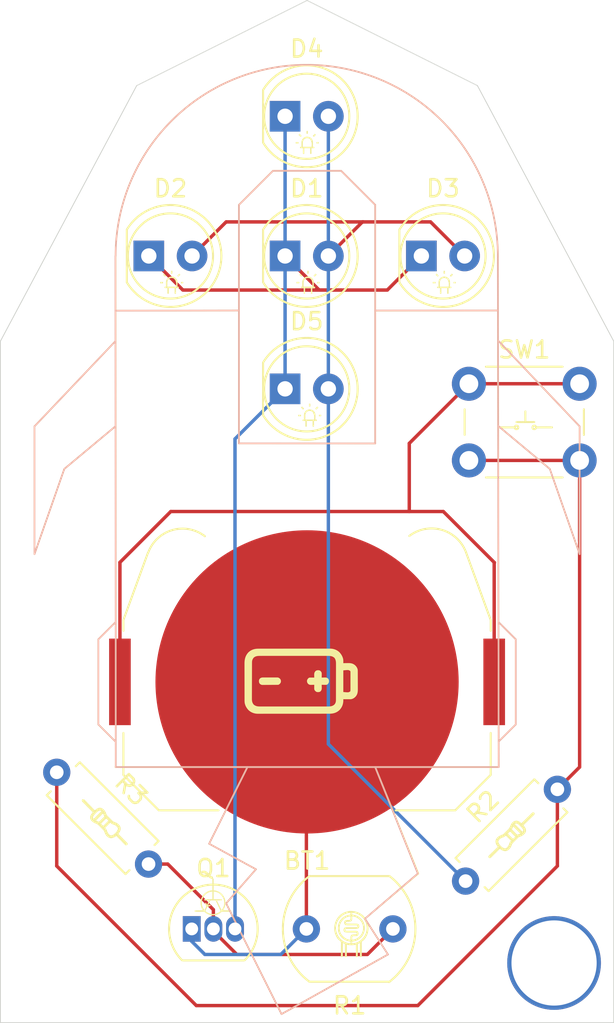
<source format=kicad_pcb>
(kicad_pcb (version 20241229) (generator "pcbnew") (generator_version "9.0")
  (layers (0 "F.Cu" signal) (2 "B.Cu" signal) (13 "F.Paste" user) (15 "B.Paste" user) (5 "F.SilkS" user "F.Silkscreen") (7 "B.SilkS" user "B.Silkscreen") (1 "F.Mask" user) (3 "B.Mask" user) (25 "Edge.Cuts" user))
  (net 0 "")
  (net 1 "Net-(D1-K)")
  (net 2 "Net-(R2-Pad2)")
  (net 3 "Net-(BT1-+)")
  (net 4 "Net-(D1-A)")
  (net 5 "Net-(BT1--)")
  (net 6 "Net-(Q1-B)")
  (footprint "LED_THT:LED_D5.0mm" (layer "F.Cu") (at 106.71 45)
    (property "Reference" "D3")
    (property "Value" "LED")
  )
  (footprint "LED_THT:LED_D5.0mm" (layer "F.Cu") (at 98.71 45)
    (property "Reference" "D1")
    (property "Value" "LED")
  )
  (footprint "LED_THT:LED_D5.0mm" (layer "F.Cu") (at 98.71 36.8)
    (property "Reference" "D4")
    (property "Value" "LED")
  )
  (footprint "Resistor_THT:R_Axial_DIN0207_L6.3mm_D2.5mm_P7.62mm_Horizontal" (layer "F.Cu") (at 85.305923 75.305923 -45)
    (property "Reference" "R3")
    (property "Value" "47k")
  )
  (footprint "Battery:BatteryHolder_Keystone_3034_1x20mm" (layer "F.Cu") (at 100 70 180)
    (property "Reference" "BT1")
    (property "Value" "Battery")
  )
  (footprint "Resistor_THT:R_Axial_DIN0207_L6.3mm_D2.5mm_P7.62mm_Horizontal" (layer "F.Cu") (at 109.305923 81.694077 45)
    (property "Reference" "R2")
    (property "Value" "220Ω")
  )
  (footprint "Button_Switch_THT:SW_PUSH_6mm" (layer "F.Cu") (at 109.5 52.5)
    (property "Reference" "SW1")
    (property "Value" "SW_Push")
  )
  (footprint "LED_THT:LED_D5.0mm" (layer "F.Cu") (at 90.71 45)
    (property "Reference" "D2")
    (property "Value" "LED")
  )
  (footprint "LED_THT:LED_D5.0mm" (layer "F.Cu") (at 98.71 52.8)
    (property "Reference" "D5")
    (property "Value" "LED")
  )
  (footprint "OptoDevice:R_LDR_7x6mm_P5.1mm_Vertical" (layer "F.Cu") (at 105.04 84.5 180)
    (property "Reference" "R1")
    (property "Value" "R_Photo")
  )
  (footprint "Package_TO_SOT_THT:TO-92_Inline" (layer "F.Cu") (at 93.23 84.5)
    (property "Reference" "Q1")
    (property "Value" "2N3904")
  )
  (gr_line (start 115.999972 62.5) (end 114.249967 57.500002) (stroke (width 0.1)) (layer "F.SilkS"))
  (gr_line (start 111.2 45) (end 111.25 75) (stroke (width 0.1)) (layer "F.SilkS"))
  (gr_line (start 87.75 67.5) (end 87.75 72.5) (stroke (width 0.1)) (layer "F.SilkS"))
  (gr_line (start 88.75 66.5) (end 87.75 67.5) (stroke (width 0.1)) (layer "F.SilkS"))
  (gr_poly (pts (xy 99.609827 46.04011) (xy 99.615345 46.044946) (xy 99.620776 46.049857) (xy 99.626135 46.054838) (xy 99.631434 46.059883) (xy 99.636687 46.064987) (xy 99.64711 46.075352) (xy 99.653971 46.082224) (xy 99.675481 46.103815) (xy 99.690141 46.118512) (xy 99.725917 46.154417) (xy 99.725064 46.156174) (xy 99.72419 46.157858) (xy 99.723292 46.159475) (xy 99.722369 46.161032) (xy 99.721417 46.162537) (xy 99.720436 46.163996) (xy 99.719423 46.165416) (xy 99.718377 46.166805) (xy 99.717294 46.168169) (xy 99.716173 46.169515) (xy 99.715012 46.17085) (xy 99.713809 46.172182) (xy 99.711268 46.174861) (xy 99.708533 46.177609) (xy 99.70135 46.184741) (xy 99.693836 46.19212) (xy 99.68626 46.199624) (xy 99.676993 46.208779) (xy 99.667709 46.217917) (xy 99.666015 46.21716) (xy 99.664392 46.21637) (xy 99.662833 46.215548) (xy 99.661332 46.214693) (xy 99.659883 46.213804) (xy 99.658478 46.212881) (xy 99.657112 46.211922) (xy 99.655778 46.210927) (xy 99.654469 46.209895) (xy 99.653179 46.208825) (xy 99.651902 46.207718) (xy 99.650631 46.206571) (xy 99.648082 46.204158) (xy 99.64548 46.201581) (xy 99.63858 46.19468) (xy 99.631204 46.187221) (xy 99.623597 46.179592) (xy 99.603659 46.159522) (xy 99.58328 46.139038) (xy 99.543354 46.098854) (xy 99.549957 46.091102) (xy 99.553288 46.087267) (xy 99.556652 46.083467) (xy 99.560058 46.079704) (xy 99.563515 46.075984) (xy 99.567032 46.072309) (xy 99.570619 46.068686) (xy 99.576613 46.062717) (xy 99.582711 46.056687) (xy 99.588995 46.050439) (xy 99.604209 46.035354)) (stroke (width -0.000001)) (fill yes) (layer "F.SilkS"))
  (gr_poly (pts (xy 100.050334 37.8285) (xy 99.965667 37.8285) (xy 99.965667 37.659167) (xy 100.050334 37.659167)) (stroke (width -0.000001)) (fill yes) (layer "F.SilkS"))
  (gr_poly (pts (xy 108.731334 46.6095) (xy 108.596396 46.6095) (xy 108.596396 46.522188) (xy 108.731334 46.522188)) (stroke (width -0.000001)) (fill yes) (layer "F.SilkS"))
  (gr_line (start 96.5 75) (end 94.25 79.5) (stroke (width 0.1)) (layer "F.SilkS"))
  (gr_line (start 96 48.2) (end 96 42) (stroke (width 0.1)) (layer "F.SilkS"))
  (gr_line (start 103.4 83.9) (end 106.53 81.25) (stroke (width 0.1)) (layer "F.SilkS"))
  (gr_line (start 102 40) (end 104 42) (stroke (width 0.1)) (layer "F.SilkS"))
  (gr_line (start 84 62.5) (end 85.75 57.5) (stroke (width 0.1)) (layer "F.SilkS"))
  (gr_line (start 96 48.2) (end 96 56) (stroke (width 0.1)) (layer "F.SilkS"))
  (gr_line (start 111.25 75) (end 88.75 75) (stroke (width 0.1)) (layer "F.SilkS"))
  (gr_line (start 87.75 72.5) (end 88.75 73.5) (stroke (width 0.1)) (layer "F.SilkS"))
  (gr_poly (pts (xy 100.07452 46.205521) (xy 100.100052 46.208102) (xy 100.125322 46.212504) (xy 100.150181 46.218707) (xy 100.174477 46.226695) (xy 100.198059 46.236449) (xy 100.220778 46.24795) (xy 100.242482 46.261182) (xy 100.263021 46.276125) (xy 100.267124 46.279623) (xy 100.271174 46.283172) (xy 100.275178 46.286768) (xy 100.279145 46.290404) (xy 100.286992 46.297773) (xy 100.294771 46.305229) (xy 100.300528 46.31048) (xy 100.303602 46.313439) (xy 100.306588 46.316462) (xy 100.309491 46.319544) (xy 100.312317 46.322683) (xy 100.315073 46.325874) (xy 100.317764 46.329114) (xy 100.322974 46.335729) (xy 100.327996 46.342496) (xy 100.332875 46.349389) (xy 100.33766 46.356379) (xy 100.342396 46.363438) (xy 100.34745 46.370931) (xy 100.351123 46.377012) (xy 100.354571 46.383171) (xy 100.35782 46.389407) (xy 100.360896 46.395716) (xy 100.363826 46.402097) (xy 100.366635 46.408547) (xy 100.36935 46.415064) (xy 100.371996 46.421646) (xy 100.374571 46.427956) (xy 100.377759 46.436865) (xy 100.380583 46.445789) (xy 100.383064 46.454731) (xy 100.385223 46.463694) (xy 100.387081 46.472679) (xy 100.388659 46.48169) (xy 100.389978 46.490727) (xy 100.39106 46.499794) (xy 100.391925 46.508892) (xy 100.392595 46.518025) (xy 100.393435 46.5364) (xy 100.393747 46.554939) (xy 100.3937 46.573658) (xy 100.393655 46.593362) (xy 100.393394 46.644669) (xy 100.393184 46.697247) (xy 100.392667 46.8) (xy 100.397758 46.799832) (xy 100.409268 46.799554) (xy 100.420779 46.799339) (xy 100.428789 46.79907) (xy 100.434591 46.799056) (xy 100.437282 46.79912) (xy 100.439853 46.799248) (xy 100.442319 46.799453) (xy 100.444695 46.799749) (xy 100.446995 46.800148) (xy 100.449234 46.800665) (xy 100.451428 46.801311) (xy 100.453591 46.802101) (xy 100.455737 46.803047) (xy 100.457883 46.804163) (xy 100.460042 46.805461) (xy 100.46223 46.806955) (xy 100.464461 46.808658) (xy 100.46675 46.810584) (xy 100.468461 46.812457) (xy 100.469998 46.814294) (xy 100.471371 46.816106) (xy 100.47259 46.817904) (xy 100.473664 46.819698) (xy 100.474604 46.8215) (xy 100.475417 46.823321) (xy 100.476115 46.825171) (xy 100.476706 46.827061) (xy 100.4772 46.829002) (xy 100.477606 46.831006) (xy 100.477934 46.833082) (xy 100.478194 46.835242) (xy 100.478394 46.837497) (xy 100.478545 46.839857) (xy 100.478657 46.842334) (xy 100.478545 46.84481) (xy 100.478394 46.847171) (xy 100.478194 46.849425) (xy 100.477934 46.851585) (xy 100.477606 46.853662) (xy 100.4772 46.855665) (xy 100.476706 46.857606) (xy 100.476115 46.859496) (xy 100.475417 46.861346) (xy 100.474604 46.863167) (xy 100.473664 46.864969) (xy 100.47259 46.866763) (xy 100.471371 46.868561) (xy 100.469998 46.870373) (xy 100.468461 46.872211) (xy 100.46675 46.874084) (xy 100.465357 46.875293) (xy 100.463965 46.876419) (xy 100.462573 46.877464) (xy 100.461181 46.878432) (xy 100.459787 46.879325) (xy 100.45839 46.880145) (xy 100.45699 46.880897) (xy 100.455585 46.881582) (xy 100.452758 46.882766) (xy 100.449903 46.88372) (xy 100.44701 46.884467) (xy 100.444073 46.885031) (xy 100.441084 46.885434) (xy 100.438036 46.885699) (xy 100.43492 46.88585) (xy 100.43173 46.88591) (xy 100.425095 46.885849) (xy 100.418071 46.8857) (xy 100.408529 46.885655) (xy 100.393487 46.88552) (xy 100.378446 46.885328) (xy 100.358013 46.885184) (xy 100.333006 46.884965) (xy 100.308 46.884667) (xy 100.30803 46.889499) (xy 100.308549 47.005965) (xy 100.308799 47.062288) (xy 100.309004 47.116636) (xy 100.309048 47.127007) (xy 100.309119 47.137377) (xy 100.309191 47.151895) (xy 100.309202 47.166413) (xy 100.309317 47.175087) (xy 100.309221 47.180826) (xy 100.309106 47.183493) (xy 100.308931 47.186042) (xy 100.308681 47.188489) (xy 100.308345 47.190849) (xy 100.307909 47.193134) (xy 100.307362 47.19536) (xy 100.306689 47.197542) (xy 100.305879 47.199692) (xy 100.304919 47.201826) (xy 100.303795 47.203958) (xy 100.302496 47.206102) (xy 100.301009 47.208272) (xy 100.29932 47.210484) (xy 100.297417 47.21275) (xy 100.295544 47.21446) (xy 100.293707 47.215997) (xy 100.291895 47.217371) (xy 100.290097 47.21859) (xy 100.288302 47.219664) (xy 100.2865 47.220604) (xy 100.28468 47.221417) (xy 100.28283 47.222115) (xy 100.28094 47.222706) (xy 100.278998 47.2232) (xy 100.276995 47.223606) (xy 100.274919 47.223934) (xy 100.272759 47.224194) (xy 100.270504 47.224394) (xy 100.268144 47.224545) (xy 100.265667 47.224657) (xy 100.26319 47.224545) (xy 100.26083 47.224394) (xy 100.258575 47.224194) (xy 100.256415 47.223934) (xy 100.254339 47.223606) (xy 100.252336 47.2232) (xy 100.250394 47.222706) (xy 100.248504 47.222115) (xy 100.246654 47.221417) (xy 100.244834 47.220604) (xy 100.243032 47.219664) (xy 100.241237 47.21859) (xy 100.239439 47.217371) (xy 100.237627 47.215997) (xy 100.23579 47.21446) (xy 100.233917 47.21275) (xy 100.231685 47.210043) (xy 100.229748 47.207359) (xy 100.228084 47.204689) (xy 100.226673 47.202022) (xy 100.225496 47.199347) (xy 100.224532 47.196654) (xy 100.22376 47.193933) (xy 100.22316 47.191172) (xy 100.222713 47.188361) (xy 100.222397 47.185491) (xy 100.222193 47.182549) (xy 100.222079 47.179527) (xy 100.222045 47.173195) (xy 100.222132 47.166413) (xy 100.222128 47.15703) (xy 100.222186 47.142029) (xy 100.2223 47.127029) (xy 100.222332 47.108479) (xy 100.222672 47.039779) (xy 100.223334 46.884667) (xy 99.884667 46.884667) (xy 99.88562 47.088733) (xy 99.885677 47.117727) (xy 99.885717 47.127403) (xy 99.885784 47.137079) (xy 99.885857 47.151746) (xy 99.885868 47.166413) (xy 99.885984 47.175103) (xy 99.885887 47.180841) (xy 99.885773 47.183506) (xy 99.885597 47.186054) (xy 99.885347 47.1885) (xy 99.88501 47.190858) (xy 99.884575 47.193143) (xy 99.884027 47.195368) (xy 99.883354 47.197548) (xy 99.882544 47.199698) (xy 99.881583 47.201831) (xy 99.88046 47.203962) (xy 99.879161 47.206105) (xy 99.877674 47.208274) (xy 99.875986 47.210485) (xy 99.874084 47.21275) (xy 99.872211 47.21446) (xy 99.870373 47.215997) (xy 99.868561 47.217371) (xy 99.866764 47.21859) (xy 99.864969 47.219664) (xy 99.863167 47.220604) (xy 99.861346 47.221417) (xy 99.859496 47.222115) (xy 99.857606 47.222706) (xy 99.855665 47.2232) (xy 99.853662 47.223606) (xy 99.851585 47.223934) (xy 99.849425 47.224194) (xy 99.847171 47.224394) (xy 99.84481 47.224545) (xy 99.842334 47.224657) (xy 99.839857 47.224545) (xy 99.837497 47.224394) (xy 99.835242 47.224194) (xy 99.833082 47.223934) (xy 99.831006 47.223606) (xy 99.829002 47.2232) (xy 99.827061 47.222706) (xy 99.825171 47.222115) (xy 99.823321 47.221417) (xy 99.8215 47.220604) (xy 99.819698 47.219664) (xy 99.817904 47.21859) (xy 99.816106 47.217371) (xy 99.814294 47.215997) (xy 99.812457 47.21446) (xy 99.810584 47.21275) (xy 99.808352 47.210043) (xy 99.806414 47.207359) (xy 99.80475 47.204689) (xy 99.80334 47.202022) (xy 99.802163 47.199347) (xy 99.801198 47.196654) (xy 99.800426 47.193933) (xy 99.799827 47.191172) (xy 99.799379 47.188362) (xy 99.799063 47.185491) (xy 99.798859 47.182549) (xy 99.798746 47.179527) (xy 99.798712 47.173196) (xy 99.798799 47.166413) (xy 99.798794 47.157179) (xy 99.798852 47.142104) (xy 99.798967 47.127029) (xy 99.799012 47.106098) (xy 99.799238 47.05668) (xy 99.799468 47.000397) (xy 99.8 46.884667) (xy 99.794683 46.884738) (xy 99.767257 46.885037) (xy 99.73983 46.885248) (xy 99.729597 46.885342) (xy 99.719366 46.885465) (xy 99.704648 46.885614) (xy 99.68993 46.8857) (xy 99.680707 46.885866) (xy 99.674742 46.885825) (xy 99.671955 46.885751) (xy 99.669281 46.885619) (xy 99.666707 46.885416) (xy 99.66422 46.885125) (xy 99.661806 46.884732) (xy 99.659453 46.884222) (xy 99.657148 46.883579) (xy 99.654878 46.882788) (xy 99.652629 46.881834) (xy 99.650388 46.880701) (xy 99.648143 46.879375) (xy 99.645881 46.87784) (xy 99.643587 46.876082) (xy 99.64125 46.874084) (xy 99.63954 46.872211) (xy 99.638003 46.870373) (xy 99.63663 46.868561) (xy 99.635411 46.866763) (xy 99.634336 46.864969) (xy 99.633397 46.863167) (xy 99.632583 46.861346) (xy 99.631886 46.859496) (xy 99.631295 46.857606) (xy 99.630801 46.855665) (xy 99.630395 46.853662) (xy 99.630067 46.851585) (xy 99.629807 46.849425) (xy 99.629606 46.847171) (xy 99.629455 46.84481) (xy 99.629344 46.842334) (xy 99.629455 46.839857) (xy 99.629606 46.837497) (xy 99.629807 46.835242) (xy 99.630067 46.833082) (xy 99.630395 46.831006) (xy 99.630801 46.829002) (xy 99.631295 46.827061) (xy 99.631886 46.825171) (xy 99.632583 46.823321) (xy 99.633397 46.8215) (xy 99.634336 46.819698) (xy 99.635411 46.817904) (xy 99.63663 46.816106) (xy 99.638003 46.814294) (xy 99.63954 46.812457) (xy 99.64125 46.810584) (xy 99.643944 46.808358) (xy 99.645281 46.807357) (xy 99.646611 46.806429) (xy 99.647938 46.805569) (xy 99.649262 46.804776) (xy 99.651907 46.803381) (xy 99.654558 46.802222) (xy 99.657225 46.80128) (xy 99.65992 46.800534) (xy 99.662654 46.799964) (xy 99.665437 46.79955) (xy 99.66828 46.799273) (xy 99.671194 46.799111) (xy 99.674191 46.799046) (xy 99.680476 46.799121) (xy 99.687222 46.799339) (xy 99.695418 46.799483) (xy 99.705377 46.799706) (xy 99.715334 46.8) (xy 99.715304 46.79552) (xy 99.714785 46.686831) (xy 99.714535 46.634266) (xy 99.71433 46.583418) (xy 99.714286 46.573779) (xy 99.714215 46.564142) (xy 99.714399 46.546) (xy 99.8 46.546) (xy 99.8 46.8) (xy 100.308 46.8) (xy 100.313954 46.726049) (xy 100.316037 46.695358) (xy 100.317395 46.66803) (xy 100.31793 46.643444) (xy 100.317547 46.620981) (xy 100.316148 46.600021) (xy 100.313636 46.579943) (xy 100.309914 46.560127) (xy 100.304886 46.539953) (xy 100.298455 46.518801) (xy 100.290523 46.496051) (xy 100.280994 46.471082) (xy 100.269771 46.443276) (xy 100.241854 46.376667) (xy 100.235405 46.36967) (xy 100.226097 46.360455) (xy 100.216512 46.351909) (xy 100.206659 46.344014) (xy 100.196541 46.336751) (xy 100.186166 46.330101) (xy 100.175538 46.324044) (xy 100.164663 46.318563) (xy 100.153548 46.313638) (xy 100.142197 46.30925) (xy 100.130618 46.305381) (xy 100.118814 46.302012) (xy 100.106793 46.299123) (xy 100.09456 46.296697) (xy 100.082121 46.294713) (xy 100.069481 46.293154) (xy 100.056646 46.292) (xy 100.044722 46.292266) (xy 100.03287 46.29306) (xy 100.021107 46.294381) (xy 100.009453 46.296225) (xy 99.997925 46.29859) (xy 99.986542 46.301472) (xy 99.975321 46.30487) (xy 99.964282 46.308779) (xy 99.953442 46.313197) (xy 99.942819 46.318122) (xy 99.932431 46.323551) (xy 99.922298 46.32948) (xy 99.912437 46.335907) (xy 99.902865 46.342829) (xy 99.893603 46.350243) (xy 99.884667 46.358146) (xy 99.87767 46.364595) (xy 99.868129 46.374237) (xy 99.859396 46.384058) (xy 99.851432 46.394069) (xy 99.844198 46.40428) (xy 99.837654 46.4147) (xy 99.83176 46.42534) (xy 99.826479 46.43621) (xy 99.82177 46.447318) (xy 99.817595 46.458676) (xy 99.813914 46.470294) (xy 99.810687 46.48218) (xy 99.807876 46.494346) (xy 99.805441 46.506801) (xy 99.803343 46.519555) (xy 99.801542 46.532618) (xy 99.8 46.546) (xy 99.714399 46.546) (xy 99.714405 46.545419) (xy 99.715312 46.527073) (xy 99.716954 46.509095) (xy 99.719349 46.491477) (xy 99.722514 46.47421) (xy 99.726467 46.457288) (xy 99.731226 46.440701) (xy 99.736809 46.424443) (xy 99.743232 46.408505) (xy 99.750514 46.392878) (xy 99.758673 46.377556) (xy 99.767725 46.36253) (xy 99.77769 46.347793) (xy 99.788583 46.333335) (xy 99.800424 46.31915) (xy 99.813229 46.305229) (xy 99.81848 46.299473) (xy 99.821439 46.296399) (xy 99.824462 46.293413) (xy 99.827544 46.29051) (xy 99.830683 46.287683) (xy 99.833874 46.284928) (xy 99.837114 46.282237) (xy 99.843729 46.277026) (xy 99.850496 46.272005) (xy 99.857389 46.267125) (xy 99.864379 46.262341) (xy 99.871438 46.257604) (xy 99.878931 46.252551) (xy 99.901131 46.239924) (xy 99.924275 46.229261) (xy 99.948212 46.220544) (xy 99.972791 46.213756) (xy 99.997862 46.208877) (xy 100.023275 46.20589) (xy 100.048877 46.204778)) (stroke (width -0.000001)) (fill yes) (layer "F.SilkS"))
  (gr_poly (pts (xy 99.563827 37.83061) (xy 99.569345 37.835446) (xy 99.574776 37.840357) (xy 99.580135 37.845338) (xy 99.585434 37.850383) (xy 99.590687 37.855487) (xy 99.60111 37.865852) (xy 99.607971 37.872724) (xy 99.629481 37.894315) (xy 99.644141 37.909012) (xy 99.679917 37.944917) (xy 99.679064 37.946674) (xy 99.67819 37.948358) (xy 99.677292 37.949975) (xy 99.676369 37.951532) (xy 99.675417 37.953037) (xy 99.674436 37.954496) (xy 99.673423 37.955916) (xy 99.672377 37.957305) (xy 99.671294 37.958669) (xy 99.670173 37.960015) (xy 99.669012 37.96135) (xy 99.667809 37.962682) (xy 99.665268 37.965361) (xy 99.662533 37.968109) (xy 99.65535 37.975241) (xy 99.647836 37.98262) (xy 99.64026 37.990124) (xy 99.630993 37.999279) (xy 99.621709 38.008417) (xy 99.620015 38.00766) (xy 99.618392 38.00687) (xy 99.616833 38.006048) (xy 99.615332 38.005193) (xy 99.613883 38.004304) (xy 99.612478 38.003381) (xy 99.611112 38.002422) (xy 99.609778 38.001427) (xy 99.608469 38.000395) (xy 99.607179 37.999325) (xy 99.605902 37.998218) (xy 99.604631 37.997071) (xy 99.602082 37.994658) (xy 99.59948 37.992081) (xy 99.59258 37.98518) (xy 99.585204 37.977721) (xy 99.577597 37.970092) (xy 99.557659 37.950022) (xy 99.53728 37.929538) (xy 99.497354 37.889354) (xy 99.503957 37.881602) (xy 99.507288 37.877767) (xy 99.510652 37.873967) (xy 99.514058 37.870204) (xy 99.517515 37.866484) (xy 99.521032 37.862809) (xy 99.524619 37.859186) (xy 99.530613 37.853217) (xy 99.536711 37.847187) (xy 99.542995 37.840939) (xy 99.558209 37.825854)) (stroke (width -0.000001)) (fill yes) (layer "F.SilkS"))
  (gr_poly (pts (xy 100.462899 37.832457) (xy 100.466733 37.835788) (xy 100.470534 37.839152) (xy 100.474296 37.842558) (xy 100.478017 37.846015) (xy 100.481691 37.849532) (xy 100.485315 37.853119) (xy 100.491283 37.859113) (xy 100.497314 37.865211) (xy 100.503562 37.871495) (xy 100.518646 37.886709) (xy 100.51389 37.892327) (xy 100.509054 37.897845) (xy 100.504143 37.903276) (xy 100.499163 37.908635) (xy 100.494118 37.913934) (xy 100.489014 37.919187) (xy 100.478649 37.92961) (xy 100.471776 37.936471) (xy 100.450185 37.957981) (xy 100.435488 37.972641) (xy 100.399584 38.008417) (xy 100.397826 38.007564) (xy 100.396143 38.00669) (xy 100.394526 38.005792) (xy 100.392969 38.004869) (xy 100.391464 38.003917) (xy 100.390005 38.002936) (xy 100.388585 38.001923) (xy 100.387196 38.000877) (xy 100.385832 37.999794) (xy 100.384486 37.998673) (xy 100.383151 37.997512) (xy 100.381819 37.996309) (xy 100.379139 37.993768) (xy 100.376391 37.991033) (xy 100.36926 37.98385) (xy 100.36188 37.976336) (xy 100.354377 37.96876) (xy 100.345222 37.959493) (xy 100.336084 37.950209) (xy 100.336841 37.948515) (xy 100.33763 37.946892) (xy 100.338452 37.945333) (xy 100.339307 37.943832) (xy 100.340196 37.942383) (xy 100.34112 37.940978) (xy 100.342079 37.939612) (xy 100.343074 37.938278) (xy 100.344106 37.936969) (xy 100.345175 37.935679) (xy 100.346283 37.934402) (xy 100.34743 37.933131) (xy 100.349842 37.930582) (xy 100.35242 37.92798) (xy 100.359321 37.92108) (xy 100.366779 37.913704) (xy 100.374409 37.906097) (xy 100.394478 37.886159) (xy 100.414963 37.86578) (xy 100.455146 37.825854)) (stroke (width -0.000001)) (fill yes) (layer "F.SilkS"))
  (gr_poly (pts (xy 86.777255 76.952097) (xy 86.7776 76.947157) (xy 86.778146 76.942085) (xy 86.778897 76.936874) (xy 86.781242 76.932192) (xy 86.783658 76.927744) (xy 86.786158 76.92352) (xy 86.788753 76.919508) (xy 86.791457 76.915698) (xy 86.794281 76.912078) (xy 86.797238 76.908639) (xy 86.800339 76.905368) (xy 86.803597 76.902254) (xy 86.807024 76.899288) (xy 86.810632 76.896457) (xy 86.814433 76.893751) (xy 86.81844 76.89116) (xy 86.822664 76.888671) (xy 86.827118 76.886274) (xy 86.831814 76.883958) (xy 86.837649 76.883152) (xy 86.843291 76.882484) (xy 86.848758 76.881971) (xy 86.854071 76.881634) (xy 86.859249 76.881491) (xy 86.864311 76.881562) (xy 86.869277 76.881866) (xy 86.874168 76.882423) (xy 86.879001 76.88325) (xy 86.883797 76.884369) (xy 86.888576 76.885797) (xy 86.893357 76.887555) (xy 86.898159 76.889661) (xy 86.903002 76.892134) (xy 86.907906 76.894995) (xy 86.91289 76.898262) (xy 86.916028 76.90073) (xy 86.91912 76.903244) (xy 86.925177 76.908401) (xy 86.93109 76.913706) (xy 86.936886 76.919136) (xy 86.942593 76.924664) (xy 86.948238 76.930265) (xy 86.959455 76.941588) (xy 86.970086 76.952226) (xy 86.992219 76.974482) (xy 87.00899 76.991343) (xy 87.025797 77.008167) (xy 87.047429 77.029892) (xy 87.057421 77.039902) (xy 87.069262 77.052029) (xy 87.075102 77.058143) (xy 87.080888 77.064301) (xy 87.08662 77.070509) (xy 87.092296 77.076776) (xy 87.097915 77.083107) (xy 87.103478 77.089511) (xy 87.112022 77.099198) (xy 87.12072 77.108725) (xy 87.12955 77.118116) (xy 87.138491 77.127397) (xy 87.156623 77.145728) (xy 87.174946 77.16392) (xy 87.197458 77.186342) (xy 87.236626 77.22527) (xy 87.283428 77.271802) (xy 87.312458 77.300638) (xy 87.329568 77.317923) (xy 87.337997 77.326643) (xy 87.346341 77.335431) (xy 87.354598 77.344299) (xy 87.362767 77.35326) (xy 87.370846 77.362326) (xy 87.378835 77.37151) (xy 87.387654 77.381432) (xy 87.39664 77.391207) (xy 87.405763 77.400859) (xy 87.414992 77.410413) (xy 87.43365 77.429331) (xy 87.452374 77.448162) (xy 87.462578 77.458542) (xy 87.47274 77.468962) (xy 87.487545 77.484087) (xy 87.502429 77.499135) (xy 87.511567 77.508636) (xy 87.514689 77.511837) (xy 87.517214 77.51438) (xy 87.518341 77.515481) (xy 87.519424 77.51651) (xy 87.520499 77.517497) (xy 87.521601 77.518472) (xy 87.522764 77.519467) (xy 87.524025 77.520511) (xy 87.52698 77.522873) (xy 87.530746 77.525801) (xy 87.535606 77.529541) (xy 87.538709 77.529066) (xy 87.541651 77.528504) (xy 87.544448 77.527851) (xy 87.547116 77.527105) (xy 87.549672 77.526266) (xy 87.552131 77.525329) (xy 87.554509 77.524294) (xy 87.556823 77.523157) (xy 87.559088 77.521918) (xy 87.561321 77.520573) (xy 87.563538 77.519121) (xy 87.565755 77.517559) (xy 87.567987 77.515885) (xy 87.570252 77.514098) (xy 87.574942 77.510173) (xy 87.585242 77.501469) (xy 87.596129 77.492169) (xy 87.611607 77.479587) (xy 87.627072 77.467632) (xy 87.642571 77.45634) (xy 87.658153 77.445747) (xy 87.673866 77.435892) (xy 87.689756 77.42681) (xy 87.705873 77.418539) (xy 87.722264 77.411116) (xy 87.738976 77.404577) (xy 87.756057 77.398959) (xy 87.773556 77.3943) (xy 87.79152 77.390635) (xy 87.809996 77.388003) (xy 87.829033 77.386439) (xy 87.848679 77.385981) (xy 87.868981 77.386666) (xy 87.88722 77.389953) (xy 87.904946 77.394266) (xy 87.922168 77.399561) (xy 87.938896 77.405794) (xy 87.95514 77.412922) (xy 87.970909 77.420901) (xy 87.986212 77.429688) (xy 88.001061 77.439239) (xy 88.015463 77.44951) (xy 88.029429 77.460457) (xy 88.042968 77.472038) (xy 88.056091 77.484209) (xy 88.068806 77.496925) (xy 88.081124 77.510143) (xy 88.093053 77.523821) (xy 88.104604 77.537913) (xy 88.121986 77.56195) (xy 88.139074 77.586939) (xy 88.147404 77.599759) (xy 88.155534 77.612779) (xy 88.163424 77.625987) (xy 88.171031 77.639369) (xy 88.178314 77.652914) (xy 88.185229 77.666608) (xy 88.191737 77.68044) (xy 88.197794 77.694396) (xy 88.203359 77.708463) (xy 88.20839 77.72263) (xy 88.212845 77.736884) (xy 88.216682 77.751212) (xy 88.220259 77.762844) (xy 88.22436 77.773924) (xy 88.228957 77.784502) (xy 88.234024 77.794625) (xy 88.239534 77.804341) (xy 88.245458 77.813698) (xy 88.251771 77.822745) (xy 88.258445 77.831529) (xy 88.265452 77.840099) (xy 88.272765 77.848502) (xy 88.280358 77.856787) (xy 88.288204 77.865001) (xy 88.304542 77.881412) (xy 88.321563 77.898118) (xy 88.346187 77.922805) (xy 88.371961 77.948493) (xy 88.397844 77.974073) (xy 88.430731 78.006716) (xy 88.463433 78.039545) (xy 88.488852 78.064983) (xy 88.51436 78.090331) (xy 88.526451 78.102384) (xy 88.538502 78.114476) (xy 88.549408 78.125252) (xy 88.560197 78.135534) (xy 88.57092 78.145338) (xy 88.58163 78.154675) (xy 88.59238 78.16356) (xy 88.603221 78.172006) (xy 88.614206 78.180026) (xy 88.625388 78.187635) (xy 88.636819 78.194846) (xy 88.648552 78.201673) (xy 88.660638 78.208128) (xy 88.673131 78.214227) (xy 88.686083 78.219981) (xy 88.699546 78.225405) (xy 88.713572 78.230513) (xy 88.728215 78.235317) (xy 88.749776 78.24277) (xy 88.771167 78.251323) (xy 88.792324 78.260932) (xy 88.813185 78.27155) (xy 88.833685 78.28313) (xy 88.853761 78.295627) (xy 88.87335 78.308994) (xy 88.892388 78.323186) (xy 88.910813 78.338156) (xy 88.92856 78.353859) (xy 88.945567 78.370248) (xy 88.96177 78.387277) (xy 88.977105 78.404901) (xy 88.991509 78.423072) (xy 89.00492 78.441745) (xy 89.017272 78.460874) (xy 89.024838 78.473153) (xy 89.031657 78.486223) (xy 89.037691 78.499532) (xy 89.042955 78.513058) (xy 89.047469 78.526777) (xy 89.051249 78.540665) (xy 89.054314 78.554701) (xy 89.056681 78.56886) (xy 89.058368 78.583119) (xy 89.059392 78.597456) (xy 89.059771 78.611847) (xy 89.059524 78.626268) (xy 89.058666 78.640697) (xy 89.057218 78.655111) (xy 89.055195 78.669486) (xy 89.052615 78.6838) (xy 89.049498 78.698028) (xy 89.045338 78.71096) (xy 89.040875 78.723716) (xy 89.036113 78.736299) (xy 89.031058 78.748716) (xy 89.025713 78.760971) (xy 89.020085 78.773069) (xy 89.014177 78.785015) (xy 89.007996 78.796813) (xy 89.001545 78.80847) (xy 88.994831 78.819989) (xy 88.987857 78.831377) (xy 88.980629 78.842637) (xy 88.973151 78.853774) (xy 88.965429 78.864795) (xy 88.949273 78.886503) (xy 88.94481 78.892473) (xy 88.942889 78.895156) (xy 88.941163 78.897692) (xy 88.939625 78.900123) (xy 88.938264 78.902492) (xy 88.937074 78.904839) (xy 88.936046 78.907205) (xy 88.93517 78.909633) (xy 88.934438 78.912164) (xy 88.933843 78.914839) (xy 88.933375 78.9177) (xy 88.933025 78.920788) (xy 88.932786 78.924146) (xy 88.932649 78.927813) (xy 88.932606 78.931833) (xy 88.935562 78.935794) (xy 88.937935 78.938912) (xy 88.93898 78.940242) (xy 88.939973 78.941465) (xy 88.940945 78.942616) (xy 88.941927 78.943729) (xy 88.94295 78.944839) (xy 88.944045 78.945981) (xy 88.946576 78.948496) (xy 88.94977 78.951551) (xy 88.953877 78.955423) (xy 88.967961 78.969451) (xy 88.983393 78.984501) (xy 88.999143 79.000123) (xy 89.019959 79.020692) (xy 89.040832 79.041204) (xy 89.074032 79.073926) (xy 89.107165 79.106715) (xy 89.130228 79.129398) (xy 89.139043 79.138146) (xy 89.147765 79.146934) (xy 89.156394 79.155779) (xy 89.164927 79.164697) (xy 89.173365 79.173703) (xy 89.181705 79.182815) (xy 89.189946 79.192049) (xy 89.198087 79.20142) (xy 89.205841 79.209957) (xy 89.21374 79.218357) (xy 89.221757 79.226643) (xy 89.229868 79.23484) (xy 89.246267 79.251062) (xy 89.262735 79.267213) (xy 89.278441 79.282781) (xy 89.344597 79.348209) (xy 89.364963 79.36833) (xy 89.385281 79.388499) (xy 89.396695 79.399766) (xy 89.408143 79.410999) (xy 89.426143 79.428986) (xy 89.433454 79.436402) (xy 89.439759 79.442944) (xy 89.445148 79.448745) (xy 89.449712 79.453937) (xy 89.453542 79.458652) (xy 89.456728 79.463023) (xy 89.459359 79.467184) (xy 89.461528 79.471266) (xy 89.463324 79.475402) (xy 89.464837 79.479724) (xy 89.466159 79.484366) (xy 89.467378 79.48946) (xy 89.469875 79.501534) (xy 89.469581 79.512127) (xy 89.46929 79.51708) (xy 89.468871 79.521837) (xy 89.468304 79.52642) (xy 89.467566 79.530853) (xy 89.466635 79.53516) (xy 89.465488 79.539364) (xy 89.464104 79.543489) (xy 89.462461 79.547558) (xy 89.460535 79.551595) (xy 89.458305 79.555624) (xy 89.455748 79.559667) (xy 89.452843 79.56375) (xy 89.449567 79.567894) (xy 89.445897 79.572124) (xy 89.441464 79.576032) (xy 89.437094 79.579486) (xy 89.432765 79.582515) (xy 89.428457 79.585146) (xy 89.424148 79.587408) (xy 89.419818 79.58933) (xy 89.415444 79.590941) (xy 89.411006 79.592268) (xy 89.406483 79.59334) (xy 89.401854 79.594186) (xy 89.397097 79.594834) (xy 89.392191 79.595313) (xy 89.387115 79.595651) (xy 89.381848 79.595876) (xy 89.370656 79.596102) (xy 89.3673 79.595386) (xy 89.364004 79.594536) (xy 89.360767 79.593557) (xy 89.357587 79.592455) (xy 89.354462 79.591235) (xy 89.35139 79.589902) (xy 89.345399 79.586919) (xy 89.339599 79.583551) (xy 89.333976 79.57984) (xy 89.328514 79.575829) (xy 89.323199 79.571561) (xy 89.318015 79.56708) (xy 89.312949 79.562428) (xy 89.303111 79.552784) (xy 89.284191 79.533346) (xy 89.272848 79.521996) (xy 89.249221 79.498245) (xy 89.2313 79.480234) (xy 89.213343 79.46226) (xy 89.190264 79.439089) (xy 89.179571 79.428377) (xy 89.167335 79.415873) (xy 89.161296 79.409572) (xy 89.155312 79.403227) (xy 89.149385 79.396829) (xy 89.143517 79.390369) (xy 89.137713 79.383838) (xy 89.131972 79.377227) (xy 89.123918 79.368079) (xy 89.115726 79.359077) (xy 89.107413 79.350198) (xy 89.098997 79.341422) (xy 89.081927 79.324089) (xy 89.064658 79.306904) (xy 89.041012 79.283386) (xy 88.990814 79.233458) (xy 88.932563 79.175503) (xy 88.909465 79.152572) (xy 88.891515 79.134487) (xy 88.882662 79.125371) (xy 88.873903 79.11618) (xy 88.865247 79.106893) (xy 88.856703 79.097491) (xy 88.848281 79.087954) (xy 88.83999 79.078262) (xy 88.837717 79.075774) (xy 88.835412 79.073343) (xy 88.833076 79.070966) (xy 88.83071 79.068638) (xy 88.825891 79.064111) (xy 88.820963 79.059729) (xy 88.815933 79.055456) (xy 88.81081 79.05126) (xy 88.805601 79.047105) (xy 88.800314 79.042958) (xy 88.791157 79.05073) (xy 88.772503 79.065727) (xy 88.753656 79.079988) (xy 88.734593 79.093464) (xy 88.71529 79.106108) (xy 88.695724 79.117871) (xy 88.675871 79.128704) (xy 88.655707 79.138559) (xy 88.635209 79.147388) (xy 88.614354 79.155141) (xy 88.593116 79.161771) (xy 88.571474 79.16723) (xy 88.549402 79.171468) (xy 88.526878 79.174437) (xy 88.506767 79.175882) (xy 88.506767 79.011543) (xy 88.513576 79.011173) (xy 88.520463 79.01043) (xy 88.527461 79.009319) (xy 88.534603 79.007844) (xy 88.541922 79.006011) (xy 88.549453 79.003823) (xy 88.557228 79.001286) (xy 88.583806 78.98939) (xy 88.609923 78.97585) (xy 88.635507 78.960763) (xy 88.660484 78.944227) (xy 88.684781 78.926338) (xy 88.708324 78.907194) (xy 88.731041 78.886892) (xy 88.752857 78.865529) (xy 88.773701 78.843203) (xy 88.793498 78.820011) (xy 88.812175 78.796051) (xy 88.829659 78.771418) (xy 88.845877 78.746211) (xy 88.860755 78.720528) (xy 88.874221 78.694464) (xy 88.8862 78.668118) (xy 88.888565 78.661048) (xy 88.890589 78.654087) (xy 88.892272 78.647219) (xy 88.893613 78.640431) (xy 88.894612 78.633708) (xy 88.895268 78.627038) (xy 88.89558 78.620405) (xy 88.895548 78.613795) (xy 88.895171 78.607196) (xy 88.894448 78.600592) (xy 88.893378 78.59397) (xy 88.891961 78.587315) (xy 88.890197 78.580614) (xy 88.888084 78.573853) (xy 88.885622 78.567017) (xy 88.88281 78.560093) (xy 88.879471 78.554535) (xy 88.875969 78.549112) (xy 88.872317 78.543815) (xy 88.868525 78.538635) (xy 88.864604 78.533561) (xy 88.860566 78.528584) (xy 88.856421 78.523695) (xy 88.852182 78.518884) (xy 88.843463 78.509456) (xy 88.834498 78.500225) (xy 88.816189 78.482041) (xy 88.805399 78.471272) (xy 88.794956 78.461913) (xy 88.784304 78.45312) (xy 88.773448 78.444859) (xy 88.762392 78.437094) (xy 88.751142 78.429789) (xy 88.739704 78.422909) (xy 88.728081 78.416418) (xy 88.716281 78.41028) (xy 88.704307 78.404462) (xy 88.692165 78.398926) (xy 88.679861 78.393638) (xy 88.667399 78.388562) (xy 88.642023 78.378904) (xy 88.61608 78.369668) (xy 88.58047 78.357144) (xy 88.553464 78.347239) (xy 88.542718 78.342983) (xy 88.533561 78.339038) (xy 88.525804 78.33529) (xy 88.519261 78.331625) (xy 88.513744 78.327927) (xy 88.509066 78.324084) (xy 88.505038 78.319979) (xy 88.501474 78.3155) (xy 88.498187 78.310531) (xy 88.494988 78.304958) (xy 88.488106 78.291541) (xy 88.477522 78.291541) (xy 88.477522 78.280958) (xy 88.469777 78.275814) (xy 88.466962 78.274001) (xy 88.464439 78.272446) (xy 88.461898 78.270963) (xy 88.459028 78.269365) (xy 88.451064 78.265083) (xy 88.333083 78.382515) (xy 88.278307 78.437041) (xy 88.225503 78.489639) (xy 88.205299 78.509729) (xy 88.191198 78.523758) (xy 88.177127 78.537818) (xy 88.16858 78.54625) (xy 88.161404 78.55278) (xy 88.15855 78.555507) (xy 88.156171 78.557957) (xy 88.155154 78.559098) (xy 88.154251 78.560192) (xy 88.15346 78.561247) (xy 88.15278 78.562272) (xy 88.152208 78.563273) (xy 88.151744 78.564259) (xy 88.151385 78.565236) (xy 88.15113 78.566213) (xy 88.150977 78.567197) (xy 88.150925 78.568197) (xy 88.150973 78.569219) (xy 88.151118 78.570271) (xy 88.151359 78.571361) (xy 88.151695 78.572496) (xy 88.152124 78.573685) (xy 88.152643 78.574935) (xy 88.153253 78.576253) (xy 88.153951 78.577647) (xy 88.155604 78.580694) (xy 88.157591 78.584138) (xy 88.159898 78.58804) (xy 88.18768 78.613837) (xy 88.193901 78.620586) (xy 88.199751 78.627535) (xy 88.205253 78.634673) (xy 88.210426 78.64199) (xy 88.215292 78.649473) (xy 88.219872 78.657113) (xy 88.224187 78.664897) (xy 88.228259 78.672816) (xy 88.232109 78.680858) (xy 88.235758 78.689012) (xy 88.239226 78.697267) (xy 88.242536 78.705613) (xy 88.248764 78.722531) (xy 88.254611 78.739679) (xy 88.261539 78.758832) (xy 88.268921 78.777911) (xy 88.276797 78.796846) (xy 88.285211 78.815564) (xy 88.294205 78.833995) (xy 88.303821 78.852066) (xy 88.314101 78.869706) (xy 88.325087 78.886844) (xy 88.336822 78.903409) (xy 88.349348 78.919328) (xy 88.362707 78.934531) (xy 88.376941 78.948946) (xy 88.392093 78.962501) (xy 88.408205 78.975126) (xy 88.425319 78.986748) (xy 88.443478 78.997296) (xy 88.451089 79.000499) (xy 88.458477 79.003285) (xy 88.465676 79.005661) (xy 88.47272 79.007629) (xy 88.479641 79.009196) (xy 88.486473 79.010367) (xy 88.493249 79.011145) (xy 88.500003 79.011535) (xy 88.506767 79.011543) (xy 88.506767 79.175882) (xy 88.503878 79.17609) (xy 88.480379 79.176377) (xy 88.456356 79.175249) (xy 88.442303 79.173055) (xy 88.428502 79.170181) (xy 88.414951 79.166656) (xy 88.401648 79.162509) (xy 88.38859 79.157769) (xy 88.375776 79.152465) (xy 88.363204 79.146625) (xy 88.350871 79.140278) (xy 88.338774 79.133453) (xy 88.326913 79.126179) (xy 88.315285 79.118484) (xy 88.303888 79.110397) (xy 88.292719 79.101947) (xy 88.281777 79.093163) (xy 88.271059 79.084074) (xy 88.260564 79.074708) (xy 88.248864 79.064124) (xy 88.238046 79.053393) (xy 88.227752 79.04229) (xy 88.217954 79.030838) (xy 88.208623 79.019061) (xy 88.199731 79.006981) (xy 88.191248 78.994622) (xy 88.183146 78.982006) (xy 88.175397 78.969157) (xy 88.167972 78.956097) (xy 88.160841 78.94285) (xy 88.153978 78.929439) (xy 88.147351 78.915887) (xy 88.134697 78.888451) (xy 88.12265 78.860726) (xy 88.116108 78.845543) (xy 88.109565 78.83032) (xy 88.103194 78.815738) (xy 88.099271 78.806159) (xy 88.09793 78.802768) (xy 88.096833 78.799842) (xy 88.095851 78.797029) (xy 88.094859 78.793978) (xy 88.092333 78.785755) (xy 88.088477 78.77515) (xy 88.084099 78.764969) (xy 88.079235 78.755179) (xy 88.073921 78.745744) (xy 88.068193 78.73663) (xy 88.06209 78.727801) (xy 88.055646 78.719223) (xy 88.048898 78.710862) (xy 88.041884 78.702681) (xy 88.034639 78.694647) (xy 88.027731 78.687403) (xy 88.027731 78.444999) (xy 88.031517 78.443362) (xy 88.035157 78.441598) (xy 88.038663 78.439713) (xy 88.042047 78.437713) (xy 88.045321 78.435604) (xy 88.048497 78.433393) (xy 88.051588 78.431085) (xy 88.054604 78.428687) (xy 88.057559 78.426204) (xy 88.060464 78.423644) (xy 88.066174 78.418313) (xy 88.071831 78.412743) (xy 88.077531 78.406984) (xy 88.085986 78.398533) (xy 88.099743 78.384718) (xy 88.113472 78.370875) (xy 88.132601 78.3517) (xy 88.182814 78.301226) (xy 88.234106 78.249725) (xy 88.334647 78.148666) (xy 88.321443 78.133161) (xy 88.31478 78.125492) (xy 88.308052 78.117891) (xy 88.30124 78.110365) (xy 88.294327 78.102924) (xy 88.287292 78.095576) (xy 88.280118 78.088329) (xy 88.268129 78.076391) (xy 88.255934 78.06433) (xy 88.243366 78.051835) (xy 88.212939 78.021666) (xy 88.200001 78.032572) (xy 88.187318 78.043727) (xy 88.174852 78.055098) (xy 88.162564 78.066651) (xy 88.150414 78.078353) (xy 88.138363 78.090171) (xy 88.114402 78.114022) (xy 88.096765 78.131606) (xy 88.060061 78.168272) (xy 88.012887 78.215283) (xy 87.976595 78.251508) (xy 87.959181 78.268851) (xy 87.947082 78.280917) (xy 87.935014 78.293014) (xy 87.921109 78.306896) (xy 87.918693 78.30968) (xy 87.916615 78.312192) (xy 87.914874 78.314472) (xy 87.914129 78.315537) (xy 87.913468 78.316558) (xy 87.91289 78.31754) (xy 87.912395 78.318489) (xy 87.911982 78.319407) (xy 87.911652 78.320302) (xy 87.911405 78.321177) (xy 87.911239 78.322037) (xy 87.911155 78.322887) (xy 87.911153 78.323731) (xy 87.911232 78.324576) (xy 87.911392 78.325425) (xy 87.911633 78.326283) (xy 87.911954 78.327155) (xy 87.912355 78.328046) (xy 87.912837 78.328961) (xy 87.913398 78.329904) (xy 87.914039 78.330881) (xy 87.914759 78.331895) (xy 87.915559 78.332953) (xy 87.917393 78.335216) (xy 87.919541 78.33771) (xy 87.922001 78.340471) (xy 87.93678 78.355082) (xy 87.94461 78.362867) (xy 87.957052 78.375174) (xy 87.969522 78.387453) (xy 87.986348 78.404134) (xy 88.027731 78.444999) (xy 88.027731 78.687403) (xy 88.019603 78.67888) (xy 87.988374 78.647571) (xy 87.963608 78.622317) (xy 87.937579 78.595961) (xy 87.911456 78.569697) (xy 87.898242 78.556377) (xy 87.885086 78.543004) (xy 87.871985 78.529576) (xy 87.858937 78.516093) (xy 87.813534 78.469181) (xy 87.794489 78.449883) (xy 87.779022 78.434645) (xy 87.779022 78.212166) (xy 87.79974 78.194562) (xy 87.820015 78.176434) (xy 87.839924 78.157881) (xy 87.859545 78.139003) (xy 87.898237 78.100662) (xy 87.936713 78.062201) (xy 87.956371 78.042797) (xy 87.976101 78.023464) (xy 88 78) (xy 88.023783 77.976418) (xy 88.032849 77.967482) (xy 88.041963 77.958596) (xy 88.048307 77.952393) (xy 88.054615 77.946157) (xy 88.06716 77.933609) (xy 88.08167 77.9193) (xy 88.085378 77.914807) (xy 88.086869 77.912923) (xy 88.088135 77.911221) (xy 88.089189 77.909656) (xy 88.089641 77.908911) (xy 88.090044 77.908184) (xy 88.0904 77.907468) (xy 88.090712 77.906758) (xy 88.09098 77.906049) (xy 88.091206 77.905335) (xy 88.091393 77.90461) (xy 88.09154 77.903869) (xy 88.091651 77.903107) (xy 88.091726 77.902316) (xy 88.091768 77.901493) (xy 88.091778 77.900631) (xy 88.091707 77.898768) (xy 88.091527 77.896683) (xy 88.091251 77.894332) (xy 88.090461 77.888647) (xy 88.08852 77.882318) (xy 88.0865 77.876053) (xy 88.084399 77.869841) (xy 88.082218 77.863669) (xy 88.079957 77.857526) (xy 88.077615 77.851399) (xy 88.075192 77.845276) (xy 88.072689 77.839145) (xy 88.064783 77.819921) (xy 88.056504 77.800078) (xy 88.048163 77.779862) (xy 88.027731 77.730624) (xy 88.024867 77.731948) (xy 88.022102 77.733292) (xy 88.019427 77.734661) (xy 88.016835 77.736061) (xy 88.014316 77.737497) (xy 88.011864 77.738976) (xy 88.009469 77.740502) (xy 88.007124 77.742081) (xy 88.004819 77.74372) (xy 88.002548 77.745423) (xy 88.000301 77.747196) (xy 87.998071 77.749045) (xy 87.99585 77.750975) (xy 87.993628 77.752993) (xy 87.991399 77.755103) (xy 87.989153 77.757311) (xy 87.97908 77.767316) (xy 87.968215 77.778271) (xy 87.956632 77.789824) (xy 87.918838 77.827714) (xy 87.892591 77.853969) (xy 87.837665 77.909018) (xy 87.767052 77.979736) (xy 87.712907 78.033951) (xy 87.686853 78.060036) (xy 87.650591 78.096412) (xy 87.639596 78.1074) (xy 87.629704 78.11736) (xy 87.621037 78.126054) (xy 87.618844 78.128008) (xy 87.61796 78.128822) (xy 87.617204 78.129551) (xy 87.616569 78.130213) (xy 87.616293 78.130524) (xy 87.616045 78.130825) (xy 87.615822 78.131118) (xy 87.615623 78.131405) (xy 87.615448 78.131688) (xy 87.615295 78.13197) (xy 87.615164 78.132253) (xy 87.615053 78.132538) (xy 87.61496 78.132829) (xy 87.614885 78.133127) (xy 87.614828 78.133435) (xy 87.614785 78.133755) (xy 87.614758 78.134088) (xy 87.614744 78.134438) (xy 87.614751 78.135195) (xy 87.614799 78.136043) (xy 87.614981 78.138083) (xy 87.628751 78.145073) (xy 87.642572 78.151901) (xy 87.656446 78.158577) (xy 87.670379 78.165109) (xy 87.698434 78.177785) (xy 87.726767 78.190007) (xy 87.742105 78.196529) (xy 87.779022 78.212166) (xy 87.779022 78.434645) (xy 87.777273 78.432921) (xy 87.761429 78.417966) (xy 87.7465 78.40469) (xy 87.73203 78.392764) (xy 87.71756 78.381861) (xy 87.702635 78.371653) (xy 87.686797 78.36181) (xy 87.66959 78.352005) (xy 87.650556 78.341911) (xy 87.62924 78.331198) (xy 87.605182 78.319538) (xy 87.54702 78.292067) (xy 87.528406 78.285069) (xy 87.509888 78.277085) (xy 87.491536 78.268157) (xy 87.473421 78.258328) (xy 87.466814 78.254364) (xy 87.466814 78.037541) (xy 87.469826 78.03616) (xy 87.472726 78.03475) (xy 87.475523 78.033304) (xy 87.478228 78.03182) (xy 87.480849 78.030291) (xy 87.483397 78.028713) (xy 87.485882 78.027082) (xy 87.488313 78.025393) (xy 87.4907 78.023641) (xy 87.493052 78.021821) (xy 87.495381 78.019928) (xy 87.497695 78.017958) (xy 87.500004 78.015906) (xy 87.502318 78.013768) (xy 87.506999 78.009212) (xy 87.518151 77.998104) (xy 87.530216 77.985924) (xy 87.54305 77.973094) (xy 87.584967 77.931005) (xy 87.614062 77.901865) (xy 87.682764 77.832937) (xy 87.761006 77.754465) (xy 87.921897 77.593041) (xy 87.917036 77.588178) (xy 87.912081 77.583589) (xy 87.907026 77.579276) (xy 87.901864 77.575246) (xy 87.896587 77.571501) (xy 87.891189 77.568047) (xy 87.885663 77.564887) (xy 87.880001 77.562027) (xy 87.874197 77.55947) (xy 87.868244 77.557221) (xy 87.862135 77.555285) (xy 87.855863 77.553665) (xy 87.849421 77.552366) (xy 87.842801 77.551392) (xy 87.835998 77.550749) (xy 87.829004 77.550439) (xy 87.821984 77.551663) (xy 87.815157 77.553206) (xy 87.808507 77.55505) (xy 87.80202 77.557178) (xy 87.79568 77.559572) (xy 87.789473 77.562213) (xy 87.783383 77.565085) (xy 87.777396 77.568169) (xy 87.771497 77.571447) (xy 87.76567 77.574901) (xy 87.759901 77.578514) (xy 87.754175 77.582268) (xy 87.74279 77.590126) (xy 87.731397 77.598333) (xy 87.722966 77.604474) (xy 87.708522 77.61533) (xy 87.694306 77.626418) (xy 87.680299 77.637727) (xy 87.666479 77.649246) (xy 87.652827 77.660966) (xy 87.639321 77.672876) (xy 87.62594 77.684964) (xy 87.612666 77.697221) (xy 87.602244 77.706926) (xy 87.593425 77.715435) (xy 87.584782 77.724065) (xy 87.576297 77.732811) (xy 87.567952 77.741674) (xy 87.559728 77.750651) (xy 87.551608 77.75974) (xy 87.543573 77.76894) (xy 87.535606 77.778249) (xy 87.527349 77.787839) (xy 87.505677 77.812662) (xy 87.496792 77.823059) (xy 87.48902 77.832438) (xy 87.48222 77.841045) (xy 87.476253 77.849123) (xy 87.470976 77.856916) (xy 87.466251 77.864668) (xy 87.461937 77.872624) (xy 87.457892 77.881028) (xy 87.453977 77.890124) (xy 87.450051 77.900156) (xy 87.445973 77.911368) (xy 87.441604 77.924005) (xy 87.431426 77.954528) (xy 87.432586 77.960291) (xy 87.433893 77.965938) (xy 87.435346 77.971478) (xy 87.436943 77.976919) (xy 87.438683 77.98227) (xy 87.440565 77.987538) (xy 87.442586 77.992733) (xy 87.444745 77.997862) (xy 87.447041 78.002934) (xy 87.449472 78.007957) (xy 87.452037 78.01294) (xy 87.454734 78.017891) (xy 87.457562 78.022818) (xy 87.460519 78.02773) (xy 87.466814 78.037541) (xy 87.466814 78.254364) (xy 87.455611 78.247642) (xy 87.438178 78.23614) (xy 87.42119 78.223866) (xy 87.404719 78.210863) (xy 87.388834 78.197172) (xy 87.373606 78.182838) (xy 87.359104 78.167902) (xy 87.345398 78.152408) (xy 87.332559 78.136399) (xy 87.320656 78.119916) (xy 87.30976 78.103003) (xy 87.29994 78.085704) (xy 87.294004 78.072399) (xy 87.288657 78.059) (xy 87.283908 78.045511) (xy 87.279768 78.031939) (xy 87.276245 78.018288) (xy 87.273349 78.004565) (xy 87.27109 77.990775) (xy 87.269476 77.976923) (xy 87.268518 77.963016) (xy 87.268224 77.949058) (xy 87.268604 77.935056) (xy 87.269667 77.921014) (xy 87.271424 77.906939) (xy 87.273883 77.892837) (xy 87.277053 77.878712) (xy 87.280944 77.86457) (xy 87.285701 77.852684) (xy 87.290785 77.840983) (xy 87.296184 77.829464) (xy 87.301887 77.818122) (xy 87.307884 77.806953) (xy 87.314164 77.795953) (xy 87.320716 77.785119) (xy 87.327529 77.774447) (xy 87.334592 77.763933) (xy 87.341894 77.753573) (xy 87.349425 77.743362) (xy 87.357174 77.733299) (xy 87.373281 77.713594) (xy 87.390129 77.694428) (xy 87.395922 77.688102) (xy 87.39829 77.68545) (xy 87.400352 77.683054) (xy 87.402143 77.680851) (xy 87.403697 77.678777) (xy 87.40505 77.676769) (xy 87.406236 77.674765) (xy 87.40729 77.6727) (xy 87.408247 77.670512) (xy 87.409141 77.668138) (xy 87.410008 77.665513) (xy 87.410882 77.662575) (xy 87.411799 77.659261) (xy 87.413897 77.651249) (xy 87.411385 77.647555) (xy 87.409357 77.644654) (xy 87.408455 77.643422) (xy 87.407591 77.642294) (xy 87.406736 77.641239) (xy 87.405863 77.640225) (xy 87.404944 77.639221) (xy 87.403951 77.638195) (xy 87.402856 77.637117) (xy 87.401632 77.635954) (xy 87.398682 77.633251) (xy 87.39488 77.629835) (xy 87.382313 77.617598) (xy 87.368918 77.604947) (xy 87.343287 77.580225) (xy 87.33168 77.569213) (xy 87.327791 77.565229) (xy 87.323967 77.561228) (xy 87.320197 77.557207) (xy 87.316472 77.553159) (xy 87.312784 77.549079) (xy 87.309122 77.544962) (xy 87.301842 77.536595) (xy 87.293185 77.526793) (xy 87.284379 77.517149) (xy 87.275444 77.507639) (xy 87.266399 77.498239) (xy 87.248058 77.47967) (xy 87.229516 77.461246) (xy 87.207003 77.438823) (xy 87.167835 77.399895) (xy 87.121033 77.353364) (xy 87.092003 77.324527) (xy 87.077463 77.309944) (xy 87.070267 77.302609) (xy 87.063133 77.295223) (xy 87.056072 77.287768) (xy 87.049095 77.280228) (xy 87.042212 77.272586) (xy 87.035433 77.264825) (xy 87.027251 77.255499) (xy 87.018906 77.246345) (xy 87.010422 77.237335) (xy 87.001821 77.228443) (xy 86.984356 77.2109) (xy 86.966689 77.1935) (xy 86.937678 77.164757) (xy 86.892321 77.119996) (xy 86.87028 77.098233) (xy 86.848288 77.076421) (xy 86.834591 77.063022) (xy 86.827578 77.055964) (xy 86.820869 77.049006) (xy 86.814501 77.042102) (xy 86.80851 77.035207) (xy 86.80293 77.028277) (xy 86.797797 77.021267) (xy 86.793147 77.014132) (xy 86.791014 77.010504) (xy 86.789015 77.006827) (xy 86.787155 77.003096) (xy 86.785437 76.999307) (xy 86.783867 76.995452) (xy 86.782449 76.991527) (xy 86.781188 76.987525) (xy 86.780087 76.983442) (xy 86.779151 76.979271) (xy 86.778385 76.975007) (xy 86.777793 76.970645) (xy 86.777379 76.966178) (xy 86.777149 76.961602) (xy 86.777106 76.95691)) (stroke (width -0.000001)) (fill yes) (layer "F.SilkS"))
  (gr_poly (pts (xy 100.831334 54.4095) (xy 100.696396 54.4095) (xy 100.696396 54.322188) (xy 100.831334 54.322188)) (stroke (width -0.000001)) (fill yes) (layer "F.SilkS"))
  (gr_line (start 104.75 86) (end 103.4 83.9) (stroke (width 0.1)) (layer "F.SilkS"))
  (gr_arc (start 88.76 45) (mid 99.98 33.78) (end 111.2 45) (stroke (width 0.1)) (layer "F.SilkS"))
  (gr_line (start 84 60) (end 84 62.5) (stroke (width 0.1)) (layer "F.SilkS"))
  (gr_line (start 115.999972 55.000023) (end 115.999972 62.5) (stroke (width 0.1)) (layer "F.SilkS"))
  (gr_poly (pts (xy 113.346488 54.899208) (xy 113.353288 54.899712) (xy 113.360103 54.900491) (xy 113.366927 54.901547) (xy 113.373757 54.902879) (xy 113.380589 54.904489) (xy 113.387417 54.906378) (xy 113.394237 54.908545) (xy 113.407837 54.913717) (xy 113.421351 54.920012) (xy 113.430087 54.927728) (xy 113.438359 54.935449) (xy 113.446239 54.943249) (xy 113.453803 54.9512) (xy 113.461124 54.959376) (xy 113.468276 54.967852) (xy 113.475334 54.976699) (xy 113.482371 54.985992) (xy 113.482371 55.001867) (xy 113.496392 55.001801) (xy 113.834258 55.000634) (xy 113.997647 55.000071) (xy 114.155287 54.999608) (xy 114.21547 54.99935) (xy 114.257573 54.999188) (xy 114.299676 54.999164) (xy 114.324883 54.998905) (xy 114.348964 54.999059) (xy 114.367418 54.999498) (xy 114.374908 54.999922) (xy 114.38144 55.000535) (xy 114.387162 55.001376) (xy 114.392226 55.002485) (xy 114.396779 55.003899) (xy 114.400973 55.00566) (xy 114.404955 55.007806) (xy 114.408875 55.010375) (xy 114.412884 55.013408) (xy 114.41713 55.016944) (xy 114.426933 55.02568) (xy 114.429928 55.03626) (xy 114.431212 55.041187) (xy 114.432325 55.04592) (xy 114.433248 55.050491) (xy 114.433961 55.054937) (xy 114.434441 55.059291) (xy 114.434669 55.063589) (xy 114.434625 55.067865) (xy 114.434287 55.072153) (xy 114.433636 55.076489) (xy 114.432649 55.080907) (xy 114.431308 55.085442) (xy 114.429591 55.090128) (xy 114.427479 55.095001) (xy 114.424949 55.100094) (xy 114.420627 55.103878) (xy 114.416324 55.107197) (xy 114.412027 55.110082) (xy 114.40772 55.112563) (xy 114.403389 55.114671) (xy 114.399019 55.116435) (xy 114.394597 55.117886) (xy 114.390107 55.119055) (xy 114.385535 55.119972) (xy 114.380868 55.120667) (xy 114.376089 55.121171) (xy 114.371185 55.121514) (xy 114.366142 55.121726) (xy 114.360945 55.121838) (xy 114.35003 55.121884) (xy 114.326859 55.121918) (xy 114.301478 55.121831) (xy 114.274723 55.121834) (xy 114.186979 55.121705) (xy 114.126219 55.121671) (xy 113.982515 55.121502) (xy 113.81891 55.121329) (xy 113.482371 55.12093) (xy 113.475168 55.139915) (xy 113.473516 55.143684) (xy 113.471766 55.147345) (xy 113.46992 55.150902) (xy 113.46798 55.154356) (xy 113.465948 55.157711) (xy 113.463826 55.160968) (xy 113.459321 55.167201) (xy 113.454482 55.173074) (xy 113.449327 55.178608) (xy 113.443872 55.183822) (xy 113.438135 55.188737) (xy 113.432134 55.193371) (xy 113.425884 55.197746) (xy 113.419404 55.201881) (xy 113.41271 55.205796) (xy 113.405821 55.20951) (xy 113.398751 55.213045) (xy 113.39152 55.216419) (xy 113.384144 55.219653) (xy 113.372967 55.221195) (xy 113.362117 55.222292) (xy 113.351566 55.222933) (xy 113.341284 55.223105) (xy 113.331242 55.222797) (xy 113.321411 55.221997) (xy 113.311763 55.220695) (xy 113.302269 55.218878) (xy 113.292899 55.216535) (xy 113.283625 55.213654) (xy 113.274418 55.210224) (xy 113.265249 55.206233) (xy 113.256088 55.20167) (xy 113.246908 55.196522) (xy 113.237678 55.19078) (xy 113.228371 55.18443) (xy 113.221783 55.178193) (xy 113.215763 55.172002) (xy 113.21028 55.165823) (xy 113.205301 55.159624) (xy 113.200795 55.153373) (xy 113.196732 55.147036) (xy 113.19308 55.140582) (xy 113.189807 55.133977) (xy 113.186882 55.127189) (xy 113.184274 55.120186) (xy 113.181951 55.112935) (xy 113.179883 55.105403) (xy 113.178037 55.097558) (xy 113.176382 55.089367) (xy 113.174965 55.081242) (xy 113.291871 55.081242) (xy 113.296214 55.089162) (xy 113.298038 55.092393) (xy 113.299688 55.095197) (xy 113.30121 55.09762) (xy 113.302647 55.099707) (xy 113.304044 55.101503) (xy 113.305446 55.103053) (xy 113.306896 55.104402) (xy 113.308439 55.105594) (xy 113.31012 55.106676) (xy 113.311982 55.107693) (xy 113.31407 55.108688) (xy 113.316428 55.109708) (xy 113.322133 55.112) (xy 113.326787 55.112161) (xy 113.331146 55.112096) (xy 113.335242 55.111808) (xy 113.339106 55.1113) (xy 113.342772 55.110575) (xy 113.34627 55.109636) (xy 113.349635 55.108487) (xy 113.352897 55.10713) (xy 113.356089 55.105569) (xy 113.359244 55.103807) (xy 113.362392 55.101846) (xy 113.365568 55.09969) (xy 113.368803 55.097343) (xy 113.372129 55.094807) (xy 113.379183 55.08918) (xy 113.382226 55.082868) (xy 113.383451 55.080235) (xy 113.384496 55.077873) (xy 113.385371 55.075724) (xy 113.386088 55.073729) (xy 113.386658 55.07183) (xy 113.387094 55.06997) (xy 113.387406 55.06809) (xy 113.387607 55.066132) (xy 113.387708 55.064038) (xy 113.387721 55.06175) (xy 113.387657 55.05921) (xy 113.387527 55.056358) (xy 113.387121 55.049492) (xy 113.385156 55.045838) (xy 113.383235 55.042426) (xy 113.381336 55.03924) (xy 113.379435 55.036262) (xy 113.377508 55.033476) (xy 113.375532 55.030867) (xy 113.373484 55.028416) (xy 113.37134 55.026108) (xy 113.369076 55.023927) (xy 113.36667 55.021855) (xy 113.364099 55.019876) (xy 113.361337 55.017973) (xy 113.358363 55.016131) (xy 113.355153 55.014331) (xy 113.351683 55.012559) (xy 113.34793 55.010797) (xy 113.34394 55.010587) (xy 113.340228 55.010469) (xy 113.336764 55.010455) (xy 113.333514 55.010557) (xy 113.330448 55.010791) (xy 113.327534 55.011167) (xy 113.324741 55.0117) (xy 113.322036 55.012402) (xy 113.319389 55.013287) (xy 113.316767 55.014367) (xy 113.314139 55.015655) (xy 113.311474 55.017165) (xy 113.30874 55.018909) (xy 113.305906 55.020901) (xy 113.302939 55.023154) (xy 113.299808 55.02568) (xy 113.297186 55.034702) (xy 113.295216 55.041829) (xy 113.294446 55.044884) (xy 113.293804 55.047711) (xy 113.293279 55.050388) (xy 113.292858 55.052999) (xy 113.292531 55.055625) (xy 113.292285 55.058346) (xy 113.292109 55.061244) (xy 113.291991 55.064401) (xy 113.291884 55.071816) (xy 113.291871 55.081242) (xy 113.174965 55.081242) (xy 113.174888 55.080797) (xy 113.173522 55.071817) (xy 113.17344 55.063253) (xy 113.173745 55.054874) (xy 113.174429 55.046671) (xy 113.175487 55.038634) (xy 113.176912 55.030751) (xy 113.178697 55.023012) (xy 113.180837 55.015407) (xy 113.183324 55.007925) (xy 113.186153 55.000556) (xy 113.189317 54.99329) (xy 113.192809 54.986116) (xy 113.196624 54.979024) (xy 113.200754 54.972004) (xy 113.205194 54.965044) (xy 113.209937 54.958135) (xy 113.214976 54.951266) (xy 113.226007 54.941232) (xy 113.231681 54.936611) (xy 113.237454 54.932254) (xy 113.243322 54.928161) (xy 113.249281 54.924335) (xy 113.255325 54.920774) (xy 113.261452 54.91748) (xy 113.267655 54.914454) (xy 113.273931 54.911696) (xy 113.280276 54.909206) (xy 113.286684 54.906985) (xy 113.293151 54.905034) (xy 113.299673 54.903353) (xy 113.306246 54.901943) (xy 113.312864 54.900805) (xy 113.319524 54.899939) (xy 113.326221 54.899346) (xy 113.33295 54.899026) (xy 113.339708 54.89898)) (stroke (width -0.000001)) (fill yes) (layer "F.SilkS"))
  (gr_poly (pts (xy 101.391485 68.048066) (xy 101.429494 68.050769) (xy 101.467078 68.055087) (xy 101.504203 68.061022) (xy 101.540832 68.068582) (xy 101.576928 68.07777) (xy 101.612456 68.088593) (xy 101.64738 68.101054) (xy 101.681664 68.11516) (xy 101.71527 68.130916) (xy 101.748165 68.148325) (xy 101.78031 68.167395) (xy 101.81167 68.188129) (xy 101.84221 68.210533) (xy 101.871892 68.234613) (xy 101.900681 68.260372) (xy 101.917294 68.278841) (xy 101.933478 68.297625) (xy 101.94921 68.316729) (xy 101.964466 68.336157) (xy 101.979222 68.355914) (xy 101.993454 68.376005) (xy 102.007139 68.396435) (xy 102.020253 68.417208) (xy 102.032772 68.438329) (xy 102.044672 68.459803) (xy 102.05593 68.481635) (xy 102.066522 68.503829) (xy 102.076424 68.526389) (xy 102.085613 68.549322) (xy 102.094064 68.57263) (xy 102.101754 68.59632) (xy 102.110694 68.624432) (xy 102.113701 68.636177) (xy 102.116366 68.64786) (xy 102.118711 68.659495) (xy 102.120754 68.671093) (xy 102.122515 68.682667) (xy 102.124014 68.694229) (xy 102.1263 68.717366) (xy 102.12777 68.740605) (xy 102.128578 68.764043) (xy 102.12888 68.78778) (xy 102.128833 68.811914) (xy 102.128561 68.862286) (xy 102.128213 68.900591) (xy 102.168617 68.899751) (xy 102.24369 68.898542) (xy 102.318769 68.897684) (xy 102.351101 68.897216) (xy 102.38343 68.896599) (xy 102.447717 68.896373) (xy 102.478487 68.89731) (xy 102.508435 68.899112) (xy 102.537631 68.901901) (xy 102.566147 68.905801) (xy 102.594052 68.910933) (xy 102.621417 68.917422) (xy 102.648312 68.925389) (xy 102.674809 68.934957) (xy 102.700977 68.94625) (xy 102.726887 68.959391) (xy 102.75261 68.974501) (xy 102.778215 68.991705) (xy 102.803775 69.011125) (xy 102.829358 69.032883) (xy 102.84402 69.047527) (xy 102.858187 69.062761) (xy 102.871809 69.07856) (xy 102.884837 69.094899) (xy 102.897219 69.111753) (xy 102.908908 69.1291) (xy 102.919852 69.146914) (xy 102.930002 69.16517) (xy 102.939309 69.183845) (xy 102.947722 69.202914) (xy 102.955193 69.222352) (xy 102.96167 69.242135) (xy 102.967105 69.262239) (xy 102.971447 69.28264) (xy 102.974647 69.303312) (xy 102.976655 69.324231) (xy 102.976826 69.353074) (xy 102.977114 69.386388) (xy 102.977221 69.422604) (xy 102.977484 69.46102) (xy 102.978031 69.586906) (xy 102.978195 69.630436) (xy 102.978784 69.858675) (xy 102.97991 70.093712) (xy 102.980415 70.275021) (xy 102.980578 70.318319) (xy 102.980879 70.361615) (xy 102.981055 70.433185) (xy 102.979373 70.502153) (xy 102.977346 70.535719) (xy 102.974267 70.568705) (xy 102.969942 70.601133) (xy 102.964173 70.633027) (xy 102.956765 70.66441) (xy 102.947523 70.695305) (xy 102.936251 70.725736) (xy 102.922753 70.755725) (xy 102.906833 70.785297) (xy 102.888296 70.814474) (xy 102.866946 70.84328) (xy 102.842587 70.871737) (xy 102.826871 70.887205) (xy 102.810809 70.902045) (xy 102.794389 70.916213) (xy 102.777599 70.929663) (xy 102.760426 70.942351) (xy 102.742858 70.954232) (xy 102.724882 70.96526) (xy 102.706486 70.975391) (xy 102.687659 70.984581) (xy 102.668386 70.992783) (xy 102.648657 70.999954) (xy 102.628458 71.006048) (xy 102.607778 71.01102) (xy 102.586603 71.014826) (xy 102.564922 71.017421) (xy 102.542722 71.01876) (xy 102.513751 71.018704) (xy 102.48478 71.01855) (xy 102.453864 71.018493) (xy 102.356416 71.018085) (xy 102.290218 71.017904) (xy 102.128213 71.017258) (xy 102.128939 71.054226) (xy 102.128651 71.097436) (xy 102.126754 71.13972) (xy 102.123203 71.181109) (xy 102.117951 71.221635) (xy 102.110951 71.261328) (xy 102.102158 71.30022) (xy 102.091525 71.338341) (xy 102.079005 71.375724) (xy 102.064553 71.412397) (xy 102.048122 71.448394) (xy 102.029666 71.483745) (xy 102.009138 71.518481) (xy 101.986492 71.552632) (xy 101.961682 71.586232) (xy 101.934661 71.619309) (xy 101.905384 71.651896) (xy 101.872806 71.68105) (xy 101.839741 71.707745) (xy 101.806159 71.732061) (xy 101.772032 71.754076) (xy 101.737334 71.773869) (xy 101.702035 71.791519) (xy 101.666108 71.807104) (xy 101.629525 71.820704) (xy 101.592258 71.832396) (xy 101.554278 71.842261) (xy 101.515559 71.850375) (xy 101.476071 71.856819) (xy 101.435787 71.861671) (xy 101.39468 71.86501) (xy 101.35272 71.866914) (xy 101.30988 71.867462) (xy 101.253987 71.867644) (xy 101.100945 71.867771) (xy 100.93567 71.868037) (xy 100.612054 71.868345) (xy 100.348902 71.868495) (xy 99.602288 71.86883) (xy 99.561654 71.868827) (xy 99.52097 71.868824) (xy 98.868446 71.869439) (xy 98.197921 71.869979) (xy 97.821682 71.870328) (xy 97.501303 71.870447) (xy 97.419646 71.870399) (xy 97.33799 71.870588) (xy 97.263087 71.870723) (xy 97.188185 71.870528) (xy 97.148573 71.870602) (xy 97.108961 71.870878) (xy 97.070565 71.869783) (xy 97.032556 71.867079) (xy 96.994972 71.862762) (xy 96.957847 71.856827) (xy 96.921219 71.849267) (xy 96.885122 71.840079) (xy 96.849594 71.829256) (xy 96.81467 71.816795) (xy 96.780387 71.802689) (xy 96.74678 71.786933) (xy 96.713886 71.769524) (xy 96.68174 71.750454) (xy 96.65038 71.72972) (xy 96.619841 71.707316) (xy 96.590158 71.683237) (xy 96.561369 71.657477) (xy 96.544864 71.639149) (xy 96.528711 71.620464) (xy 96.512948 71.601422) (xy 96.497611 71.582024) (xy 96.482737 71.562269) (xy 96.468364 71.542158) (xy 96.454528 71.521691) (xy 96.441266 71.500868) (xy 96.428616 71.479691) (xy 96.416614 71.458159) (xy 96.405298 71.436272) (xy 96.394705 71.414031) (xy 96.384871 71.391435) (xy 96.375833 71.368486) (xy 96.367629 71.345184) (xy 96.360296 71.321529) (xy 96.346684 71.274757) (xy 96.342839 71.255627) (xy 96.339593 71.236418) (xy 96.336898 71.21714) (xy 96.334705 71.197799) (xy 96.331634 71.158962) (xy 96.329992 71.119974) (xy 96.329394 71.080898) (xy 96.329453 71.0418) (xy 96.329994 70.963792) (xy 96.329985 70.961245) (xy 96.762337 70.961245) (xy 96.762507 71.014283) (xy 96.763277 71.039734) (xy 96.764653 71.064549) (xy 96.766746 71.088784) (xy 96.769665 71.112494) (xy 96.773524 71.135736) (xy 96.778431 71.158566) (xy 96.784499 71.18104) (xy 96.791839 71.203214) (xy 96.800561 71.225144) (xy 96.810776 71.246887) (xy 96.822596 71.268498) (xy 96.836131 71.290034) (xy 96.851493 71.311551) (xy 96.868792 71.333104) (xy 96.893284 71.35225) (xy 96.917703 71.369068) (xy 96.942117 71.383707) (xy 96.966595 71.396319) (xy 96.991204 71.407052) (xy 97.016013 71.416055) (xy 97.04109 71.42348) (xy 97.066503 71.429476) (xy 97.092321 71.434191) (xy 97.11861 71.437777) (xy 97.145441 71.440383) (xy 97.17288 71.442158) (xy 97.200997 71.443253) (xy 97.229859 71.443817) (xy 97.290091 71.443951) (xy 97.342535 71.444076) (xy 97.485673 71.44405) (xy 97.640421 71.444155) (xy 97.943187 71.44417) (xy 98.189329 71.444132) (xy 98.224762 71.444144) (xy 98.296032 71.44417) (xy 98.963779 71.444016) (xy 99.536304 71.44404) (xy 100.201719 71.444157) (xy 100.272721 71.444132) (xy 100.308005 71.444119) (xy 100.553752 71.444197) (xy 100.853377 71.44411) (xy 101.006146 71.444101) (xy 101.171959 71.443951) (xy 101.220433 71.44413) (xy 101.273689 71.443231) (xy 101.299532 71.442131) (xy 101.324882 71.440449) (xy 101.349762 71.438076) (xy 101.374196 71.4349) (xy 101.398205 71.430813) (xy 101.421815 71.425702) (xy 101.445047 71.419459) (xy 101.467925 71.411972) (xy 101.490472 71.403131) (xy 101.51271 71.392826) (xy 101.534664 71.380947) (xy 101.556356 71.367383) (xy 101.577809 71.352023) (xy 101.599046 71.334758) (xy 101.612248 71.319733) (xy 101.624308 71.304569) (xy 101.635264 71.289238) (xy 101.645157 71.273714) (xy 101.654024 71.257971) (xy 101.661907 71.24198) (xy 101.668843 71.225716) (xy 101.674873 71.209152) (xy 101.680035 71.192261) (xy 101.684369 71.175017) (xy 101.687915 71.157392) (xy 101.690711 71.139361) (xy 101.692797 71.120895) (xy 101.694212 71.101969) (xy 101.694996 71.082556) (xy 101.695188 71.062629) (xy 101.695369 71.032884) (xy 101.695502 70.98376) (xy 101.695494 70.934637) (xy 101.695763 70.864019) (xy 101.696076 70.672465) (xy 101.696221 70.552703) (xy 101.696553 70.134647) (xy 101.697234 69.74536) (xy 101.697705 69.410798) (xy 101.697857 69.323924) (xy 102.128213 69.323924) (xy 102.128213 70.593924) (xy 102.229964 70.603525) (xy 102.307678 70.609895) (xy 102.339023 70.611723) (xy 102.366161 70.61257) (xy 102.389693 70.612376) (xy 102.410219 70.611084) (xy 102.42834 70.608636) (xy 102.444658 70.604973) (xy 102.459772 70.600038) (xy 102.474283 70.593772) (xy 102.488792 70.586117) (xy 102.5039 70.577015) (xy 102.538317 70.554237) (xy 102.540652 70.5395) (xy 102.542585 70.525276) (xy 102.544135 70.511393) (xy 102.545324 70.497679) (xy 102.546172 70.483961) (xy 102.5467 70.470068) (xy 102.546927 70.455827) (xy 102.546876 70.441066) (xy 102.547227 70.406051) (xy 102.547357 70.348679) (xy 102.547102 70.291307) (xy 102.547294 70.21168) (xy 102.547269 70.128206) (xy 102.54694 70.044733) (xy 102.546768 69.937631) (xy 102.547177 69.83053) (xy 102.547326 69.748308) (xy 102.547168 69.666086) (xy 102.547176 69.62659) (xy 102.547332 69.587094) (xy 102.547305 69.531938) (xy 102.546876 69.476783) (xy 102.547282 69.443668) (xy 102.547304 69.432433) (xy 102.54721 69.423426) (xy 102.547086 69.419464) (xy 102.546894 69.415708) (xy 102.54662 69.412038) (xy 102.546252 69.40834) (xy 102.545775 69.404494) (xy 102.545178 69.400384) (xy 102.543568 69.390903) (xy 102.541315 69.378959) (xy 102.538317 69.363612) (xy 102.520208 69.351441) (xy 102.5039 69.340834) (xy 102.488792 69.331732) (xy 102.4815 69.327727) (xy 102.474283 69.324077) (xy 102.467065 69.320774) (xy 102.459772 69.317811) (xy 102.452327 69.315181) (xy 102.444658 69.312876) (xy 102.436687 69.310889) (xy 102.42834 69.309213) (xy 102.419543 69.307841) (xy 102.410219 69.306765) (xy 102.400294 69.305978) (xy 102.389693 69.305473) (xy 102.37834 69.305242) (xy 102.366161 69.305279) (xy 102.35308 69.305576) (xy 102.339023 69.306126) (xy 102.307678 69.307954) (xy 102.271525 69.310706) (xy 102.229964 69.314324) (xy 102.128213 69.323924) (xy 101.697857 69.323924) (xy 101.698054 69.211131) (xy 101.698255 69.1172) (xy 101.698119 69.023269) (xy 101.698146 68.988881) (xy 101.698314 68.954493) (xy 101.69807 68.904935) (xy 101.697393 68.881191) (xy 101.696239 68.858039) (xy 101.694525 68.835404) (xy 101.692171 68.813215) (xy 101.689096 68.791397) (xy 101.685218 68.769877) (xy 101.680457 68.748581) (xy 101.674732 68.727436) (xy 101.667961 68.706369) (xy 101.660063 68.685306) (xy 101.650957 68.664174) (xy 101.640562 68.642899) (xy 101.628798 68.621408) (xy 101.615582 68.599628) (xy 101.605011 68.589396) (xy 101.594333 68.57973) (xy 101.57266 68.56203) (xy 101.550554 68.546401) (xy 101.528009 68.532715) (xy 101.505016 68.520846) (xy 101.481569 68.510665) (xy 101.45766 68.502045) (xy 101.433281 68.49486) (xy 101.408424 68.488981) (xy 101.383083 68.484282) (xy 101.35725 68.480634) (xy 101.330916 68.477911) (xy 101.304075 68.475986) (xy 101.27672 68.47473) (xy 101.220433 68.473719) (xy 101.171959 68.473898) (xy 101.119515 68.473773) (xy 100.976378 68.473799) (xy 100.82163 68.473694) (xy 100.518863 68.473678) (xy 100.272721 68.473717) (xy 100.237288 68.473705) (xy 100.166018 68.473679) (xy 99.498271 68.473833) (xy 98.925747 68.473808) (xy 98.260332 68.473693) (xy 98.189329 68.473717) (xy 98.154045 68.47373) (xy 97.908298 68.473652) (xy 97.608674 68.473739) (xy 97.455904 68.473748) (xy 97.290091 68.473898) (xy 97.241618 68.473719) (xy 97.189221 68.474486) (xy 97.16345 68.475448) (xy 97.137987 68.476959) (xy 97.11285 68.479145) (xy 97.088058 68.482128) (xy 97.063628 68.486034) (xy 97.039578 68.490984) (xy 97.015926 68.497105) (xy 96.992689 68.504518) (xy 96.969887 68.513349) (xy 96.947535 68.52372) (xy 96.925654 68.535756) (xy 96.904259 68.549581) (xy 96.88337 68.565318) (xy 96.863004 68.583091) (xy 96.851341 68.599229) (xy 96.840471 68.615101) (xy 96.830389 68.630783) (xy 96.821088 68.646345) (xy 96.812564 68.661862) (xy 96.80481 68.677405) (xy 96.79782 68.693049) (xy 96.791589 68.708865) (xy 96.786111 68.724927) (xy 96.781381 68.741307) (xy 96.777392 68.758079) (xy 96.774138 68.775315) (xy 96.771614 68.793088) (xy 96.769815 68.811471) (xy 96.768733 68.830537) (xy 96.768364 68.850359) (xy 96.768189 68.879972) (xy 96.767849 68.978497) (xy 96.767521 69.049033) (xy 96.766783 69.280981) (xy 96.76657 69.360865) (xy 96.765887 69.693254) (xy 96.764479 70.169329) (xy 96.763639 70.504193) (xy 96.763464 70.60415) (xy 96.763002 70.704107) (xy 96.762632 70.798232) (xy 96.762677 70.892358) (xy 96.762596 70.926802) (xy 96.762337 70.961245) (xy 96.329985 70.961245) (xy 96.329725 70.891196) (xy 96.329412 70.694714) (xy 96.329267 70.571699) (xy 96.328935 70.141788) (xy 96.328254 69.74229) (xy 96.327783 69.398319) (xy 96.327434 69.193322) (xy 96.327233 69.096801) (xy 96.327369 69.000279) (xy 96.327342 68.965076) (xy 96.327174 68.929874) (xy 96.327495 68.882518) (xy 96.329148 68.836038) (xy 96.332249 68.790415) (xy 96.336913 68.745626) (xy 96.343255 68.701653) (xy 96.35139 68.658475) (xy 96.361432 68.616072) (xy 96.373498 68.574423) (xy 96.387702 68.533508) (xy 96.404159 68.493307) (xy 96.422985 68.4538) (xy 96.444294 68.414965) (xy 96.468201 68.376784) (xy 96.494823 68.339235) (xy 96.524273 68.302298) (xy 96.556667 68.265953) (xy 96.589244 68.236799) (xy 96.62231 68.210104) (xy 96.655892 68.185788) (xy 96.690018 68.163773) (xy 96.724717 68.14398) (xy 96.760015 68.12633) (xy 96.795942 68.110745) (xy 96.832525 68.097145) (xy 96.869793 68.085453) (xy 96.907772 68.075589) (xy 96.946492 68.067474) (xy 96.985979 68.06103) (xy 97.026263 68.056178) (xy 97.067371 68.052839) (xy 97.10933 68.050935) (xy 97.15217 68.050387) (xy 97.208063 68.050205) (xy 97.361104 68.050078) (xy 97.52638 68.049812) (xy 97.849996 68.049505) (xy 98.113148 68.049354) (xy 98.859762 68.049019) (xy 98.900396 68.049022) (xy 98.94108 68.049025) (xy 99.593604 68.04841) (xy 100.26413 68.04787) (xy 100.640368 68.047521) (xy 100.960747 68.047402) (xy 101.042404 68.04745) (xy 101.12406 68.047261) (xy 101.198963 68.047126) (xy 101.273865 68.047321) (xy 101.313478 68.047247) (xy 101.353089 68.046971)) (stroke (width -0.000001)) (fill yes) (layer "F.SilkS"))
  (gr_poly (pts (xy 97.537692 69.74023) (xy 97.604406 69.740076) (xy 97.674195 69.740096) (xy 97.743984 69.740359) (xy 97.83326 69.740496) (xy 97.922536 69.74017) (xy 97.99138 69.74005) (xy 98.060225 69.740177) (xy 98.093136 69.740171) (xy 98.126048 69.740046) (xy 98.172108 69.740067) (xy 98.218167 69.740411) (xy 98.271032 69.740538) (xy 98.283851 69.742667) (xy 98.296021 69.745304) (xy 98.307596 69.748446) (xy 98.318629 69.75209) (xy 98.329173 69.756235) (xy 98.339282 69.760876) (xy 98.349009 69.766013) (xy 98.358408 69.771641) (xy 98.367532 69.777759) (xy 98.376434 69.784364) (xy 98.385168 69.791453) (xy 98.393787 69.799025) (xy 98.402344 69.807075) (xy 98.410893 69.815602) (xy 98.419487 69.824602) (xy 98.42818 69.834074) (xy 98.435084 69.844625) (xy 98.441191 69.855156) (xy 98.446536 69.865688) (xy 98.451158 69.876241) (xy 98.455094 69.886835) (xy 98.458381 69.89749) (xy 98.461056 69.908227) (xy 98.463157 69.919066) (xy 98.46472 69.930025) (xy 98.465782 69.941127) (xy 98.466382 69.952391) (xy 98.466555 69.963836) (xy 98.46634 69.975484) (xy 98.465773 69.987354) (xy 98.464892 69.999466) (xy 98.463733 70.011841) (xy 98.458515 70.025605) (xy 98.452796 70.038756) (xy 98.446571 70.051317) (xy 98.439838 70.063308) (xy 98.432594 70.074752) (xy 98.424834 70.085669) (xy 98.416557 70.096081) (xy 98.407759 70.106009) (xy 98.398436 70.115475) (xy 98.388585 70.1245) (xy 98.378203 70.133105) (xy 98.367286 70.141313) (xy 98.355833 70.149144) (xy 98.343838 70.15662) (xy 98.331299 70.163761) (xy 98.318213 70.170591) (xy 98.294724 70.171625) (xy 98.271304 70.172383) (xy 98.247882 70.172883) (xy 98.224385 70.173143) (xy 98.195107 70.17347) (xy 98.09895 70.174208) (xy 98.06576 70.174422) (xy 97.891743 70.175223) (xy 97.802021 70.175795) (xy 97.712301 70.176709) (xy 97.643201 70.177185) (xy 97.5741 70.177382) (xy 97.541038 70.1776) (xy 97.507977 70.177989) (xy 97.484777 70.17823) (xy 97.461581 70.178344) (xy 97.415183 70.17831) (xy 97.387829 70.178968) (xy 97.374638 70.178499) (xy 97.362049 70.177445) (xy 97.350011 70.175811) (xy 97.338472 70.173604) (xy 97.327381 70.170828) (xy 97.316687 70.167489) (xy 97.306337 70.163594) (xy 97.29628 70.159148) (xy 97.286465 70.154157) (xy 97.27684 70.148627) (xy 97.267354 70.142563) (xy 97.257954 70.135972) (xy 97.248589 70.128859) (xy 97.239209 70.121229) (xy 97.22976 70.11309) (xy 97.220192 70.104445) (xy 97.211847 70.092137) (xy 97.204484 70.079755) (xy 97.19806 70.067289) (xy 97.192531 70.054729) (xy 97.187856 70.042063) (xy 97.183991 70.029282) (xy 97.180893 70.016374) (xy 97.178521 70.00333) (xy 97.17683 69.990138) (xy 97.175779 69.976788) (xy 97.175325 69.96327) (xy 97.175424 69.949572) (xy 97.176035 69.935685) (xy 97.177113 69.921597) (xy 97.178617 69.907299) (xy 97.180504 69.892779) (xy 97.184145 69.88254) (xy 97.188049 69.87271) (xy 97.192214 69.863284) (xy 97.196636 69.854255) (xy 97.201312 69.845619) (xy 97.20624 69.837369) (xy 97.211417 69.8295) (xy 97.216838 69.822007) (xy 97.222503 69.814884) (xy 97.228407 69.808125) (xy 97.234547 69.801726) (xy 97.240921 69.795679) (xy 97.247525 69.789981) (xy 97.254357 69.784624) (xy 97.261414 69.779605) (xy 97.268692 69.774916) (xy 97.276189 69.770554) (xy 97.283901 69.766511) (xy 97.291826 69.762783) (xy 97.299961 69.759363) (xy 97.308302 69.756247) (xy 97.316847 69.753429) (xy 97.325593 69.750904) (xy 97.334536 69.748665) (xy 97.343674 69.746707) (xy 97.353004 69.745025) (xy 97.372227 69.742466) (xy 97.392181 69.740942) (xy 97.412842 69.740411) (xy 97.442207 69.74013) (xy 97.489949 69.740026)) (stroke (width -0.000001)) (fill yes) (layer "F.SilkS"))
  (gr_line (start 85.75 57.5) (end 88.75 55) (stroke (width 0.1)) (layer "F.SilkS"))
  (gr_poly (pts (xy 100.731334 46.6095) (xy 100.596396 46.6095) (xy 100.596396 46.522188) (xy 100.731334 46.522188)) (stroke (width -0.000001)) (fill yes) (layer "F.SilkS"))
  (gr_poly (pts (xy 95.558013 83.451058) (xy 95.557749 83.453887) (xy 95.557351 83.456742) (xy 95.556837 83.459639) (xy 95.556226 83.462591) (xy 95.55478 83.468723) (xy 95.553158 83.475254) (xy 95.550955 83.477112) (xy 95.548743 83.47884) (xy 95.54652 83.48044) (xy 95.544287 83.481918) (xy 95.542041 83.483278) (xy 95.539784 83.484525) (xy 95.537514 83.485664) (xy 95.535232 83.486699) (xy 95.530625 83.488477) (xy 95.52596 83.489896) (xy 95.521234 83.490992) (xy 95.516441 83.491803) (xy 95.511578 83.492367) (xy 95.506641 83.49272) (xy 95.501626 83.492899) (xy 95.496529 83.492942) (xy 95.47524 83.492493) (xy 95.45961 83.492373) (xy 95.442827 83.492214) (xy 95.426045 83.492008) (xy 95.399407 83.491767) (xy 95.372768 83.491659) (xy 95.297028 83.491356) (xy 95.221292 83.49064) (xy 95.174927 83.490235) (xy 95.128561 83.490181) (xy 95.110966 83.490057) (xy 95.093374 83.489771) (xy 95.067053 83.488937) (xy 95.056146 83.488744) (xy 95.046456 83.488766) (xy 95.037769 83.489056) (xy 95.029869 83.489664) (xy 95.022543 83.49064) (xy 95.015577 83.492035) (xy 95.008756 83.4939) (xy 95.001865 83.496286) (xy 94.994691 83.499243) (xy 94.987019 83.502821) (xy 94.978635 83.507072) (xy 94.969324 83.512046) (xy 94.947065 83.524367) (xy 94.94335 83.528158) (xy 94.939662 83.531976) (xy 94.936002 83.535821) (xy 94.932372 83.539694) (xy 94.912748 83.558684) (xy 94.891365 83.576405) (xy 94.868408 83.592869) (xy 94.844061 83.60809) (xy 94.818509 83.622082) (xy 94.791937 83.634856) (xy 94.76453 83.646427) (xy 94.736472 83.656807) (xy 94.707949 83.666011) (xy 94.679144 83.67405) (xy 94.650243 83.680938) (xy 94.621431 83.686689) (xy 94.592892 83.691315) (xy 94.564811 83.69483) (xy 94.537372 83.697247) (xy 94.510761 83.698578) (xy 94.485018 83.698631) (xy 94.45952 83.698009) (xy 94.43426 83.696693) (xy 94.40923 83.694664) (xy 94.384425 83.691902) (xy 94.359838 83.688388) (xy 94.33546 83.684102) (xy 94.311287 83.679024) (xy 94.28731 83.673135) (xy 94.263523 83.666414) (xy 94.239919 83.658844) (xy 94.216492 83.650403) (xy 94.193234 83.641072) (xy 94.170138 83.630832) (xy 94.147199 83.619663) (xy 94.124408 83.607545) (xy 94.107106 83.598285) (xy 94.090977 83.588988) (xy 94.075232 83.579188) (xy 94.059878 83.568872) (xy 94.052351 83.563517) (xy 94.044925 83.558028) (xy 94.037601 83.552404) (xy 94.030379 83.546643) (xy 94.023262 83.540744) (xy 94.01625 83.534706) (xy 94.009343 83.528525) (xy 94.002544 83.522202) (xy 93.995853 83.515734) (xy 93.98927 83.509121) (xy 93.987225 83.507491) (xy 93.985178 83.505973) (xy 93.983128 83.504562) (xy 93.981073 83.503255) (xy 93.976949 83.500936) (xy 93.972798 83.498986) (xy 93.968612 83.497374) (xy 93.964385 83.496069) (xy 93.960109 83.495041) (xy 93.955776 83.494259) (xy 93.95138 83.493692) (xy 93.946914 83.49331) (xy 93.942369 83.493082) (xy 93.937738 83.492978) (xy 93.928192 83.493017) (xy 93.918217 83.493183) (xy 93.902379 83.493092) (xy 93.876544 83.493098) (xy 93.850709 83.493237) (xy 93.814731 83.493109) (xy 93.767418 83.493022) (xy 93.720104 83.493076) (xy 93.644346 83.493112) (xy 93.568589 83.492939) (xy 93.542132 83.492956) (xy 93.515676 83.493055) (xy 93.483247 83.492997) (xy 93.468392 83.493146) (xy 93.459235 83.493043) (xy 93.450612 83.492722) (xy 93.446472 83.492418) (xy 93.442429 83.491987) (xy 93.438473 83.491403) (xy 93.43459 83.490642) (xy 93.430769 83.48968) (xy 93.426997 83.488492) (xy 93.423263 83.487054) (xy 93.419555 83.485341) (xy 93.415861 83.483329) (xy 93.412169 83.480993) (xy 93.408466 83.47831) (xy 93.404741 83.475254) (xy 93.402762 83.468245) (xy 93.401915 83.464974) (xy 93.40118 83.461828) (xy 93.400569 83.458786) (xy 93.400095 83.455823) (xy 93.399772 83.452919) (xy 93.399612 83.450049) (xy 93.399627 83.447192) (xy 93.399831 83.444325) (xy 93.400237 83.441425) (xy 93.400856 83.43847) (xy 93.401703 83.435437) (xy 93.40279 83.432304) (xy 93.404129 83.429047) (xy 93.405733 83.425644) (xy 93.407694 83.423969) (xy 93.409696 83.42242) (xy 93.411736 83.420992) (xy 93.413813 83.419681) (xy 93.415925 83.418481) (xy 93.418072 83.417388) (xy 93.420251 83.416396) (xy 93.422461 83.415502) (xy 93.426967 83.413986) (xy 93.431577 83.412801) (xy 93.43628 83.411908) (xy 93.441062 83.411269) (xy 93.44591 83.410845) (xy 93.450813 83.410598) (xy 93.455758 83.410488) (xy 93.460732 83.410479) (xy 93.480669 83.410667) (xy 93.494129 83.410508) (xy 93.538108 83.410079) (xy 93.568626 83.409746) (xy 93.648904 83.408937) (xy 93.73084 83.408084) (xy 93.891574 83.406462) (xy 93.880473 83.389965) (xy 93.86596 83.368314) (xy 93.858654 83.357468) (xy 93.85263 83.348349) (xy 93.84677 83.339204) (xy 93.841088 83.330003) (xy 93.835599 83.320716) (xy 93.830315 83.311313) (xy 93.825251 83.301764) (xy 93.820421 83.292039) (xy 93.815838 83.282108) (xy 93.810707 83.270846) (xy 93.796264 83.236101) (xy 93.78368 83.200927) (xy 93.772944 83.165381) (xy 93.764045 83.129518) (xy 93.756972 83.093393) (xy 93.751712 83.057063) (xy 93.748256 83.020584) (xy 93.746591 82.98401) (xy 93.746706 82.947398) (xy 93.748589 82.910803) (xy 93.75223 82.874281) (xy 93.757617 82.837887) (xy 93.764738 82.801678) (xy 93.773582 82.765709) (xy 93.784138 82.730036) (xy 93.796394 82.694715) (xy 93.80737 82.668483) (xy 93.819389 82.642666) (xy 93.832424 82.617305) (xy 93.846449 82.592442) (xy 93.861436 82.568118) (xy 93.877358 82.544375) (xy 93.894189 82.521256) (xy 93.911901 82.498802) (xy 93.930467 82.477054) (xy 93.94986 82.456056) (xy 93.970053 82.435848) (xy 93.991019 82.416472) (xy 94.012732 82.39797) (xy 94.035163 82.380385) (xy 94.058286 82.363757) (xy 94.082074 82.348129) (xy 94.092009 82.341894) (xy 94.110126 82.331023) (xy 94.128685 82.320484) (xy 94.147656 82.310328) (xy 94.167003 82.300608) (xy 94.186696 82.291375) (xy 94.2067 82.282682) (xy 94.226983 82.274581) (xy 94.247512 82.267123) (xy 94.268254 82.26036) (xy 94.289177 82.254346) (xy 94.310246 82.249131) (xy 94.33143 82.244767) (xy 94.352696 82.241308) (xy 94.37401 82.238804) (xy 94.39534 82.237308) (xy 94.416652 82.236872) (xy 94.431009 82.23693) (xy 94.441908 82.237004) (xy 94.441908 82.311087) (xy 94.404499 82.313599) (xy 94.391051 82.314776) (xy 94.379179 82.316159) (xy 94.367439 82.317941) (xy 94.354383 82.320317) (xy 94.318546 82.327623) (xy 94.3058 82.331121) (xy 94.273393 82.341223) (xy 94.241913 82.352761) (xy 94.211362 82.365704) (xy 94.181746 82.380023) (xy 94.153069 82.395688) (xy 94.125336 82.41267) (xy 94.09855 82.430939) (xy 94.072716 82.450467) (xy 94.047838 82.471222) (xy 94.023921 82.493177) (xy 94.000969 82.516301) (xy 93.978986 82.540565) (xy 93.957977 82.56594) (xy 93.937946 82.592395) (xy 93.918897 82.619902) (xy 93.900835 82.648431) (xy 93.894141 82.660916) (xy 93.887739 82.673538) (xy 93.881628 82.68629) (xy 93.875805 82.699167) (xy 93.870271 82.712164) (xy 93.865023 82.725275) (xy 93.860062 82.738494) (xy 93.855385 82.751816) (xy 93.850991 82.765235) (xy 93.84688 82.778745) (xy 93.843049 82.792342) (xy 93.839499 82.806019) (xy 93.836228 82.819771) (xy 93.833234 82.833592) (xy 93.830516 82.847477) (xy 93.828074 82.86142) (xy 93.82516 82.877977) (xy 93.822003 82.912303) (xy 93.82052 82.946345) (xy 93.820697 82.98008) (xy 93.822519 83.013483) (xy 93.825972 83.04653) (xy 93.831042 83.079197) (xy 93.837714 83.11146) (xy 93.845974 83.143295) (xy 93.855807 83.174678) (xy 93.8672 83.205584) (xy 93.880138 83.235991) (xy 93.894606 83.265872) (xy 93.910591 83.295206) (xy 93.928077 83.323966) (xy 93.947051 83.35213) (xy 93.967497 83.379673) (xy 93.976241 83.390587) (xy 93.978843 83.387314) (xy 93.98134 83.384019) (xy 93.98374 83.3807) (xy 93.986051 83.377356) (xy 93.98828 83.373985) (xy 93.990434 83.370587) (xy 93.994547 83.363698) (xy 93.998451 83.356679) (xy 94.002204 83.349517) (xy 94.005868 83.342199) (xy 94.0095 83.334714) (xy 94.014339 83.324674) (xy 94.024384 83.303712) (xy 94.03971 83.271803) (xy 94.053056 83.243931) (xy 94.059666 83.229965) (xy 94.066199 83.215962) (xy 94.072864 83.202504) (xy 94.07415 83.197537) (xy 94.075019 83.19261) (xy 94.075502 83.187721) (xy 94.07563 83.182866) (xy 94.075432 83.178042) (xy 94.074941 83.173245) (xy 94.074186 83.168472) (xy 94.073198 83.16372) (xy 94.072007 83.158985) (xy 94.070643 83.154265) (xy 94.069138 83.149555) (xy 94.067522 83.144852) (xy 94.060556 83.126045) (xy 94.054097 83.108124) (xy 94.047341 83.089677) (xy 94.040537 83.071247) (xy 94.033479 83.051467) (xy 94.028234 83.036192) (xy 94.026229 83.029902) (xy 94.024604 83.024327) (xy 94.023335 83.019331) (xy 94.022396 83.014777) (xy 94.021764 83.010528) (xy 94.021414 83.006448) (xy 94.021321 83.002399) (xy 94.021461 82.998244) (xy 94.02181 82.993848) (xy 94.022344 82.989072) (xy 94.023866 82.977837) (xy 94.029142 82.974342) (xy 94.031346 82.972924) (xy 94.033328 82.971703) (xy 94.035138 82.970662) (xy 94.036825 82.969785) (xy 94.038439 82.969054) (xy 94.04003 82.968453) (xy 94.041649 82.967963) (xy 94.043345 82.967569) (xy 94.045167 82.967254) (xy 94.047167 82.967) (xy 94.049393 82.966791) (xy 94.051896 82.96661) (xy 94.057931 82.966261) (xy 94.064166 82.968353) (xy 94.068929 82.970034) (xy 94.070851 82.970776) (xy 94.072516 82.971483) (xy 94.073961 82.972176) (xy 94.075222 82.972879) (xy 94.076337 82.973612) (xy 94.077343 82.974399) (xy 94.078276 82.975262) (xy 94.079174 82.976223) (xy 94.080073 82.977305) (xy 94.081011 82.978529) (xy 94.083149 82.981496) (xy 94.085247 82.986264) (xy 94.087252 82.991042) (xy 94.089175 82.995834) (xy 94.091027 83.000645) (xy 94.09282 83.005479) (xy 94.094563 83.010342) (xy 94.097949 83.02017) (xy 94.109856 83.052251) (xy 94.119116 83.078379) (xy 94.129699 83.078379) (xy 94.159026 83.018046) (xy 94.168937 82.99767) (xy 94.188912 82.955973) (xy 94.208369 82.914059) (xy 94.227404 82.871951) (xy 94.246116 82.82967) (xy 94.236214 82.829576) (xy 94.134237 82.828281) (xy 94.096172 82.827837) (xy 94.068824 82.827506) (xy 94.041477 82.827086) (xy 94.024271 82.826984) (xy 94.008224 82.826667) (xy 93.994123 82.826489) (xy 93.991344 82.825982) (xy 93.988735 82.82542) (xy 93.986277 82.824798) (xy 93.983953 82.824108) (xy 93.981747 82.823346) (xy 93.979641 82.822505) (xy 93.977619 82.82158) (xy 93.975663 82.820565) (xy 93.973757 82.819454) (xy 93.971883 82.818241) (xy 93.970025 82.816921) (xy 93.968164 82.815487) (xy 93.966285 82.813935) (xy 93.964371 82.812257) (xy 93.962403 82.810449) (xy 93.960366 82.808504) (xy 93.959575 82.802743) (xy 93.959259 82.800025) (xy 93.959013 82.797397) (xy 93.958848 82.794846) (xy 93.958775 82.792358) (xy 93.958806 82.789919) (xy 93.958952 82.787517) (xy 93.959225 82.785137) (xy 93.959637 82.782766) (xy 93.960198 82.78039) (xy 93.960922 82.777997) (xy 93.961819 82.775571) (xy 93.9629 82.7731) (xy 93.964178 82.77057) (xy 93.965664 82.767967) (xy 93.968863 82.765987) (xy 93.972095 82.764297) (xy 93.97536 82.762875) (xy 93.978658 82.761698) (xy 93.98199 82.760745) (xy 93.985353 82.759992) (xy 93.98875 82.759418) (xy 93.99218 82.759) (xy 93.995642 82.758716) (xy 93.999137 82.758543) (xy 94.006225 82.758441) (xy 94.02079 82.758591) (xy 94.03456 82.758427) (xy 94.057108 82.758257) (xy 94.079656 82.758171) (xy 94.110909 82.757883) (xy 94.193197 82.757336) (xy 94.291912 82.756566) (xy 94.441908 82.755587) (xy 94.441908 82.311087) (xy 94.441908 82.237004) (xy 94.441849 82.226485) (xy 94.440811 81.97316) (xy 94.440311 81.850655) (xy 94.439916 81.743887) (xy 94.43984 81.715617) (xy 94.43967 81.687348) (xy 94.43952 81.655799) (xy 94.439505 81.62425) (xy 94.439274 81.605288) (xy 94.439362 81.58793) (xy 94.439303 81.572853) (xy 94.439983 81.569737) (xy 94.440744 81.566857) (xy 94.441593 81.564188) (xy 94.442534 81.561708) (xy 94.443574 81.559396) (xy 94.444718 81.557228) (xy 94.445971 81.555181) (xy 94.447339 81.553234) (xy 94.448828 81.551362) (xy 94.450442 81.549545) (xy 94.452187 81.547759) (xy 94.454069 81.545981) (xy 94.456093 81.544189) (xy 94.458265 81.542361) (xy 94.463074 81.538504) (xy 94.468345 81.537635) (xy 94.4725 81.537015) (xy 94.474275 81.536798) (xy 94.475911 81.536643) (xy 94.477453 81.53655) (xy 94.478949 81.536519) (xy 94.480445 81.53655) (xy 94.481988 81.536643) (xy 94.483624 81.536798) (xy 94.485399 81.537015) (xy 94.489553 81.537635) (xy 94.494824 81.538504) (xy 94.499633 81.542361) (xy 94.501805 81.544189) (xy 94.50383 81.545981) (xy 94.505712 81.547759) (xy 94.507457 81.549545) (xy 94.509071 81.551362) (xy 94.51056 81.553234) (xy 94.511928 81.555181) (xy 94.513181 81.557228) (xy 94.514325 81.559396) (xy 94.515365 81.561708) (xy 94.516306 81.564188) (xy 94.517155 81.566857) (xy 94.517916 81.569737) (xy 94.518596 81.572853) (xy 94.518537 81.58793) (xy 94.518625 81.605288) (xy 94.518394 81.62425) (xy 94.518403 81.644279) (xy 94.518321 81.671435) (xy 94.518137 81.69859) (xy 94.518012 81.72698) (xy 94.517967 81.755371) (xy 94.517515 81.862867) (xy 94.517056 81.985259) (xy 94.515991 82.237004) (xy 94.515991 82.311087) (xy 94.515991 82.755587) (xy 94.617298 82.756186) (xy 94.632408 82.756307) (xy 94.632408 82.82967) (xy 94.325491 82.82967) (xy 94.295064 82.895485) (xy 94.24458 83.003019) (xy 94.193199 83.110129) (xy 94.196563 83.112274) (xy 94.197962 83.113127) (xy 94.199211 83.11384) (xy 94.20034 83.114417) (xy 94.200869 83.114656) (xy 94.201379 83.114862) (xy 94.201873 83.115036) (xy 94.202356 83.115178) (xy 94.202831 83.115289) (xy 94.203301 83.11537) (xy 94.20377 83.115421) (xy 94.204243 83.115443) (xy 94.204722 83.115435) (xy 94.205212 83.115399) (xy 94.205715 83.115336) (xy 94.206236 83.115244) (xy 94.207346 83.114982) (xy 94.20857 83.114616) (xy 94.209939 83.114151) (xy 94.213224 83.112938) (xy 94.224536 83.10862) (xy 94.237021 83.104082) (xy 94.249974 83.099218) (xy 94.262901 83.094285) (xy 94.270374 83.091634) (xy 94.277184 83.089388) (xy 94.280416 83.088435) (xy 94.283573 83.087605) (xy 94.286685 83.086905) (xy 94.289781 83.086343) (xy 94.292893 83.085925) (xy 94.296051 83.085659) (xy 94.299283 83.085553) (xy 94.302622 83.085612) (xy 94.306096 83.085846) (xy 94.309737 83.08626) (xy 94.313573 83.086862) (xy 94.317636 83.08766) (xy 94.321986 83.089847) (xy 94.325319 83.091554) (xy 94.327852 83.092923) (xy 94.328886 83.093523) (xy 94.329801 83.094091) (xy 94.330624 83.094643) (xy 94.331381 83.095198) (xy 94.332101 83.095772) (xy 94.33281 83.096383) (xy 94.334302 83.097786) (xy 94.336074 83.099545) (xy 94.336617 83.105478) (xy 94.337005 83.11017) (xy 94.337237 83.114056) (xy 94.337295 83.115832) (xy 94.337315 83.11757) (xy 94.337295 83.119323) (xy 94.337237 83.121146) (xy 94.337005 83.125218) (xy 94.336617 83.13022) (xy 94.336074 83.136587) (xy 94.332946 83.139528) (xy 94.329725 83.142244) (xy 94.326415 83.144753) (xy 94.323021 83.147071) (xy 94.319549 83.149214) (xy 94.316003 83.1512) (xy 94.312387 83.153043) (xy 94.308707 83.154762) (xy 94.304967 83.156373) (xy 94.301172 83.157892) (xy 94.293437 83.16072) (xy 94.277515 83.166001) (xy 94.255511 83.173515) (xy 94.220987 83.185076) (xy 94.204259 83.190716) (xy 94.187556 83.196428) (xy 94.177133 83.199805) (xy 94.172041 83.201668) (xy 94.167384 83.203586) (xy 94.163126 83.20558) (xy 94.159228 83.207667) (xy 94.155656 83.209867) (xy 94.152371 83.2122) (xy 94.149338 83.214683) (xy 94.146519 83.217338) (xy 94.143878 83.220181) (xy 94.141379 83.223234) (xy 94.138984 83.226514) (xy 94.136657 83.230041) (xy 94.134361 83.233834) (xy 94.13206 83.237913) (xy 94.129716 83.242295) (xy 94.127294 83.247001) (xy 94.119323 83.264455) (xy 94.114954 83.27395) (xy 94.101257 83.303936) (xy 94.087715 83.333491) (xy 94.074597 83.362191) (xy 94.070989 83.369734) (xy 94.067304 83.377227) (xy 94.063546 83.384677) (xy 94.059717 83.392087) (xy 94.051866 83.40681) (xy 94.04378 83.421435) (xy 94.042882 83.42414) (xy 94.042139 83.426712) (xy 94.041546 83.42917) (xy 94.041097 83.431532) (xy 94.040787 83.433818) (xy 94.040611 83.436047) (xy 94.040563 83.438238) (xy 94.040638 83.44041) (xy 94.040831 83.442581) (xy 94.041136 83.444772) (xy 94.041549 83.447) (xy 94.042063 83.449286) (xy 94.042674 83.451647) (xy 94.043376 83.454104) (xy 94.045033 83.459379) (xy 94.048739 83.463156) (xy 94.052403 83.466762) (xy 94.056059 83.470229) (xy 94.059743 83.473584) (xy 94.06349 83.476859) (xy 94.067335 83.480083) (xy 94.071313 83.483286) (xy 94.07546 83.486498) (xy 94.085238 83.494025) (xy 94.102023 83.506025) (xy 94.119102 83.517412) (xy 94.136465 83.528197) (xy 94.154104 83.538389) (xy 94.172007 83.547999) (xy 94.190167 83.557036) (xy 94.208572 83.565511) (xy 94.227214 83.573434) (xy 94.246082 83.580814) (xy 94.265168 83.587662) (xy 94.284461 83.593987) (xy 94.303952 83.5998) (xy 94.323631 83.605111) (xy 94.343488 83.609929) (xy 94.363514 83.614265) (xy 94.383699 83.618129) (xy 94.395564 83.620258) (xy 94.426744 83.623801) (xy 94.458159 83.625639) (xy 94.489723 83.625811) (xy 94.521347 83.624354) (xy 94.552942 83.621304) (xy 94.584421 83.616698) (xy 94.615696 83.610574) (xy 94.646679 83.60297) (xy 94.677281 83.593921) (xy 94.707415 83.583466) (xy 94.736992 83.571642) (xy 94.765925 83.558485) (xy 94.794125 83.544033) (xy 94.821504 83.528323) (xy 94.847974 83.511392) (xy 94.873447 83.493278) (xy 94.885143 83.483999) (xy 94.890901 83.479313) (xy 94.896578 83.474551) (xy 94.902158 83.46968) (xy 94.907625 83.464668) (xy 94.912964 83.459482) (xy 94.91558 83.456812) (xy 94.918158 83.454087) (xy 94.918078 83.449753) (xy 94.91784 83.445615) (xy 94.917451 83.441651) (xy 94.916916 83.437838) (xy 94.916238 83.434152) (xy 94.915424 83.430572) (xy 94.914479 83.427075) (xy 94.913407 83.423637) (xy 94.912214 83.420236) (xy 94.910905 83.416849) (xy 94.909485 83.413453) (xy 94.907959 83.410026) (xy 94.90461 83.402986) (xy 94.900898 83.395548) (xy 94.895415 83.384405) (xy 94.883649 83.36065) (xy 94.868032 83.32907) (xy 94.852508 83.297445) (xy 94.846186 83.284582) (xy 94.832553 83.256481) (xy 94.819142 83.228283) (xy 94.805909 83.2) (xy 94.792811 83.171644) (xy 94.773193 83.12938) (xy 94.753313 83.087252) (xy 94.733182 83.045242) (xy 94.712812 83.003337) (xy 94.692172 82.960163) (xy 94.672049 82.916809) (xy 94.632408 82.82967) (xy 94.632408 82.756307) (xy 94.680746 82.756693) (xy 94.781506 82.75742) (xy 94.862719 82.758038) (xy 94.878229 82.75815) (xy 94.89374 82.75822) (xy 94.915425 82.75836) (xy 94.937109 82.758591) (xy 94.950131 82.758568) (xy 94.959664 82.758745) (xy 94.96699 82.758987) (xy 94.96998 82.759167) (xy 94.972603 82.759404) (xy 94.974921 82.759713) (xy 94.976996 82.760106) (xy 94.978889 82.760599) (xy 94.980662 82.761203) (xy 94.982377 82.761935) (xy 94.984095 82.762806) (xy 94.985878 82.763831) (xy 94.987788 82.765024) (xy 94.992235 82.767967) (xy 94.993721 82.77057) (xy 94.994999 82.7731) (xy 94.99608 82.775571) (xy 94.996977 82.777997) (xy 94.997701 82.78039) (xy 94.998262 82.782766) (xy 94.998674 82.785137) (xy 94.998947 82.787517) (xy 94.999093 82.789919) (xy 94.999124 82.792358) (xy 94.999051 82.794846) (xy 94.998885 82.797397) (xy 94.998639 82.800025) (xy 94.998324 82.802743) (xy 94.997533 82.808504) (xy 94.994684 82.811172) (xy 94.991913 82.813571) (xy 94.989199 82.815716) (xy 94.986521 82.81762) (xy 94.983858 82.819296) (xy 94.98119 82.820759) (xy 94.978497 82.822022) (xy 94.975756 82.823099) (xy 94.972949 82.824003) (xy 94.970053 82.824749) (xy 94.967049 82.825351) (xy 94.963916 82.825821) (xy 94.960632 82.826174) (xy 94.957178 82.826423) (xy 94.953533 82.826583) (xy 94.949675 82.826667) (xy 94.933628 82.826984) (xy 94.916421 82.827086) (xy 94.898716 82.827374) (xy 94.870734 82.827737) (xy 94.842751 82.828017) (xy 94.8048 82.828564) (xy 94.711783 82.82967) (xy 94.732061 82.874949) (xy 94.752655 82.920059) (xy 94.773679 82.964967) (xy 94.79525 83.009642) (xy 94.818913 83.058237) (xy 94.842265 83.106967) (xy 94.86532 83.155837) (xy 94.888091 83.204857) (xy 94.909807 83.251458) (xy 94.931808 83.297921) (xy 94.976366 83.390587) (xy 94.99462 83.37216) (xy 95.011828 83.352369) (xy 95.02798 83.331341) (xy 95.043065 83.309203) (xy 95.057071 83.28608) (xy 95.069987 83.262099) (xy 95.081801 83.237387) (xy 95.092503 83.21207) (xy 95.102081 83.186273) (xy 95.110523 83.160125) (xy 95.117819 83.13375) (xy 95.123958 83.107276) (xy 95.128927 83.080829) (xy 95.132716 83.054534) (xy 95.135313 83.028519) (xy 95.136708 83.00291) (xy 95.1368 82.985909) (xy 95.13677 82.968907) (xy 95.136679 82.950686) (xy 95.135195 82.915419) (xy 95.131794 82.880799) (xy 95.126529 82.846836) (xy 95.119449 82.813537) (xy 95.110606 82.780914) (xy 95.100052 82.748973) (xy 95.087836 82.717726) (xy 95.074009 82.68718) (xy 95.058624 82.657346) (xy 95.04173 82.628231) (xy 95.023379 82.599846) (xy 95.003621 82.572199) (xy 94.982507 82.545299) (xy 94.960089 82.519156) (xy 94.936418 82.493778) (xy 94.911543 82.469175) (xy 94.890973 82.451724) (xy 94.869607 82.435071) (xy 94.847496 82.419263) (xy 94.824694 82.404343) (xy 94.801251 82.390358) (xy 94.77722 82.377352) (xy 94.752653 82.365371) (xy 94.727601 82.354459) (xy 94.702118 82.344662) (xy 94.676254 82.336025) (xy 94.650061 82.328593) (xy 94.623592 82.322411) (xy 94.596899 82.317525) (xy 94.570033 82.313978) (xy 94.543046 82.311817) (xy 94.515991 82.311087) (xy 94.515991 82.237004) (xy 94.526669 82.236874) (xy 94.540854 82.236772) (xy 94.554839 82.236642) (xy 94.563157 82.237017) (xy 94.571394 82.237688) (xy 94.57957 82.238619) (xy 94.587703 82.239775) (xy 94.595811 82.24112) (xy 94.603912 82.242618) (xy 94.620171 82.245933) (xy 94.634077 82.248832) (xy 94.667685 82.256952) (xy 94.700962 82.266684) (xy 94.733825 82.277989) (xy 94.766193 82.290833) (xy 94.797982 82.305176) (xy 94.829112 82.320983) (xy 94.859499 82.338216) (xy 94.889063 82.356837) (xy 94.917719 82.376811) (xy 94.945388 82.398099) (xy 94.971986 82.420665) (xy 94.997431 82.444472) (xy 95.021642 82.469482) (xy 95.044536 82.495658) (xy 95.06603 82.522964) (xy 95.086044 82.551362) (xy 95.100796 82.575152) (xy 95.114655 82.599105) (xy 95.127614 82.623239) (xy 95.139664 82.647569) (xy 95.150799 82.672115) (xy 95.161009 82.696893) (xy 95.170286 82.721921) (xy 95.178624 82.747216) (xy 95.186014 82.772796) (xy 95.192447 82.798679) (xy 95.197916 82.824881) (xy 95.202413 82.85142) (xy 95.205931 82.878315) (xy 95.20846 82.905581) (xy 95.209993 82.933237) (xy 95.210522 82.9613) (xy 95.210533 82.972436) (xy 95.210359 82.993402) (xy 95.209832 83.014133) (xy 95.208846 83.034682) (xy 95.207295 83.055104) (xy 95.205073 83.075451) (xy 95.202074 83.095778) (xy 95.200251 83.105951) (xy 95.198193 83.116139) (xy 95.195889 83.126349) (xy 95.193324 83.136587) (xy 95.190573 83.147072) (xy 95.185684 83.164479) (xy 95.180429 83.181786) (xy 95.174802 83.198982) (xy 95.168802 83.216053) (xy 95.162423 83.232985) (xy 95.155663 83.249767) (xy 95.148519 83.266386) (xy 95.140986 83.282828) (xy 95.133061 83.29908) (xy 95.124741 83.31513) (xy 95.116022 83.330965) (xy 95.106901 83.346572) (xy 95.097374 83.361938) (xy 95.087438 83.37705) (xy 95.077089 83.391896) (xy 95.066324 83.406462) (xy 95.083624 83.406556) (xy 95.24503 83.407709) (xy 95.32801 83.408295) (xy 95.408091 83.408913) (xy 95.423366 83.409025) (xy 95.438642 83.409095) (xy 95.460039 83.409235) (xy 95.481435 83.409466) (xy 95.494191 83.409443) (xy 95.50284 83.409725) (xy 95.50692 83.409985) (xy 95.510859 83.410344) (xy 95.514673 83.410816) (xy 95.51838 83.411416) (xy 95.521995 83.412158) (xy 95.525536 83.413057) (xy 95.529018 83.414127) (xy 95.532459 83.415382) (xy 95.535875 83.416838) (xy 95.539282 83.418509) (xy 95.542698 83.420409) (xy 95.546138 83.422552) (xy 95.549619 83.424954) (xy 95.553158 83.427629) (xy 95.55461 83.430771) (xy 95.555784 83.433824) (xy 95.5567 83.436801) (xy 95.557373 83.439716) (xy 95.557824 83.442585) (xy 95.558069 83.445421) (xy 95.558126 83.448241)) (stroke (width -0.000001)) (fill yes) (layer "F.SilkS"))
  (gr_poly (pts (xy 92.096334 46.038) (xy 92.011667 46.038) (xy 92.011667 45.868667) (xy 92.096334 45.868667)) (stroke (width -0.000001)) (fill yes) (layer "F.SilkS"))
  (gr_poly (pts (xy 112.816322 54.065599) (xy 112.82455 54.065739) (xy 112.832905 54.068508) (xy 112.836595 54.069802) (xy 112.840006 54.071078) (xy 112.843169 54.07237) (xy 112.846119 54.073711) (xy 112.848889 54.075132) (xy 112.851511 54.076668) (xy 112.85402 54.07835) (xy 112.856448 54.080212) (xy 112.858828 54.082287) (xy 112.861195 54.084606) (xy 112.86358 54.087204) (xy 112.866018 54.090112) (xy 112.868541 54.093364) (xy 112.871183 54.096992) (xy 112.871951 54.104328) (xy 112.872588 54.111522) (xy 112.873098 54.118622) (xy 112.873485 54.125674) (xy 112.873754 54.132725) (xy 112.873908 54.139823) (xy 112.87395 54.147013) (xy 112.873887 54.154344) (xy 112.873897 54.171949) (xy 112.873767 54.200746) (xy 112.873509 54.229542) (xy 112.873407 54.269482) (xy 112.872818 54.374592) (xy 112.872346 54.481853) (xy 112.871183 54.692305) (xy 112.889298 54.692038) (xy 112.973906 54.690991) (xy 113.058518 54.690249) (xy 113.102015 54.689871) (xy 113.14551 54.689311) (xy 113.187505 54.688802) (xy 113.229502 54.688539) (xy 113.253278 54.68825) (xy 113.277052 54.687809) (xy 113.303568 54.687845) (xy 113.323798 54.688154) (xy 113.33194 54.688495) (xy 113.338971 54.689006) (xy 113.345047 54.689719) (xy 113.35032 54.690669) (xy 113.354944 54.691889) (xy 113.359074 54.693414) (xy 113.362862 54.695277) (xy 113.366464 54.697511) (xy 113.370032 54.700151) (xy 113.373721 54.70323) (xy 113.382077 54.71084) (xy 113.386362 54.717871) (xy 113.388095 54.72081) (xy 113.389582 54.723456) (xy 113.39084 54.725876) (xy 113.391889 54.728136) (xy 113.392748 54.730305) (xy 113.393436 54.732449) (xy 113.393971 54.734636) (xy 113.394374 54.736933) (xy 113.394662 54.739407) (xy 113.394856 54.742126) (xy 113.394973 54.745158) (xy 113.395033 54.748568) (xy 113.395058 54.756797) (xy 113.392145 54.764954) (xy 113.390762 54.768579) (xy 113.389389 54.771943) (xy 113.387999 54.775079) (xy 113.386562 54.778017) (xy 113.38505 54.780788) (xy 113.383434 54.783425) (xy 113.381684 54.785958) (xy 113.379774 54.788419) (xy 113.377673 54.79084) (xy 113.375353 54.793251) (xy 113.372785 54.795684) (xy 113.369941 54.798171) (xy 113.366792 54.800742) (xy 113.363308 54.80343) (xy 113.356676 54.804434) (xy 113.351396 54.805189) (xy 113.346949 54.805733) (xy 113.342818 54.806102) (xy 113.338483 54.806332) (xy 113.333426 54.806461) (xy 113.327129 54.806525) (xy 113.319074 54.80656) (xy 113.291184 54.806834) (xy 113.260557 54.806763) (xy 113.228326 54.806967) (xy 113.184539 54.807131) (xy 113.140751 54.807151) (xy 113.067667 54.807285) (xy 112.895261 54.807406) (xy 112.806305 54.807488) (xy 112.717349 54.80783) (xy 112.640997 54.808084) (xy 112.564644 54.808133) (xy 112.519033 54.808164) (xy 112.473421 54.808354) (xy 112.43053 54.808481) (xy 112.387638 54.808354) (xy 112.364386 54.808418) (xy 112.341133 54.808632) (xy 112.313176 54.808363) (xy 112.288881 54.80838) (xy 112.283692 54.807025) (xy 112.278944 54.805517) (xy 112.274595 54.803848) (xy 112.272558 54.802951) (xy 112.270606 54.80201) (xy 112.268734 54.801025) (xy 112.266936 54.799994) (xy 112.265209 54.798917) (xy 112.263546 54.797792) (xy 112.260395 54.795396) (xy 112.257443 54.792798) (xy 112.25465 54.78999) (xy 112.251976 54.786962) (xy 112.249381 54.783708) (xy 112.246825 54.780218) (xy 112.244267 54.776485) (xy 112.241667 54.7725) (xy 112.236183 54.763742) (xy 112.236199 54.75551) (xy 112.236307 54.749046) (xy 112.236426 54.746302) (xy 112.236602 54.74379) (xy 112.236848 54.741441) (xy 112.237176 54.739186) (xy 112.237596 54.736953) (xy 112.238121 54.734674) (xy 112.238763 54.732279) (xy 112.239532 54.729698) (xy 112.241501 54.723698) (xy 112.244121 54.716117) (xy 112.248829 54.711685) (xy 112.253424 54.70777) (xy 112.25794 54.704341) (xy 112.262408 54.701366) (xy 112.26686 54.698813) (xy 112.271328 54.696652) (xy 112.275844 54.69485) (xy 112.28044 54.693376) (xy 112.285148 54.692198) (xy 112.29 54.691285) (xy 112.295027 54.690605) (xy 112.300263 54.690127) (xy 112.305738 54.689819) (xy 112.311485 54.68965) (xy 112.323922 54.689602) (xy 112.35329 54.689607) (xy 112.384887 54.689979) (xy 112.417318 54.690082) (xy 112.45991 54.690311) (xy 112.502502 54.69067) (xy 112.589495 54.691142) (xy 112.760058 54.692305) (xy 112.759791 54.669918) (xy 112.758741 54.565507) (xy 112.758002 54.461093) (xy 112.757624 54.407412) (xy 112.757064 54.353733) (xy 112.756556 54.301933) (xy 112.756293 54.250132) (xy 112.75613 54.230365) (xy 112.755862 54.210599) (xy 112.75569 54.196759) (xy 112.755593 54.182922) (xy 112.755553 54.155245) (xy 112.755121 54.138722) (xy 112.755213 54.133487) (xy 112.755389 54.128635) (xy 112.755668 54.124123) (xy 112.756074 54.119909) (xy 112.756627 54.115953) (xy 112.757349 54.112212) (xy 112.758262 54.108645) (xy 112.759387 54.105209) (xy 112.760747 54.101863) (xy 112.762362 54.098565) (xy 112.764254 54.095273) (xy 112.766446 54.091946) (xy 112.768958 54.088541) (xy 112.771812 54.085017) (xy 112.77503 54.081333) (xy 112.778633 54.077446) (xy 112.785651 54.073419) (xy 112.788585 54.071791) (xy 112.791227 54.070398) (xy 112.793642 54.069223) (xy 112.7959 54.068248) (xy 112.798065 54.067456) (xy 112.800207 54.06683) (xy 112.802393 54.066353) (xy 112.804688 54.066007) (xy 112.807162 54.065776) (xy 112.80988 54.065642) (xy 112.812911 54.065589)) (stroke (width -0.000001)) (fill yes) (layer "F.SilkS"))
  (gr_poly (pts (xy 108.508899 46.041957) (xy 108.512733 46.045288) (xy 108.516534 46.048652) (xy 108.520296 46.052058) (xy 108.524017 46.055515) (xy 108.527691 46.059032) (xy 108.531315 46.062619) (xy 108.537283 46.068613) (xy 108.543314 46.074711) (xy 108.549562 46.080995) (xy 108.564646 46.096209) (xy 108.55989 46.101827) (xy 108.555054 46.107345) (xy 108.550143 46.112776) (xy 108.545163 46.118135) (xy 108.540118 46.123434) (xy 108.535014 46.128687) (xy 108.524649 46.13911) (xy 108.517776 46.145971) (xy 108.496185 46.167481) (xy 108.481488 46.182141) (xy 108.445584 46.217917) (xy 108.443826 46.217064) (xy 108.442143 46.21619) (xy 108.440526 46.215292) (xy 108.438969 46.214369) (xy 108.437464 46.213417) (xy 108.436005 46.212436) (xy 108.434585 46.211423) (xy 108.433196 46.210377) (xy 108.431832 46.209294) (xy 108.430486 46.208173) (xy 108.429151 46.207012) (xy 108.427819 46.205809) (xy 108.425139 46.203268) (xy 108.422391 46.200533) (xy 108.41526 46.19335) (xy 108.40788 46.185836) (xy 108.400377 46.17826) (xy 108.391222 46.168993) (xy 108.382084 46.159709) (xy 108.382841 46.158015) (xy 108.38363 46.156392) (xy 108.384452 46.154833) (xy 108.385307 46.153332) (xy 108.386196 46.151883) (xy 108.38712 46.150478) (xy 108.388079 46.149112) (xy 108.389074 46.147778) (xy 108.390106 46.146469) (xy 108.391175 46.145179) (xy 108.392283 46.143902) (xy 108.39343 46.142631) (xy 108.395842 46.140082) (xy 108.39842 46.13748) (xy 108.405321 46.13058) (xy 108.412779 46.123204) (xy 108.420409 46.115597) (xy 108.440478 46.095659) (xy 108.460963 46.07528) (xy 108.501146 46.035354)) (stroke (width -0.000001)) (fill yes) (layer "F.SilkS"))
  (gr_line (start 84 55) (end 84 60) (stroke (width 0.1)) (layer "F.SilkS"))
  (gr_line (start 98.5 89.5) (end 104.75 86) (stroke (width 0.1)) (layer "F.SilkS"))
  (gr_poly (pts (xy 92.07452 46.205521) (xy 92.100052 46.208102) (xy 92.125322 46.212504) (xy 92.150181 46.218707) (xy 92.174477 46.226695) (xy 92.198059 46.236449) (xy 92.220778 46.24795) (xy 92.242482 46.261182) (xy 92.263021 46.276125) (xy 92.267124 46.279623) (xy 92.271174 46.283172) (xy 92.275178 46.286768) (xy 92.279145 46.290404) (xy 92.286992 46.297773) (xy 92.294771 46.305229) (xy 92.300528 46.31048) (xy 92.303602 46.313439) (xy 92.306588 46.316462) (xy 92.309491 46.319544) (xy 92.312317 46.322683) (xy 92.315073 46.325874) (xy 92.317764 46.329114) (xy 92.322974 46.335729) (xy 92.327996 46.342496) (xy 92.332875 46.349389) (xy 92.33766 46.356379) (xy 92.342396 46.363438) (xy 92.34745 46.370931) (xy 92.351123 46.377012) (xy 92.354571 46.383171) (xy 92.35782 46.389407) (xy 92.360896 46.395716) (xy 92.363826 46.402097) (xy 92.366635 46.408547) (xy 92.36935 46.415064) (xy 92.371996 46.421646) (xy 92.374571 46.427956) (xy 92.377759 46.436865) (xy 92.380583 46.445789) (xy 92.383064 46.454731) (xy 92.385223 46.463694) (xy 92.387081 46.472679) (xy 92.388659 46.48169) (xy 92.389978 46.490727) (xy 92.39106 46.499794) (xy 92.391925 46.508892) (xy 92.392595 46.518025) (xy 92.393435 46.5364) (xy 92.393747 46.554939) (xy 92.3937 46.573658) (xy 92.393655 46.593362) (xy 92.393394 46.644669) (xy 92.393184 46.697247) (xy 92.392667 46.8) (xy 92.397758 46.799832) (xy 92.409268 46.799554) (xy 92.420779 46.799339) (xy 92.428789 46.79907) (xy 92.434591 46.799056) (xy 92.437282 46.79912) (xy 92.439853 46.799248) (xy 92.442319 46.799453) (xy 92.444695 46.799749) (xy 92.446995 46.800148) (xy 92.449234 46.800665) (xy 92.451428 46.801311) (xy 92.453591 46.802101) (xy 92.455737 46.803047) (xy 92.457883 46.804163) (xy 92.460042 46.805461) (xy 92.46223 46.806955) (xy 92.464461 46.808658) (xy 92.46675 46.810584) (xy 92.468461 46.812457) (xy 92.469998 46.814294) (xy 92.471371 46.816106) (xy 92.47259 46.817904) (xy 92.473664 46.819698) (xy 92.474604 46.8215) (xy 92.475417 46.823321) (xy 92.476115 46.825171) (xy 92.476706 46.827061) (xy 92.4772 46.829002) (xy 92.477606 46.831006) (xy 92.477934 46.833082) (xy 92.478194 46.835242) (xy 92.478394 46.837497) (xy 92.478545 46.839857) (xy 92.478657 46.842334) (xy 92.478545 46.84481) (xy 92.478394 46.847171) (xy 92.478194 46.849425) (xy 92.477934 46.851585) (xy 92.477606 46.853662) (xy 92.4772 46.855665) (xy 92.476706 46.857606) (xy 92.476115 46.859496) (xy 92.475417 46.861346) (xy 92.474604 46.863167) (xy 92.473664 46.864969) (xy 92.47259 46.866763) (xy 92.471371 46.868561) (xy 92.469998 46.870373) (xy 92.468461 46.872211) (xy 92.46675 46.874084) (xy 92.465357 46.875293) (xy 92.463965 46.876419) (xy 92.462573 46.877464) (xy 92.461181 46.878432) (xy 92.459787 46.879325) (xy 92.45839 46.880145) (xy 92.45699 46.880897) (xy 92.455585 46.881582) (xy 92.452758 46.882766) (xy 92.449903 46.88372) (xy 92.44701 46.884467) (xy 92.444073 46.885031) (xy 92.441084 46.885434) (xy 92.438036 46.885699) (xy 92.43492 46.88585) (xy 92.43173 46.88591) (xy 92.425095 46.885849) (xy 92.418071 46.8857) (xy 92.408529 46.885655) (xy 92.393487 46.88552) (xy 92.378446 46.885328) (xy 92.358013 46.885184) (xy 92.333006 46.884965) (xy 92.308 46.884667) (xy 92.30803 46.889499) (xy 92.308549 47.005965) (xy 92.308799 47.062288) (xy 92.309004 47.116636) (xy 92.309048 47.127007) (xy 92.309119 47.137377) (xy 92.309191 47.151895) (xy 92.309202 47.166413) (xy 92.309317 47.175087) (xy 92.309221 47.180826) (xy 92.309106 47.183493) (xy 92.308931 47.186042) (xy 92.308681 47.188489) (xy 92.308345 47.190849) (xy 92.307909 47.193134) (xy 92.307362 47.19536) (xy 92.306689 47.197542) (xy 92.305879 47.199692) (xy 92.304919 47.201826) (xy 92.303795 47.203958) (xy 92.302496 47.206102) (xy 92.301009 47.208272) (xy 92.29932 47.210484) (xy 92.297417 47.21275) (xy 92.295544 47.21446) (xy 92.293707 47.215997) (xy 92.291895 47.217371) (xy 92.290097 47.21859) (xy 92.288302 47.219664) (xy 92.2865 47.220604) (xy 92.28468 47.221417) (xy 92.28283 47.222115) (xy 92.28094 47.222706) (xy 92.278998 47.2232) (xy 92.276995 47.223606) (xy 92.274919 47.223934) (xy 92.272759 47.224194) (xy 92.270504 47.224394) (xy 92.268144 47.224545) (xy 92.265667 47.224657) (xy 92.26319 47.224545) (xy 92.26083 47.224394) (xy 92.258575 47.224194) (xy 92.256415 47.223934) (xy 92.254339 47.223606) (xy 92.252336 47.2232) (xy 92.250394 47.222706) (xy 92.248504 47.222115) (xy 92.246654 47.221417) (xy 92.244834 47.220604) (xy 92.243032 47.219664) (xy 92.241237 47.21859) (xy 92.239439 47.217371) (xy 92.237627 47.215997) (xy 92.23579 47.21446) (xy 92.233917 47.21275) (xy 92.231685 47.210043) (xy 92.229748 47.207359) (xy 92.228084 47.204689) (xy 92.226673 47.202022) (xy 92.225496 47.199347) (xy 92.224532 47.196654) (xy 92.22376 47.193933) (xy 92.22316 47.191172) (xy 92.222713 47.188361) (xy 92.222397 47.185491) (xy 92.222193 47.182549) (xy 92.222079 47.179527) (xy 92.222045 47.173195) (xy 92.222132 47.166413) (xy 92.222128 47.15703) (xy 92.222186 47.142029) (xy 92.2223 47.127029) (xy 92.222332 47.108479) (xy 92.222672 47.039779) (xy 92.223334 46.884667) (xy 91.884667 46.884667) (xy 91.88562 47.088733) (xy 91.885677 47.117727) (xy 91.885717 47.127403) (xy 91.885784 47.137079) (xy 91.885857 47.151746) (xy 91.885868 47.166413) (xy 91.885984 47.175103) (xy 91.885887 47.180841) (xy 91.885773 47.183506) (xy 91.885597 47.186054) (xy 91.885347 47.1885) (xy 91.88501 47.190858) (xy 91.884575 47.193143) (xy 91.884027 47.195368) (xy 91.883354 47.197548) (xy 91.882544 47.199698) (xy 91.881583 47.201831) (xy 91.88046 47.203962) (xy 91.879161 47.206105) (xy 91.877674 47.208274) (xy 91.875986 47.210485) (xy 91.874084 47.21275) (xy 91.872211 47.21446) (xy 91.870373 47.215997) (xy 91.868561 47.217371) (xy 91.866764 47.21859) (xy 91.864969 47.219664) (xy 91.863167 47.220604) (xy 91.861346 47.221417) (xy 91.859496 47.222115) (xy 91.857606 47.222706) (xy 91.855665 47.2232) (xy 91.853662 47.223606) (xy 91.851585 47.223934) (xy 91.849425 47.224194) (xy 91.847171 47.224394) (xy 91.84481 47.224545) (xy 91.842334 47.224657) (xy 91.839857 47.224545) (xy 91.837497 47.224394) (xy 91.835242 47.224194) (xy 91.833082 47.223934) (xy 91.831006 47.223606) (xy 91.829002 47.2232) (xy 91.827061 47.222706) (xy 91.825171 47.222115) (xy 91.823321 47.221417) (xy 91.8215 47.220604) (xy 91.819698 47.219664) (xy 91.817904 47.21859) (xy 91.816106 47.217371) (xy 91.814294 47.215997) (xy 91.812457 47.21446) (xy 91.810584 47.21275) (xy 91.808352 47.210043) (xy 91.806414 47.207359) (xy 91.80475 47.204689) (xy 91.80334 47.202022) (xy 91.802163 47.199347) (xy 91.801198 47.196654) (xy 91.800426 47.193933) (xy 91.799827 47.191172) (xy 91.799379 47.188362) (xy 91.799063 47.185491) (xy 91.798859 47.182549) (xy 91.798746 47.179527) (xy 91.798712 47.173196) (xy 91.798799 47.166413) (xy 91.798794 47.157179) (xy 91.798852 47.142104) (xy 91.798967 47.127029) (xy 91.799012 47.106098) (xy 91.799238 47.05668) (xy 91.799468 47.000397) (xy 91.8 46.884667) (xy 91.794683 46.884738) (xy 91.767257 46.885037) (xy 91.73983 46.885248) (xy 91.729597 46.885342) (xy 91.719366 46.885465) (xy 91.704648 46.885614) (xy 91.68993 46.8857) (xy 91.680707 46.885866) (xy 91.674742 46.885825) (xy 91.671955 46.885751) (xy 91.669281 46.885619) (xy 91.666707 46.885416) (xy 91.66422 46.885125) (xy 91.661806 46.884732) (xy 91.659453 46.884222) (xy 91.657148 46.883579) (xy 91.654878 46.882788) (xy 91.652629 46.881834) (xy 91.650388 46.880701) (xy 91.648143 46.879375) (xy 91.645881 46.87784) (xy 91.643587 46.876082) (xy 91.64125 46.874084) (xy 91.63954 46.872211) (xy 91.638003 46.870373) (xy 91.63663 46.868561) (xy 91.635411 46.866763) (xy 91.634336 46.864969) (xy 91.633397 46.863167) (xy 91.632583 46.861346) (xy 91.631886 46.859496) (xy 91.631295 46.857606) (xy 91.630801 46.855665) (xy 91.630395 46.853662) (xy 91.630067 46.851585) (xy 91.629807 46.849425) (xy 91.629606 46.847171) (xy 91.629455 46.84481) (xy 91.629344 46.842334) (xy 91.629455 46.839857) (xy 91.629606 46.837497) (xy 91.629807 46.835242) (xy 91.630067 46.833082) (xy 91.630395 46.831006) (xy 91.630801 46.829002) (xy 91.631295 46.827061) (xy 91.631886 46.825171) (xy 91.632583 46.823321) (xy 91.633397 46.8215) (xy 91.634336 46.819698) (xy 91.635411 46.817904) (xy 91.63663 46.816106) (xy 91.638003 46.814294) (xy 91.63954 46.812457) (xy 91.64125 46.810584) (xy 91.643944 46.808358) (xy 91.645281 46.807357) (xy 91.646611 46.806429) (xy 91.647938 46.805569) (xy 91.649262 46.804776) (xy 91.651907 46.803381) (xy 91.654558 46.802222) (xy 91.657225 46.80128) (xy 91.65992 46.800534) (xy 91.662654 46.799964) (xy 91.665437 46.79955) (xy 91.66828 46.799273) (xy 91.671194 46.799111) (xy 91.674191 46.799046) (xy 91.680476 46.799121) (xy 91.687222 46.799339) (xy 91.695418 46.799483) (xy 91.705377 46.799706) (xy 91.715334 46.8) (xy 91.715304 46.79552) (xy 91.714785 46.686831) (xy 91.714535 46.634266) (xy 91.71433 46.583418) (xy 91.714286 46.573779) (xy 91.714215 46.564142) (xy 91.714399 46.546) (xy 91.8 46.546) (xy 91.8 46.8) (xy 92.308 46.8) (xy 92.313954 46.726049) (xy 92.316037 46.695358) (xy 92.317395 46.66803) (xy 92.31793 46.643444) (xy 92.317547 46.620981) (xy 92.316148 46.600021) (xy 92.313636 46.579943) (xy 92.309914 46.560127) (xy 92.304886 46.539953) (xy 92.298455 46.518801) (xy 92.290523 46.496051) (xy 92.280994 46.471082) (xy 92.269771 46.443276) (xy 92.241854 46.376667) (xy 92.235405 46.36967) (xy 92.226097 46.360455) (xy 92.216512 46.351909) (xy 92.206659 46.344014) (xy 92.196541 46.336751) (xy 92.186166 46.330101) (xy 92.175538 46.324044) (xy 92.164663 46.318563) (xy 92.153548 46.313638) (xy 92.142197 46.30925) (xy 92.130618 46.305381) (xy 92.118814 46.302012) (xy 92.106793 46.299123) (xy 92.09456 46.296697) (xy 92.082121 46.294713) (xy 92.069481 46.293154) (xy 92.056646 46.292) (xy 92.044722 46.292266) (xy 92.03287 46.29306) (xy 92.021107 46.294381) (xy 92.009453 46.296225) (xy 91.997925 46.29859) (xy 91.986542 46.301472) (xy 91.975321 46.30487) (xy 91.964282 46.308779) (xy 91.953442 46.313197) (xy 91.942819 46.318122) (xy 91.932431 46.323551) (xy 91.922298 46.32948) (xy 91.912437 46.335907) (xy 91.902865 46.342829) (xy 91.893603 46.350243) (xy 91.884667 46.358146) (xy 91.87767 46.364595) (xy 91.868129 46.374237) (xy 91.859396 46.384058) (xy 91.851432 46.394069) (xy 91.844198 46.40428) (xy 91.837654 46.4147) (xy 91.83176 46.42534) (xy 91.826479 46.43621) (xy 91.82177 46.447318) (xy 91.817595 46.458676) (xy 91.813914 46.470294) (xy 91.810687 46.48218) (xy 91.807876 46.494346) (xy 91.805441 46.506801) (xy 91.803343 46.519555) (xy 91.801542 46.532618) (xy 91.8 46.546) (xy 91.714399 46.546) (xy 91.714405 46.545419) (xy 91.715312 46.527073) (xy 91.716954 46.509095) (xy 91.719349 46.491477) (xy 91.722514 46.47421) (xy 91.726467 46.457288) (xy 91.731226 46.440701) (xy 91.736809 46.424443) (xy 91.743232 46.408505) (xy 91.750514 46.392878) (xy 91.758673 46.377556) (xy 91.767725 46.36253) (xy 91.77769 46.347793) (xy 91.788583 46.333335) (xy 91.800424 46.31915) (xy 91.813229 46.305229) (xy 91.81848 46.299473) (xy 91.821439 46.296399) (xy 91.824462 46.293413) (xy 91.827544 46.29051) (xy 91.830683 46.287683) (xy 91.833874 46.284928) (xy 91.837114 46.282237) (xy 91.843729 46.277026) (xy 91.850496 46.272005) (xy 91.857389 46.267125) (xy 91.864379 46.262341) (xy 91.871438 46.257604) (xy 91.878931 46.252551) (xy 91.901131 46.239924) (xy 91.924275 46.229261) (xy 91.948212 46.220544) (xy 91.972791 46.213756) (xy 91.997862 46.208877) (xy 92.023275 46.20589) (xy 92.048877 46.204778)) (stroke (width -0.000001)) (fill yes) (layer "F.SilkS"))
  (gr_line (start 112.25 67.5) (end 111.25 66.5) (stroke (width 0.1)) (layer "F.SilkS"))
  (gr_poly (pts (xy 92.508899 46.041957) (xy 92.512733 46.045288) (xy 92.516534 46.048652) (xy 92.520296 46.052058) (xy 92.524017 46.055515) (xy 92.527691 46.059032) (xy 92.531315 46.062619) (xy 92.537283 46.068613) (xy 92.543314 46.074711) (xy 92.549562 46.080995) (xy 92.564646 46.096209) (xy 92.55989 46.101827) (xy 92.555054 46.107345) (xy 92.550143 46.112776) (xy 92.545163 46.118135) (xy 92.540118 46.123434) (xy 92.535014 46.128687) (xy 92.524649 46.13911) (xy 92.517776 46.145971) (xy 92.496185 46.167481) (xy 92.481488 46.182141) (xy 92.445584 46.217917) (xy 92.443826 46.217064) (xy 92.442143 46.21619) (xy 92.440526 46.215292) (xy 92.438969 46.214369) (xy 92.437464 46.213417) (xy 92.436005 46.212436) (xy 92.434585 46.211423) (xy 92.433196 46.210377) (xy 92.431832 46.209294) (xy 92.430486 46.208173) (xy 92.429151 46.207012) (xy 92.427819 46.205809) (xy 92.425139 46.203268) (xy 92.422391 46.200533) (xy 92.41526 46.19335) (xy 92.40788 46.185836) (xy 92.400377 46.17826) (xy 92.391222 46.168993) (xy 92.382084 46.159709) (xy 92.382841 46.158015) (xy 92.38363 46.156392) (xy 92.384452 46.154833) (xy 92.385307 46.153332) (xy 92.386196 46.151883) (xy 92.38712 46.150478) (xy 92.388079 46.149112) (xy 92.389074 46.147778) (xy 92.390106 46.146469) (xy 92.391175 46.145179) (xy 92.392283 46.143902) (xy 92.39343 46.142631) (xy 92.395842 46.140082) (xy 92.39842 46.13748) (xy 92.405321 46.13058) (xy 92.412779 46.123204) (xy 92.420409 46.115597) (xy 92.440478 46.095659) (xy 92.460963 46.07528) (xy 92.501146 46.035354)) (stroke (width -0.000001)) (fill yes) (layer "F.SilkS"))
  (gr_poly (pts (xy 107.609827 46.04011) (xy 107.615345 46.044946) (xy 107.620776 46.049857) (xy 107.626135 46.054838) (xy 107.631434 46.059883) (xy 107.636687 46.064987) (xy 107.64711 46.075352) (xy 107.653971 46.082224) (xy 107.675481 46.103815) (xy 107.690141 46.118512) (xy 107.725917 46.154417) (xy 107.725064 46.156174) (xy 107.72419 46.157858) (xy 107.723292 46.159475) (xy 107.722369 46.161032) (xy 107.721417 46.162537) (xy 107.720436 46.163996) (xy 107.719423 46.165416) (xy 107.718377 46.166805) (xy 107.717294 46.168169) (xy 107.716173 46.169515) (xy 107.715012 46.17085) (xy 107.713809 46.172182) (xy 107.711268 46.174861) (xy 107.708533 46.177609) (xy 107.70135 46.184741) (xy 107.693836 46.19212) (xy 107.68626 46.199624) (xy 107.676993 46.208779) (xy 107.667709 46.217917) (xy 107.666015 46.21716) (xy 107.664392 46.21637) (xy 107.662833 46.215548) (xy 107.661332 46.214693) (xy 107.659883 46.213804) (xy 107.658478 46.212881) (xy 107.657112 46.211922) (xy 107.655778 46.210927) (xy 107.654469 46.209895) (xy 107.653179 46.208825) (xy 107.651902 46.207718) (xy 107.650631 46.206571) (xy 107.648082 46.204158) (xy 107.64548 46.201581) (xy 107.63858 46.19468) (xy 107.631204 46.187221) (xy 107.623597 46.179592) (xy 107.603659 46.159522) (xy 107.58328 46.139038) (xy 107.543354 46.098854) (xy 107.549957 46.091102) (xy 107.553288 46.087267) (xy 107.556652 46.083467) (xy 107.560058 46.079704) (xy 107.563515 46.075984) (xy 107.567032 46.072309) (xy 107.570619 46.068686) (xy 107.576613 46.062717) (xy 107.582711 46.056687) (xy 107.588995 46.050439) (xy 107.604209 46.035354)) (stroke (width -0.000001)) (fill yes) (layer "F.SilkS"))
  (gr_line (start 111.25 50) (end 115.999972 55.000023) (stroke (width 0.1)) (layer "F.SilkS"))
  (gr_poly (pts (xy 99.5 38.4) (xy 99.330667 38.4) (xy 99.330667 38.312688) (xy 99.5 38.312688)) (stroke (width -0.000001)) (fill yes) (layer "F.SilkS"))
  (gr_line (start 88.75 50) (end 84 55) (stroke (width 0.1)) (layer "F.SilkS"))
  (gr_line (start 98 40) (end 102 40) (stroke (width 0.1)) (layer "F.SilkS"))
  (gr_poly (pts (xy 100.02852 37.996021) (xy 100.054052 37.998602) (xy 100.079322 38.003004) (xy 100.104181 38.009207) (xy 100.128477 38.017195) (xy 100.152059 38.026949) (xy 100.174778 38.03845) (xy 100.196482 38.051682) (xy 100.217021 38.066625) (xy 100.221124 38.070123) (xy 100.225174 38.073672) (xy 100.229178 38.077268) (xy 100.233145 38.080904) (xy 100.240992 38.088273) (xy 100.248771 38.095729) (xy 100.254528 38.10098) (xy 100.257602 38.103939) (xy 100.260588 38.106962) (xy 100.263491 38.110044) (xy 100.266317 38.113183) (xy 100.269073 38.116374) (xy 100.271764 38.119614) (xy 100.276974 38.126229) (xy 100.281996 38.132996) (xy 100.286875 38.139889) (xy 100.29166 38.146879) (xy 100.296396 38.153938) (xy 100.30145 38.161431) (xy 100.305123 38.167512) (xy 100.308571 38.173671) (xy 100.31182 38.179907) (xy 100.314896 38.186216) (xy 100.317826 38.192597) (xy 100.320635 38.199047) (xy 100.32335 38.205564) (xy 100.325996 38.212146) (xy 100.328571 38.218456) (xy 100.331759 38.227365) (xy 100.334583 38.236289) (xy 100.337064 38.245231) (xy 100.339223 38.254194) (xy 100.341081 38.263179) (xy 100.342659 38.27219) (xy 100.343978 38.281227) (xy 100.34506 38.290294) (xy 100.345925 38.299392) (xy 100.346595 38.308525) (xy 100.347435 38.3269) (xy 100.347747 38.345439) (xy 100.3477 38.364158) (xy 100.347655 38.383862) (xy 100.347394 38.435169) (xy 100.347184 38.487747) (xy 100.346667 38.5905) (xy 100.351758 38.590332) (xy 100.363268 38.590054) (xy 100.374779 38.589839) (xy 100.382789 38.58957) (xy 100.388591 38.589556) (xy 100.391282 38.58962) (xy 100.393853 38.589748) (xy 100.396319 38.589953) (xy 100.398695 38.590249) (xy 100.400995 38.590648) (xy 100.403234 38.591165) (xy 100.405428 38.591811) (xy 100.407591 38.592601) (xy 100.409737 38.593547) (xy 100.411883 38.594663) (xy 100.414042 38.595961) (xy 100.41623 38.597455) (xy 100.418461 38.599158) (xy 100.42075 38.601084) (xy 100.422461 38.602957) (xy 100.423998 38.604794) (xy 100.425371 38.606606) (xy 100.42659 38.608404) (xy 100.427664 38.610198) (xy 100.428604 38.612) (xy 100.429417 38.613821) (xy 100.430115 38.615671) (xy 100.430706 38.617561) (xy 100.4312 38.619502) (xy 100.431606 38.621506) (xy 100.431934 38.623582) (xy 100.432194 38.625742) (xy 100.432394 38.627997) (xy 100.432545 38.630357) (xy 100.432657 38.632834) (xy 100.432545 38.63531) (xy 100.432394 38.637671) (xy 100.432194 38.639925) (xy 100.431934 38.642085) (xy 100.431606 38.644162) (xy 100.4312 38.646165) (xy 100.430706 38.648106) (xy 100.430115 38.649996) (xy 100.429417 38.651846) (xy 100.428604 38.653667) (xy 100.427664 38.655469) (xy 100.42659 38.657263) (xy 100.425371 38.659061) (xy 100.423998 38.660873) (xy 100.422461 38.662711) (xy 100.42075 38.664584) (xy 100.419357 38.665793) (xy 100.417965 38.666919) (xy 100.416573 38.667964) (xy 100.415181 38.668932) (xy 100.413787 38.669825) (xy 100.41239 38.670645) (xy 100.41099 38.671397) (xy 100.409585 38.672082) (xy 100.406758 38.673266) (xy 100.403903 38.67422) (xy 100.40101 38.674967) (xy 100.398073 38.675531) (xy 100.395084 38.675934) (xy 100.392036 38.676199) (xy 100.38892 38.67635) (xy 100.38573 38.67641) (xy 100.379095 38.676349) (xy 100.372071 38.6762) (xy 100.362529 38.676155) (xy 100.347487 38.67602) (xy 100.332446 38.675828) (xy 100.312013 38.675684) (xy 100.287006 38.675465) (xy 100.262 38.675167) (xy 100.26203 38.679999) (xy 100.262549 38.796465) (xy 100.262799 38.852788) (xy 100.263004 38.907136) (xy 100.263048 38.917507) (xy 100.263119 38.927877) (xy 100.263191 38.942395) (xy 100.263202 38.956913) (xy 100.263317 38.965587) (xy 100.263221 38.971326) (xy 100.263106 38.973993) (xy 100.262931 38.976542) (xy 100.262681 38.978989) (xy 100.262345 38.981349) (xy 100.261909 38.983634) (xy 100.261362 38.98586) (xy 100.260689 38.988042) (xy 100.259879 38.990192) (xy 100.258919 38.992326) (xy 100.257795 38.994458) (xy 100.256496 38.996602) (xy 100.255009 38.998772) (xy 100.25332 39.000984) (xy 100.251417 39.00325) (xy 100.249544 39.00496) (xy 100.247707 39.006497) (xy 100.245895 39.007871) (xy 100.244097 39.00909) (xy 100.242302 39.010164) (xy 100.2405 39.011104) (xy 100.23868 39.011917) (xy 100.23683 39.012615) (xy 100.23494 39.013206) (xy 100.232998 39.0137) (xy 100.230995 39.014106) (xy 100.228919 39.014434) (xy 100.226759 39.014694) (xy 100.224504 39.014894) (xy 100.222144 39.015045) (xy 100.219667 39.015157) (xy 100.21719 39.015045) (xy 100.21483 39.014894) (xy 100.212575 39.014694) (xy 100.210415 39.014434) (xy 100.208339 39.014106) (xy 100.206336 39.0137) (xy 100.204394 39.013206) (xy 100.202504 39.012615) (xy 100.200654 39.011917) (xy 100.198834 39.011104) (xy 100.197032 39.010164) (xy 100.195237 39.00909) (xy 100.193439 39.007871) (xy 100.191627 39.006497) (xy 100.18979 39.00496) (xy 100.187917 39.00325) (xy 100.185685 39.000543) (xy 100.183748 38.997859) (xy 100.182084 38.995189) (xy 100.180673 38.992522) (xy 100.179496 38.989847) (xy 100.178532 38.987154) (xy 100.17776 38.984433) (xy 100.17716 38.981672) (xy 100.176713 38.978861) (xy 100.176397 38.975991) (xy 100.176193 38.973049) (xy 100.176079 38.970027) (xy 100.176045 38.963695) (xy 100.176132 38.956913) (xy 100.176128 38.94753) (xy 100.176186 38.932529) (xy 100.1763 38.917529) (xy 100.176332 38.898979) (xy 100.176672 38.830279) (xy 100.177334 38.675167) (xy 99.838667 38.675167) (xy 99.83962 38.879233) (xy 99.839677 38.908227) (xy 99.839717 38.917903) (xy 99.839784 38.927579) (xy 99.839857 38.942246) (xy 99.839868 38.956913) (xy 99.839984 38.965603) (xy 99.839887 38.971341) (xy 99.839773 38.974006) (xy 99.839597 38.976554) (xy 99.839347 38.979) (xy 99.83901 38.981358) (xy 99.838575 38.983643) (xy 99.838027 38.985868) (xy 99.837354 38.988048) (xy 99.836544 38.990198) (xy 99.835583 38.992331) (xy 99.83446 38.994462) (xy 99.833161 38.996605) (xy 99.831674 38.998774) (xy 99.829986 39.000985) (xy 99.828084 39.00325) (xy 99.826211 39.00496) (xy 99.824373 39.006497) (xy 99.822561 39.007871) (xy 99.820764 39.00909) (xy 99.818969 39.010164) (xy 99.817167 39.011104) (xy 99.815346 39.011917) (xy 99.813496 39.012615) (xy 99.811606 39.013206) (xy 99.809665 39.0137) (xy 99.807662 39.014106) (xy 99.805585 39.014434) (xy 99.803425 39.014694) (xy 99.801171 39.014894) (xy 99.79881 39.015045) (xy 99.796334 39.015157) (xy 99.793857 39.015045) (xy 99.791497 39.014894) (xy 99.789242 39.014694) (xy 99.787082 39.014434) (xy 99.785006 39.014106) (xy 99.783002 39.0137) (xy 99.781061 39.013206) (xy 99.779171 39.012615) (xy 99.777321 39.011917) (xy 99.7755 39.011104) (xy 99.773698 39.010164) (xy 99.771904 39.00909) (xy 99.770106 39.007871) (xy 99.768294 39.006497) (xy 99.766457 39.00496) (xy 99.764584 39.00325) (xy 99.762352 39.000543) (xy 99.760414 38.997859) (xy 99.75875 38.995189) (xy 99.75734 38.992522) (xy 99.756163 38.989847) (xy 99.755198 38.987154) (xy 99.754426 38.984433) (xy 99.753827 38.981672) (xy 99.753379 38.978862) (xy 99.753063 38.975991) (xy 99.752859 38.973049) (xy 99.752746 38.970027) (xy 99.752712 38.963696) (xy 99.752799 38.956913) (xy 99.752794 38.947679) (xy 99.752852 38.932604) (xy 99.752967 38.917529) (xy 99.753012 38.896598) (xy 99.753238 38.84718) (xy 99.753468 38.790897) (xy 99.754 38.675167) (xy 99.748683 38.675238) (xy 99.721257 38.675537) (xy 99.69383 38.675748) (xy 99.683597 38.675842) (xy 99.673366 38.675965) (xy 99.658648 38.676114) (xy 99.64393 38.6762) (xy 99.634707 38.676366) (xy 99.628742 38.676325) (xy 99.625955 38.676251) (xy 99.623281 38.676119) (xy 99.620707 38.675916) (xy 99.61822 38.675625) (xy 99.615806 38.675232) (xy 99.613453 38.674722) (xy 99.611148 38.674079) (xy 99.608878 38.673288) (xy 99.606629 38.672334) (xy 99.604388 38.671201) (xy 99.602143 38.669875) (xy 99.599881 38.66834) (xy 99.597587 38.666582) (xy 99.59525 38.664584) (xy 99.59354 38.662711) (xy 99.592003 38.660873) (xy 99.59063 38.659061) (xy 99.589411 38.657263) (xy 99.588336 38.655469) (xy 99.587397 38.653667) (xy 99.586583 38.651846) (xy 99.585886 38.649996) (xy 99.585295 38.648106) (xy 99.584801 38.646165) (xy 99.584395 38.644162) (xy 99.584067 38.642085) (xy 99.583807 38.639925) (xy 99.583606 38.637671) (xy 99.583455 38.63531) (xy 99.583344 38.632834) (xy 99.583455 38.630357) (xy 99.583606 38.627997) (xy 99.583807 38.625742) (xy 99.584067 38.623582) (xy 99.584395 38.621506) (xy 99.584801 38.619502) (xy 99.585295 38.617561) (xy 99.585886 38.615671) (xy 99.586583 38.613821) (xy 99.587397 38.612) (xy 99.588336 38.610198) (xy 99.589411 38.608404) (xy 99.59063 38.606606) (xy 99.592003 38.604794) (xy 99.59354 38.602957) (xy 99.59525 38.601084) (xy 99.597944 38.598858) (xy 99.599281 38.597857) (xy 99.600611 38.596929) (xy 99.601938 38.596069) (xy 99.603262 38.595276) (xy 99.605907 38.593881) (xy 99.608558 38.592722) (xy 99.611225 38.59178) (xy 99.61392 38.591034) (xy 99.616654 38.590464) (xy 99.619437 38.59005) (xy 99.62228 38.589773) (xy 99.625194 38.589611) (xy 99.628191 38.589546) (xy 99.634476 38.589621) (xy 99.641222 38.589839) (xy 99.649418 38.589983) (xy 99.659377 38.590206) (xy 99.669334 38.5905) (xy 99.669304 38.58602) (xy 99.668785 38.477331) (xy 99.668535 38.424766) (xy 99.66833 38.373918) (xy 99.668286 38.364279) (xy 99.668215 38.354642) (xy 99.668399 38.3365) (xy 99.754 38.3365) (xy 99.754 38.5905) (xy 100.262 38.5905) (xy 100.267954 38.516549) (xy 100.270037 38.485858) (xy 100.271395 38.45853) (xy 100.27193 38.433944) (xy 100.271547 38.411481) (xy 100.270148 38.390521) (xy 100.267636 38.370443) (xy 100.263914 38.350627) (xy 100.258886 38.330453) (xy 100.252455 38.309301) (xy 100.244523 38.286551) (xy 100.234994 38.261582) (xy 100.223771 38.233776) (xy 100.195854 38.167167) (xy 100.189405 38.16017) (xy 100.180097 38.150955) (xy 100.170512 38.142409) (xy 100.160659 38.134514) (xy 100.150541 38.127251) (xy 100.140166 38.120601) (xy 100.129538 38.114544) (xy 100.118663 38.109063) (xy 100.107548 38.104138) (xy 100.096197 38.09975) (xy 100.084618 38.095881) (xy 100.072814 38.092512) (xy 100.060793 38.089623) (xy 100.04856 38.087197) (xy 100.036121 38.085213) (xy 100.023481 38.083654) (xy 100.010646 38.0825) (xy 99.998722 38.082766) (xy 99.98687 38.08356) (xy 99.975107 38.084881) (xy 99.963453 38.086725) (xy 99.951925 38.08909) (xy 99.940542 38.091972) (xy 99.929321 38.09537) (xy 99.918282 38.099279) (xy 99.907442 38.103697) (xy 99.896819 38.108622) (xy 99.886431 38.114051) (xy 99.876298 38.11998) (xy 99.866437 38.126407) (xy 99.856865 38.133329) (xy 99.847603 38.140743) (xy 99.838667 38.148646) (xy 99.83167 38.155095) (xy 99.822129 38.164737) (xy 99.813396 38.174558) (xy 99.805432 38.184569) (xy 99.798198 38.19478) (xy 99.791654 38.2052) (xy 99.78576 38.21584) (xy 99.780479 38.22671) (xy 99.77577 38.237818) (xy 99.771595 38.249176) (xy 99.767914 38.260794) (xy 99.764687 38.27268) (xy 99.761876 38.284846) (xy 99.759441 38.297301) (xy 99.757343 38.310055) (xy 99.755542 38.323118) (xy 99.754 38.3365) (xy 99.668399 38.3365) (xy 99.668405 38.335919) (xy 99.669312 38.317573) (xy 99.670954 38.299595) (xy 99.673349 38.281977) (xy 99.676514 38.26471) (xy 99.680467 38.247788) (xy 99.685226 38.231201) (xy 99.690809 38.214943) (xy 99.697232 38.199005) (xy 99.704514 38.183378) (xy 99.712673 38.168056) (xy 99.721725 38.15303) (xy 99.73169 38.138293) (xy 99.742583 38.123835) (xy 99.754424 38.10965) (xy 99.767229 38.095729) (xy 99.77248 38.089973) (xy 99.775439 38.086899) (xy 99.778462 38.083913) (xy 99.781544 38.08101) (xy 99.784683 38.078183) (xy 99.787874 38.075428) (xy 99.791114 38.072737) (xy 99.797729 38.067526) (xy 99.804496 38.062505) (xy 99.811389 38.057625) (xy 99.818379 38.052841) (xy 99.825438 38.048104) (xy 99.832931 38.043051) (xy 99.855131 38.030424) (xy 99.878275 38.019761) (xy 99.902212 38.011044) (xy 99.926791 38.004256) (xy 99.951862 37.999377) (xy 99.977275 37.99639) (xy 100.002877 37.995278)) (stroke (width -0.000001)) (fill yes) (layer "F.SilkS"))
  (gr_line (start 111.25 73.5) (end 112.25 72.5) (stroke (width 0.1)) (layer "F.SilkS"))
  (gr_line (start 95.25 83) (end 98.5 89.5) (stroke (width 0.1)) (layer "F.SilkS"))
  (gr_poly (pts (xy 92.731334 46.6095) (xy 92.596396 46.6095) (xy 92.596396 46.522188) (xy 92.731334 46.522188)) (stroke (width -0.000001)) (fill yes) (layer "F.SilkS"))
  (gr_line (start 88.76 45) (end 88.77 75) (stroke (width 0.1)) (layer "F.SilkS"))
  (gr_poly (pts (xy 100.672205 69.316391) (xy 100.689626 69.318382) (xy 100.70678 69.321354) (xy 100.723555 69.325282) (xy 100.739842 69.330143) (xy 100.755532 69.335913) (xy 100.76525 69.342636) (xy 100.774361 69.349419) (xy 100.7829 69.356295) (xy 100.790903 69.363299) (xy 100.798407 69.370463) (xy 100.805446 69.377821) (xy 100.812057 69.385406) (xy 100.818276 69.393253) (xy 100.824139 69.401394) (xy 100.829681 69.409864) (xy 100.834938 69.418694) (xy 100.839947 69.42792) (xy 100.844743 69.437575) (xy 100.849362 69.447692) (xy 100.85384 69.458304) (xy 100.858212 69.469445) (xy 100.8597 69.487455) (xy 100.860732 69.505427) (xy 100.861368 69.523376) (xy 100.861667 69.541318) (xy 100.861689 69.559267) (xy 100.861494 69.577239) (xy 100.860693 69.613313) (xy 100.86015 69.65238) (xy 100.859315 69.699822) (xy 100.858212 69.747258) (xy 100.88346 69.746208) (xy 100.940697 69.744464) (xy 100.997946 69.743124) (xy 101.037659 69.741444) (xy 101.054215 69.741324) (xy 101.069798 69.741568) (xy 101.08451 69.742229) (xy 101.09845 69.743361) (xy 101.111717 69.745019) (xy 101.124412 69.747257) (xy 101.136634 69.750129) (xy 101.148484 69.753688) (xy 101.160061 69.757988) (xy 101.171466 69.763085) (xy 101.182797 69.769032) (xy 101.194156 69.775882) (xy 101.205641 69.78369) (xy 101.217354 69.792511) (xy 101.229393 69.802397) (xy 101.241858 69.813404) (xy 101.249121 69.82399) (xy 101.255616 69.834524) (xy 101.261383 69.845031) (xy 101.266458 69.855539) (xy 101.270879 69.866075) (xy 101.274683 69.876666) (xy 101.277909 69.887339) (xy 101.280593 69.89812) (xy 101.282773 69.909037) (xy 101.284487 69.920118) (xy 101.285772 69.931388) (xy 101.286665 69.942875) (xy 101.287205 69.954606) (xy 101.287428 69.966608) (xy 101.287372 69.978907) (xy 101.287075 69.991532) (xy 101.284684 70.004142) (xy 101.281751 70.016312) (xy 101.278286 70.028066) (xy 101.274298 70.039426) (xy 101.269798 70.050416) (xy 101.264795 70.06106) (xy 101.259301 70.07138) (xy 101.253324 70.0814) (xy 101.246876 70.091143) (xy 101.239965 70.100632) (xy 101.232602 70.109891) (xy 101.224796 70.118942) (xy 101.216559 70.127809) (xy 101.2079 70.136515) (xy 101.198829 70.145084) (xy 101.189355 70.153538) (xy 101.177702 70.158137) (xy 101.166074 70.162044) (xy 101.154458 70.165311) (xy 101.142846 70.16799) (xy 101.131224 70.170132) (xy 101.119582 70.171789) (xy 101.107909 70.173013) (xy 101.096194 70.173855) (xy 101.084425 70.174367) (xy 101.072591 70.174602) (xy 101.048684 70.174445) (xy 100.999599 70.173072) (xy 100.958439 70.172529) (xy 100.908323 70.171693) (xy 100.858212 70.170591) (xy 100.859262 70.194414) (xy 100.860211 70.221528) (xy 100.861008 70.248642) (xy 100.862347 70.302883) (xy 100.864026 70.340348) (xy 100.864122 70.356528) (xy 100.863804 70.372082) (xy 100.863031 70.387063) (xy 100.861758 70.401526) (xy 100.859944 70.415523) (xy 100.857545 70.42911) (xy 100.85452 70.44234) (xy 100.850826 70.455267) (xy 100.84642 70.467944) (xy 100.84126 70.480426) (xy 100.835302 70.492767) (xy 100.828505 70.505021) (xy 100.820825 70.51724) (xy 100.812221 70.52948) (xy 100.802649 70.541795) (xy 100.792067 70.554237) (xy 100.780984 70.562673) (xy 100.770002 70.570015) (xy 100.759084 70.576337) (xy 100.748189 70.58171) (xy 100.73728 70.586207) (xy 100.726318 70.589901) (xy 100.715263 70.592863) (xy 100.704079 70.595167) (xy 100.692724 70.596885) (xy 100.681162 70.598088) (xy 100.669354 70.598851) (xy 100.65726 70.599244) (xy 100.632061 70.599213) (xy 100.605256 70.598575) (xy 100.592711 70.596707) (xy 100.58092 70.594271) (xy 100.569816 70.59128) (xy 100.559331 70.587744) (xy 100.549397 70.583676) (xy 100.539947 70.579088) (xy 100.530913 70.57399) (xy 100.522228 70.568394) (xy 100.513825 70.562312) (xy 100.505635 70.555756) (xy 100.497592 70.548737) (xy 100.489627 70.541267) (xy 100.481673 70.533357) (xy 100.473663 70.52502) (xy 100.457203 70.507108) (xy 100.45158 70.498681) (xy 100.446536 70.490482) (xy 100.442043 70.482462) (xy 100.438071 70.474577) (xy 100.43459 70.466778) (xy 100.431572 70.45902) (xy 100.428987 70.451257) (xy 100.426805 70.44344) (xy 100.424998 70.435524) (xy 100.423535 70.427463) (xy 100.422388 70.419209) (xy 100.421527 70.410715) (xy 100.420923 70.401937) (xy 100.420547 70.392826) (xy 100.420368 70.383336) (xy 100.420358 70.373421) (xy 100.420487 70.337635) (xy 100.420823 70.300402) (xy 100.421004 70.262704) (xy 100.42165 70.170591) (xy 100.397407 70.171431) (xy 100.34256 70.172825) (xy 100.287705 70.173898) (xy 100.249568 70.175242) (xy 100.221782 70.175262) (xy 100.208832 70.174893) (xy 100.19642 70.174189) (xy 100.184478 70.173092) (xy 100.172936 70.171539) (xy 100.161726 70.169471) (xy 100.150779 70.166827) (xy 100.140027 70.163546) (xy 100.129402 70.159569) (xy 100.118834 70.154834) (xy 100.108255 70.14928) (xy 100.097598 70.142848) (xy 100.086792 70.135477) (xy 100.07577 70.127106) (xy 100.064462 70.117675) (xy 100.05477 70.106632) (xy 100.045933 70.0959) (xy 100.037921 70.085397) (xy 100.030704 70.075044) (xy 100.024254 70.06476) (xy 100.01854 70.054464) (xy 100.013535 70.044076) (xy 100.009207 70.033517) (xy 100.005528 70.022704) (xy 100.002469 70.011559) (xy 100 70) (xy 99.998091 69.987947) (xy 99.996714 69.97532) (xy 99.995838 69.962038) (xy 99.995435 69.948022) (xy 99.995474 69.93319) (xy 99.997389 69.919369) (xy 100.000153 69.906119) (xy 100.003723 69.893406) (xy 100.008057 69.881192) (xy 100.013112 69.869442) (xy 100.018846 69.858119) (xy 100.025215 69.847188) (xy 100.032179 69.836613) (xy 100.039693 69.826357) (xy 100.047716 69.816385) (xy 100.056205 69.80666) (xy 100.065117 69.797147) (xy 100.07441 69.787809) (xy 100.084042 69.77861) (xy 100.10415 69.760487) (xy 100.111289 69.758184) (xy 100.118144 69.756129) (xy 100.124757 69.754309) (xy 100.131172 69.752712) (xy 100.137433 69.751322) (xy 100.143582 69.750128) (xy 100.149664 69.749115) (xy 100.15572 69.748271) (xy 100.161796 69.747581) (xy 100.167933 69.747033) (xy 100.180567 69.746307) (xy 100.193969 69.745987) (xy 100.208485 69.745966) (xy 100.246079 69.746095) (xy 100.285224 69.746431) (xy 100.324834 69.746612) (xy 100.42165 69.747258) (xy 100.42102 69.724229) (xy 100.419974 69.672081) (xy 100.41917 69.619927) (xy 100.418162 69.583702) (xy 100.418166 69.566902) (xy 100.418588 69.550878) (xy 100.419473 69.535553) (xy 100.420869 69.520855) (xy 100.422822 69.506707) (xy 100.425378 69.493035) (xy 100.428585 69.479765) (xy 100.432489 69.466822) (xy 100.437136 69.454131) (xy 100.442574 69.441618) (xy 100.448849 69.429209) (xy 100.456007 69.416827) (xy 100.464096 69.404399) (xy 100.473161 69.391851) (xy 100.483251 69.379107) (xy 100.494411 69.366092) (xy 100.500833 69.360744) (xy 100.507506 69.35571) (xy 100.514414 69.350987) (xy 100.521545 69.346572) (xy 100.536418 69.338655) (xy 100.552015 69.331935) (xy 100.568226 69.326388) (xy 100.58494 69.32199) (xy 100.602047 69.318716) (xy 100.619438 69.316544) (xy 100.637001 69.315448) (xy 100.654627 69.315405)) (stroke (width -0.000001)) (fill yes) (layer "F.SilkS"))
  (gr_poly (pts (xy 100.508899 46.041957) (xy 100.512733 46.045288) (xy 100.516534 46.048652) (xy 100.520296 46.052058) (xy 100.524017 46.055515) (xy 100.527691 46.059032) (xy 100.531315 46.062619) (xy 100.537283 46.068613) (xy 100.543314 46.074711) (xy 100.549562 46.080995) (xy 100.564646 46.096209) (xy 100.55989 46.101827) (xy 100.555054 46.107345) (xy 100.550143 46.112776) (xy 100.545163 46.118135) (xy 100.540118 46.123434) (xy 100.535014 46.128687) (xy 100.524649 46.13911) (xy 100.517776 46.145971) (xy 100.496185 46.167481) (xy 100.481488 46.182141) (xy 100.445584 46.217917) (xy 100.443826 46.217064) (xy 100.442143 46.21619) (xy 100.440526 46.215292) (xy 100.438969 46.214369) (xy 100.437464 46.213417) (xy 100.436005 46.212436) (xy 100.434585 46.211423) (xy 100.433196 46.210377) (xy 100.431832 46.209294) (xy 100.430486 46.208173) (xy 100.429151 46.207012) (xy 100.427819 46.205809) (xy 100.425139 46.203268) (xy 100.422391 46.200533) (xy 100.41526 46.19335) (xy 100.40788 46.185836) (xy 100.400377 46.17826) (xy 100.391222 46.168993) (xy 100.382084 46.159709) (xy 100.382841 46.158015) (xy 100.38363 46.156392) (xy 100.384452 46.154833) (xy 100.385307 46.153332) (xy 100.386196 46.151883) (xy 100.38712 46.150478) (xy 100.388079 46.149112) (xy 100.389074 46.147778) (xy 100.390106 46.146469) (xy 100.391175 46.145179) (xy 100.392283 46.143902) (xy 100.39343 46.142631) (xy 100.395842 46.140082) (xy 100.39842 46.13748) (xy 100.405321 46.13058) (xy 100.412779 46.123204) (xy 100.420409 46.115597) (xy 100.440478 46.095659) (xy 100.460963 46.07528) (xy 100.501146 46.035354)) (stroke (width -0.000001)) (fill yes) (layer "F.SilkS"))
  (gr_line (start 96 42) (end 98 40) (stroke (width 0.1)) (layer "F.SilkS"))
  (gr_line (start 96 56) (end 104 56.01) (stroke (width 0.1)) (layer "F.SilkS"))
  (gr_line (start 114.249967 57.500002) (end 111.25 55) (stroke (width 0.1)) (layer "F.SilkS"))
  (gr_poly (pts (xy 107.546 46.6095) (xy 107.376667 46.6095) (xy 107.376667 46.522188) (xy 107.546 46.522188)) (stroke (width -0.000001)) (fill yes) (layer "F.SilkS"))
  (gr_poly (pts (xy 112.3 54.9) (xy 112.309831 54.9008) (xy 112.319478 54.902102) (xy 112.328973 54.903919) (xy 112.338342 54.906262) (xy 112.347616 54.909143) (xy 112.356824 54.912573) (xy 112.365993 54.916564) (xy 112.375154 54.921128) (xy 112.384334 54.926275) (xy 112.393564 54.932018) (xy 112.402871 54.938367) (xy 112.409458 54.944604) (xy 112.415478 54.950795) (xy 112.420962 54.956974) (xy 112.425941 54.963173) (xy 112.430447 54.969425) (xy 112.43451 54.975761) (xy 112.438162 54.982216) (xy 112.441435 54.98882) (xy 112.44436 54.995608) (xy 112.446968 55.002611) (xy 112.449291 55.009863) (xy 112.451359 55.017395) (xy 112.453205 55.02524) (xy 112.45486 55.033431) (xy 112.456354 55.042) (xy 112.45772 55.050981) (xy 112.457802 55.059545) (xy 112.457497 55.067923) (xy 112.456812 55.076126) (xy 112.455755 55.084164) (xy 112.45433 55.092047) (xy 112.452544 55.099786) (xy 112.450405 55.107391) (xy 112.447917 55.114872) (xy 112.445089 55.122241) (xy 112.441925 55.129507) (xy 112.438432 55.136681) (xy 112.434618 55.143773) (xy 112.430488 55.150793) (xy 112.426048 55.157753) (xy 112.421305 55.164662) (xy 112.416265 55.171531) (xy 112.40948 55.177913) (xy 112.402685 55.183808) (xy 112.395862 55.189232) (xy 112.388987 55.194201) (xy 112.382039 55.198734) (xy 112.374996 55.202846) (xy 112.367838 55.206555) (xy 112.360542 55.209876) (xy 112.353087 55.212827) (xy 112.345451 55.215424) (xy 112.337612 55.217685) (xy 112.32955 55.219625) (xy 112.321242 55.221263) (xy 112.312667 55.222613) (xy 112.303803 55.223693) (xy 112.294629 55.22452) (xy 112.286843 55.224241) (xy 112.279248 55.223734) (xy 112.271834 55.222984) (xy 112.264593 55.221979) (xy 112.257514 55.220705) (xy 112.250588 55.219149) (xy 112.243805 55.217298) (xy 112.237155 55.215137) (xy 112.230629 55.212654) (xy 112.224217 55.209835) (xy 112.217909 55.206666) (xy 112.211696 55.203135) (xy 112.205568 55.199227) (xy 112.199516 55.19493) (xy 112.193528 55.190229) (xy 112.187597 55.185112) (xy 112.174815 55.170924) (xy 112.165209 55.160003) (xy 112.161455 55.155531) (xy 112.158326 55.151594) (xy 112.155763 55.148097) (xy 112.153712 55.144947) (xy 112.152114 55.142049) (xy 112.150913 55.139309) (xy 112.150053 55.136634) (xy 112.149476 55.133929) (xy 112.149126 55.1311) (xy 112.148947 55.128053) (xy 112.148871 55.12093) (xy 112.13485 55.120996) (xy 111.796984 55.122164) (xy 111.633594 55.122726) (xy 111.475955 55.123189) (xy 111.415771 55.123448) (xy 111.373669 55.123609) (xy 111.331566 55.123633) (xy 111.306358 55.123893) (xy 111.282278 55.123738) (xy 111.263824 55.123299) (xy 111.256334 55.122875) (xy 111.249802 55.122262) (xy 111.244079 55.121421) (xy 111.239016 55.120313) (xy 111.234462 55.118898) (xy 111.230269 55.117137) (xy 111.226287 55.114992) (xy 111.222366 55.112422) (xy 111.218358 55.109389) (xy 111.214111 55.105853) (xy 111.204308 55.097117) (xy 111.201314 55.086537) (xy 111.20003 55.08161) (xy 111.198916 55.076877) (xy 111.197993 55.072306) (xy 111.197281 55.06786) (xy 111.196989 55.06521) (xy 112.243378 55.06521) (xy 112.243389 55.067477) (xy 112.243505 55.069539) (xy 112.243742 55.071452) (xy 112.244112 55.073271) (xy 112.24463 55.075052) (xy 112.24531 55.076851) (xy 112.246164 55.078725) (xy 112.247207 55.080728) (xy 112.248454 55.082918) (xy 112.249916 55.08535) (xy 112.253547 55.091164) (xy 112.25648 55.093963) (xy 112.259249 55.096522) (xy 112.261887 55.098851) (xy 112.264428 55.100961) (xy 112.266906 55.102862) (xy 112.269355 55.104564) (xy 112.271809 55.106079) (xy 112.274301 55.107416) (xy 112.276865 55.108587) (xy 112.279536 55.109601) (xy 112.282346 55.11047) (xy 112.285331 55.111203) (xy 112.288523 55.111811) (xy 112.291956 55.112305) (xy 112.295665 55.112696) (xy 112.299683 55.112992) (xy 112.305688 55.112052) (xy 112.30817 55.111622) (xy 112.310367 55.111186) (xy 112.312325 55.110723) (xy 112.314092 55.110208) (xy 112.315713 55.109618) (xy 112.317235 55.108931) (xy 112.318705 55.108122) (xy 112.320169 55.107169) (xy 112.321673 55.106049) (xy 112.323265 55.104737) (xy 112.32499 55.103211) (xy 112.326896 55.101448) (xy 112.331433 55.097117) (xy 112.33427 55.08811) (xy 112.336394 55.080994) (xy 112.337218 55.077942) (xy 112.337898 55.075119) (xy 112.338447 55.072443) (xy 112.338875 55.069832) (xy 112.339195 55.067207) (xy 112.339417 55.064484) (xy 112.339555 55.061583) (xy 112.339619 55.058422) (xy 112.339572 55.050996) (xy 112.339371 55.041555) (xy 112.336002 55.036756) (xy 112.334292 55.034513) (xy 112.332563 55.032376) (xy 112.330814 55.030345) (xy 112.329043 55.028421) (xy 112.327249 55.026605) (xy 112.32543 55.024898) (xy 112.323586 55.0233) (xy 112.321715 55.021813) (xy 112.319815 55.020438) (xy 112.317885 55.019174) (xy 112.315924 55.018024) (xy 112.313931 55.016987) (xy 112.311903 55.016065) (xy 112.30984 55.015258) (xy 112.30774 55.014568) (xy 112.305603 55.013995) (xy 112.303425 55.013539) (xy 112.301207 55.013203) (xy 112.298947 55.012986) (xy 112.296644 55.01289) (xy 112.294295 55.012915) (xy 112.2919 55.013062) (xy 112.289457 55.013332) (xy 112.286966 55.013726) (xy 112.284424 55.014244) (xy 112.28183 55.014888) (xy 112.279183 55.015658) (xy 112.276482 55.016555) (xy 112.273724 55.017581) (xy 112.27091 55.018735) (xy 112.264273 55.023178) (xy 112.261562 55.025057) (xy 112.259203 55.026773) (xy 112.257158 55.028377) (xy 112.255387 55.029919) (xy 112.254592 55.030682) (xy 112.253851 55.031449) (xy 112.253159 55.032225) (xy 112.25251 55.033018) (xy 112.251901 55.033832) (xy 112.251326 55.034675) (xy 112.250781 55.035552) (xy 112.250259 55.036471) (xy 112.24927 55.038455) (xy 112.24832 55.040679) (xy 112.247369 55.043191) (xy 112.246379 55.046043) (xy 112.244121 55.052965) (xy 112.24362 55.059834) (xy 112.24346 55.062681) (xy 112.243378 55.06521) (xy 111.196989 55.06521) (xy 111.196801 55.063506) (xy 111.196572 55.059208) (xy 111.196617 55.054933) (xy 111.196955 55.050644) (xy 111.197606 55.046308) (xy 111.198592 55.04189) (xy 111.199934 55.037355) (xy 111.20165 55.032669) (xy 111.203763 55.027797) (xy 111.206293 55.022703) (xy 111.210615 55.018919) (xy 111.214917 55.0156) (xy 111.219215 55.012715) (xy 111.223522 55.010234) (xy 111.227853 55.008127) (xy 111.232222 55.006363) (xy 111.236645 55.004911) (xy 111.241135 55.003742) (xy 111.245706 55.002826) (xy 111.250374 55.002131) (xy 111.255153 55.001627) (xy 111.260056 55.001284) (xy 111.2651 55.001071) (xy 111.270297 55.000959) (xy 111.281212 55.000913) (xy 111.304383 55.00088) (xy 111.329764 55.000966) (xy 111.356519 55.000963) (xy 111.444263 55.001092) (xy 111.505023 55.001126) (xy 111.648726 55.001296) (xy 111.812332 55.001468) (xy 112.148871 55.001867) (xy 112.156074 54.982882) (xy 112.157725 54.979113) (xy 112.159475 54.975452) (xy 112.161321 54.971895) (xy 112.163262 54.968441) (xy 112.165294 54.965086) (xy 112.167416 54.961829) (xy 112.171921 54.955596) (xy 112.17676 54.949723) (xy 112.181915 54.944189) (xy 112.18737 54.938975) (xy 112.193106 54.934061) (xy 112.199108 54.929426) (xy 112.205358 54.925051) (xy 112.211838 54.920916) (xy 112.218531 54.917001) (xy 112.225421 54.913287) (xy 112.23249 54.909752) (xy 112.239722 54.906378) (xy 112.247098 54.903145) (xy 112.258275 54.901602) (xy 112.269124 54.900505) (xy 112.279676 54.899865) (xy 112.289958 54.899693)) (stroke (width -0.000001)) (fill yes) (layer "F.SilkS"))
  (gr_poly (pts (xy 100.608899 53.841957) (xy 100.612733 53.845288) (xy 100.616534 53.848652) (xy 100.620296 53.852058) (xy 100.624017 53.855515) (xy 100.627691 53.859032) (xy 100.631315 53.862619) (xy 100.637283 53.868613) (xy 100.643314 53.874711) (xy 100.649562 53.880995) (xy 100.664646 53.896209) (xy 100.65989 53.901827) (xy 100.655054 53.907345) (xy 100.650143 53.912776) (xy 100.645163 53.918135) (xy 100.640118 53.923434) (xy 100.635014 53.928687) (xy 100.624649 53.93911) (xy 100.617776 53.945971) (xy 100.596185 53.967481) (xy 100.581488 53.982141) (xy 100.545584 54.017917) (xy 100.543826 54.017064) (xy 100.542143 54.01619) (xy 100.540526 54.015292) (xy 100.538969 54.014369) (xy 100.537464 54.013417) (xy 100.536005 54.012436) (xy 100.534585 54.011423) (xy 100.533196 54.010377) (xy 100.531832 54.009294) (xy 100.530486 54.008173) (xy 100.529151 54.007012) (xy 100.527819 54.005809) (xy 100.525139 54.003268) (xy 100.522391 54.000533) (xy 100.51526 53.99335) (xy 100.50788 53.985836) (xy 100.500377 53.97826) (xy 100.491222 53.968993) (xy 100.482084 53.959709) (xy 100.482841 53.958015) (xy 100.48363 53.956392) (xy 100.484452 53.954833) (xy 100.485307 53.953332) (xy 100.486196 53.951883) (xy 100.48712 53.950478) (xy 100.488079 53.949112) (xy 100.489074 53.947778) (xy 100.490106 53.946469) (xy 100.491175 53.945179) (xy 100.492283 53.943902) (xy 100.49343 53.942631) (xy 100.495842 53.940082) (xy 100.49842 53.93748) (xy 100.505321 53.93058) (xy 100.512779 53.923204) (xy 100.520409 53.915597) (xy 100.540478 53.895659) (xy 100.560963 53.87528) (xy 100.601146 53.835354)) (stroke (width -0.000001)) (fill yes) (layer "F.SilkS"))
  (gr_line (start 104 48.21) (end 111.2 48.2) (stroke (width 0.1)) (layer "F.SilkS"))
  (gr_poly (pts (xy 91.546 46.6095) (xy 91.376667 46.6095) (xy 91.376667 46.522188) (xy 91.546 46.522188)) (stroke (width -0.000001)) (fill yes) (layer "F.SilkS"))
  (gr_poly (pts (xy 99.546 46.6095) (xy 99.376667 46.6095) (xy 99.376667 46.522188) (xy 99.546 46.522188)) (stroke (width -0.000001)) (fill yes) (layer "F.SilkS"))
  (gr_poly (pts (xy 108.07452 46.205521) (xy 108.100052 46.208102) (xy 108.125322 46.212504) (xy 108.150181 46.218707) (xy 108.174477 46.226695) (xy 108.198059 46.236449) (xy 108.220778 46.24795) (xy 108.242482 46.261182) (xy 108.263021 46.276125) (xy 108.267124 46.279623) (xy 108.271174 46.283172) (xy 108.275178 46.286768) (xy 108.279145 46.290404) (xy 108.286992 46.297773) (xy 108.294771 46.305229) (xy 108.300528 46.31048) (xy 108.303602 46.313439) (xy 108.306588 46.316462) (xy 108.309491 46.319544) (xy 108.312317 46.322683) (xy 108.315073 46.325874) (xy 108.317764 46.329114) (xy 108.322974 46.335729) (xy 108.327996 46.342496) (xy 108.332875 46.349389) (xy 108.33766 46.356379) (xy 108.342396 46.363438) (xy 108.34745 46.370931) (xy 108.351123 46.377012) (xy 108.354571 46.383171) (xy 108.35782 46.389407) (xy 108.360896 46.395716) (xy 108.363826 46.402097) (xy 108.366635 46.408547) (xy 108.36935 46.415064) (xy 108.371996 46.421646) (xy 108.374571 46.427956) (xy 108.377759 46.436865) (xy 108.380583 46.445789) (xy 108.383064 46.454731) (xy 108.385223 46.463694) (xy 108.387081 46.472679) (xy 108.388659 46.48169) (xy 108.389978 46.490727) (xy 108.39106 46.499794) (xy 108.391925 46.508892) (xy 108.392595 46.518025) (xy 108.393435 46.5364) (xy 108.393747 46.554939) (xy 108.3937 46.573658) (xy 108.393655 46.593362) (xy 108.393394 46.644669) (xy 108.393184 46.697247) (xy 108.392667 46.8) (xy 108.397758 46.799832) (xy 108.409268 46.799554) (xy 108.420779 46.799339) (xy 108.428789 46.79907) (xy 108.434591 46.799056) (xy 108.437282 46.79912) (xy 108.439853 46.799248) (xy 108.442319 46.799453) (xy 108.444695 46.799749) (xy 108.446995 46.800148) (xy 108.449234 46.800665) (xy 108.451428 46.801311) (xy 108.453591 46.802101) (xy 108.455737 46.803047) (xy 108.457883 46.804163) (xy 108.460042 46.805461) (xy 108.46223 46.806955) (xy 108.464461 46.808658) (xy 108.46675 46.810584) (xy 108.468461 46.812457) (xy 108.469998 46.814294) (xy 108.471371 46.816106) (xy 108.47259 46.817904) (xy 108.473664 46.819698) (xy 108.474604 46.8215) (xy 108.475417 46.823321) (xy 108.476115 46.825171) (xy 108.476706 46.827061) (xy 108.4772 46.829002) (xy 108.477606 46.831006) (xy 108.477934 46.833082) (xy 108.478194 46.835242) (xy 108.478394 46.837497) (xy 108.478545 46.839857) (xy 108.478657 46.842334) (xy 108.478545 46.84481) (xy 108.478394 46.847171) (xy 108.478194 46.849425) (xy 108.477934 46.851585) (xy 108.477606 46.853662) (xy 108.4772 46.855665) (xy 108.476706 46.857606) (xy 108.476115 46.859496) (xy 108.475417 46.861346) (xy 108.474604 46.863167) (xy 108.473664 46.864969) (xy 108.47259 46.866763) (xy 108.471371 46.868561) (xy 108.469998 46.870373) (xy 108.468461 46.872211) (xy 108.46675 46.874084) (xy 108.465357 46.875293) (xy 108.463965 46.876419) (xy 108.462573 46.877464) (xy 108.461181 46.878432) (xy 108.459787 46.879325) (xy 108.45839 46.880145) (xy 108.45699 46.880897) (xy 108.455585 46.881582) (xy 108.452758 46.882766) (xy 108.449903 46.88372) (xy 108.44701 46.884467) (xy 108.444073 46.885031) (xy 108.441084 46.885434) (xy 108.438036 46.885699) (xy 108.43492 46.88585) (xy 108.43173 46.88591) (xy 108.425095 46.885849) (xy 108.418071 46.8857) (xy 108.408529 46.885655) (xy 108.393487 46.88552) (xy 108.378446 46.885328) (xy 108.358013 46.885184) (xy 108.333006 46.884965) (xy 108.308 46.884667) (xy 108.30803 46.889499) (xy 108.308549 47.005965) (xy 108.308799 47.062288) (xy 108.309004 47.116636) (xy 108.309048 47.127007) (xy 108.309119 47.137377) (xy 108.309191 47.151895) (xy 108.309202 47.166413) (xy 108.309317 47.175087) (xy 108.309221 47.180826) (xy 108.309106 47.183493) (xy 108.308931 47.186042) (xy 108.308681 47.188489) (xy 108.308345 47.190849) (xy 108.307909 47.193134) (xy 108.307362 47.19536) (xy 108.306689 47.197542) (xy 108.305879 47.199692) (xy 108.304919 47.201826) (xy 108.303795 47.203958) (xy 108.302496 47.206102) (xy 108.301009 47.208272) (xy 108.29932 47.210484) (xy 108.297417 47.21275) (xy 108.295544 47.21446) (xy 108.293707 47.215997) (xy 108.291895 47.217371) (xy 108.290097 47.21859) (xy 108.288302 47.219664) (xy 108.2865 47.220604) (xy 108.28468 47.221417) (xy 108.28283 47.222115) (xy 108.28094 47.222706) (xy 108.278998 47.2232) (xy 108.276995 47.223606) (xy 108.274919 47.223934) (xy 108.272759 47.224194) (xy 108.270504 47.224394) (xy 108.268144 47.224545) (xy 108.265667 47.224657) (xy 108.26319 47.224545) (xy 108.26083 47.224394) (xy 108.258575 47.224194) (xy 108.256415 47.223934) (xy 108.254339 47.223606) (xy 108.252336 47.2232) (xy 108.250394 47.222706) (xy 108.248504 47.222115) (xy 108.246654 47.221417) (xy 108.244834 47.220604) (xy 108.243032 47.219664) (xy 108.241237 47.21859) (xy 108.239439 47.217371) (xy 108.237627 47.215997) (xy 108.23579 47.21446) (xy 108.233917 47.21275) (xy 108.231685 47.210043) (xy 108.229748 47.207359) (xy 108.228084 47.204689) (xy 108.226673 47.202022) (xy 108.225496 47.199347) (xy 108.224532 47.196654) (xy 108.22376 47.193933) (xy 108.22316 47.191172) (xy 108.222713 47.188361) (xy 108.222397 47.185491) (xy 108.222193 47.182549) (xy 108.222079 47.179527) (xy 108.222045 47.173195) (xy 108.222132 47.166413) (xy 108.222128 47.15703) (xy 108.222186 47.142029) (xy 108.2223 47.127029) (xy 108.222332 47.108479) (xy 108.222672 47.039779) (xy 108.223334 46.884667) (xy 107.884667 46.884667) (xy 107.88562 47.088733) (xy 107.885677 47.117727) (xy 107.885717 47.127403) (xy 107.885784 47.137079) (xy 107.885857 47.151746) (xy 107.885868 47.166413) (xy 107.885984 47.175103) (xy 107.885887 47.180841) (xy 107.885773 47.183506) (xy 107.885597 47.186054) (xy 107.885347 47.1885) (xy 107.88501 47.190858) (xy 107.884575 47.193143) (xy 107.884027 47.195368) (xy 107.883354 47.197548) (xy 107.882544 47.199698) (xy 107.881583 47.201831) (xy 107.88046 47.203962) (xy 107.879161 47.206105) (xy 107.877674 47.208274) (xy 107.875986 47.210485) (xy 107.874084 47.21275) (xy 107.872211 47.21446) (xy 107.870373 47.215997) (xy 107.868561 47.217371) (xy 107.866764 47.21859) (xy 107.864969 47.219664) (xy 107.863167 47.220604) (xy 107.861346 47.221417) (xy 107.859496 47.222115) (xy 107.857606 47.222706) (xy 107.855665 47.2232) (xy 107.853662 47.223606) (xy 107.851585 47.223934) (xy 107.849425 47.224194) (xy 107.847171 47.224394) (xy 107.84481 47.224545) (xy 107.842334 47.224657) (xy 107.839857 47.224545) (xy 107.837497 47.224394) (xy 107.835242 47.224194) (xy 107.833082 47.223934) (xy 107.831006 47.223606) (xy 107.829002 47.2232) (xy 107.827061 47.222706) (xy 107.825171 47.222115) (xy 107.823321 47.221417) (xy 107.8215 47.220604) (xy 107.819698 47.219664) (xy 107.817904 47.21859) (xy 107.816106 47.217371) (xy 107.814294 47.215997) (xy 107.812457 47.21446) (xy 107.810584 47.21275) (xy 107.808352 47.210043) (xy 107.806414 47.207359) (xy 107.80475 47.204689) (xy 107.80334 47.202022) (xy 107.802163 47.199347) (xy 107.801198 47.196654) (xy 107.800426 47.193933) (xy 107.799827 47.191172) (xy 107.799379 47.188362) (xy 107.799063 47.185491) (xy 107.798859 47.182549) (xy 107.798746 47.179527) (xy 107.798712 47.173196) (xy 107.798799 47.166413) (xy 107.798794 47.157179) (xy 107.798852 47.142104) (xy 107.798967 47.127029) (xy 107.799012 47.106098) (xy 107.799238 47.05668) (xy 107.799468 47.000397) (xy 107.8 46.884667) (xy 107.794683 46.884738) (xy 107.767257 46.885037) (xy 107.73983 46.885248) (xy 107.729597 46.885342) (xy 107.719366 46.885465) (xy 107.704648 46.885614) (xy 107.68993 46.8857) (xy 107.680707 46.885866) (xy 107.674742 46.885825) (xy 107.671955 46.885751) (xy 107.669281 46.885619) (xy 107.666707 46.885416) (xy 107.66422 46.885125) (xy 107.661806 46.884732) (xy 107.659453 46.884222) (xy 107.657148 46.883579) (xy 107.654878 46.882788) (xy 107.652629 46.881834) (xy 107.650388 46.880701) (xy 107.648143 46.879375) (xy 107.645881 46.87784) (xy 107.643587 46.876082) (xy 107.64125 46.874084) (xy 107.63954 46.872211) (xy 107.638003 46.870373) (xy 107.63663 46.868561) (xy 107.635411 46.866763) (xy 107.634336 46.864969) (xy 107.633397 46.863167) (xy 107.632583 46.861346) (xy 107.631886 46.859496) (xy 107.631295 46.857606) (xy 107.630801 46.855665) (xy 107.630395 46.853662) (xy 107.630067 46.851585) (xy 107.629807 46.849425) (xy 107.629606 46.847171) (xy 107.629455 46.84481) (xy 107.629344 46.842334) (xy 107.629455 46.839857) (xy 107.629606 46.837497) (xy 107.629807 46.835242) (xy 107.630067 46.833082) (xy 107.630395 46.831006) (xy 107.630801 46.829002) (xy 107.631295 46.827061) (xy 107.631886 46.825171) (xy 107.632583 46.823321) (xy 107.633397 46.8215) (xy 107.634336 46.819698) (xy 107.635411 46.817904) (xy 107.63663 46.816106) (xy 107.638003 46.814294) (xy 107.63954 46.812457) (xy 107.64125 46.810584) (xy 107.643944 46.808358) (xy 107.645281 46.807357) (xy 107.646611 46.806429) (xy 107.647938 46.805569) (xy 107.649262 46.804776) (xy 107.651907 46.803381) (xy 107.654558 46.802222) (xy 107.657225 46.80128) (xy 107.65992 46.800534) (xy 107.662654 46.799964) (xy 107.665437 46.79955) (xy 107.66828 46.799273) (xy 107.671194 46.799111) (xy 107.674191 46.799046) (xy 107.680476 46.799121) (xy 107.687222 46.799339) (xy 107.695418 46.799483) (xy 107.705377 46.799706) (xy 107.715334 46.8) (xy 107.715304 46.79552) (xy 107.714785 46.686831) (xy 107.714535 46.634266) (xy 107.71433 46.583418) (xy 107.714286 46.573779) (xy 107.714215 46.564142) (xy 107.714399 46.546) (xy 107.8 46.546) (xy 107.8 46.8) (xy 108.308 46.8) (xy 108.313954 46.726049) (xy 108.316037 46.695358) (xy 108.317395 46.66803) (xy 108.31793 46.643444) (xy 108.317547 46.620981) (xy 108.316148 46.600021) (xy 108.313636 46.579943) (xy 108.309914 46.560127) (xy 108.304886 46.539953) (xy 108.298455 46.518801) (xy 108.290523 46.496051) (xy 108.280994 46.471082) (xy 108.269771 46.443276) (xy 108.241854 46.376667) (xy 108.235405 46.36967) (xy 108.226097 46.360455) (xy 108.216512 46.351909) (xy 108.206659 46.344014) (xy 108.196541 46.336751) (xy 108.186166 46.330101) (xy 108.175538 46.324044) (xy 108.164663 46.318563) (xy 108.153548 46.313638) (xy 108.142197 46.30925) (xy 108.130618 46.305381) (xy 108.118814 46.302012) (xy 108.106793 46.299123) (xy 108.09456 46.296697) (xy 108.082121 46.294713) (xy 108.069481 46.293154) (xy 108.056646 46.292) (xy 108.044722 46.292266) (xy 108.03287 46.29306) (xy 108.021107 46.294381) (xy 108.009453 46.296225) (xy 107.997925 46.29859) (xy 107.986542 46.301472) (xy 107.975321 46.30487) (xy 107.964282 46.308779) (xy 107.953442 46.313197) (xy 107.942819 46.318122) (xy 107.932431 46.323551) (xy 107.922298 46.32948) (xy 107.912437 46.335907) (xy 107.902865 46.342829) (xy 107.893603 46.350243) (xy 107.884667 46.358146) (xy 107.87767 46.364595) (xy 107.868129 46.374237) (xy 107.859396 46.384058) (xy 107.851432 46.394069) (xy 107.844198 46.40428) (xy 107.837654 46.4147) (xy 107.83176 46.42534) (xy 107.826479 46.43621) (xy 107.82177 46.447318) (xy 107.817595 46.458676) (xy 107.813914 46.470294) (xy 107.810687 46.48218) (xy 107.807876 46.494346) (xy 107.805441 46.506801) (xy 107.803343 46.519555) (xy 107.801542 46.532618) (xy 107.8 46.546) (xy 107.714399 46.546) (xy 107.714405 46.545419) (xy 107.715312 46.527073) (xy 107.716954 46.509095) (xy 107.719349 46.491477) (xy 107.722514 46.47421) (xy 107.726467 46.457288) (xy 107.731226 46.440701) (xy 107.736809 46.424443) (xy 107.743232 46.408505) (xy 107.750514 46.392878) (xy 107.758673 46.377556) (xy 107.767725 46.36253) (xy 107.77769 46.347793) (xy 107.788583 46.333335) (xy 107.800424 46.31915) (xy 107.813229 46.305229) (xy 107.81848 46.299473) (xy 107.821439 46.296399) (xy 107.824462 46.293413) (xy 107.827544 46.29051) (xy 107.830683 46.287683) (xy 107.833874 46.284928) (xy 107.837114 46.282237) (xy 107.843729 46.277026) (xy 107.850496 46.272005) (xy 107.857389 46.267125) (xy 107.864379 46.262341) (xy 107.871438 46.257604) (xy 107.878931 46.252551) (xy 107.901131 46.239924) (xy 107.924275 46.229261) (xy 107.948212 46.220544) (xy 107.972791 46.213756) (xy 107.997862 46.208877) (xy 108.023275 46.20589) (xy 108.048877 46.204778)) (stroke (width -0.000001)) (fill yes) (layer "F.SilkS"))
  (gr_poly (pts (xy 100.685334 38.4) (xy 100.550396 38.4) (xy 100.550396 38.312688) (xy 100.685334 38.312688)) (stroke (width -0.000001)) (fill yes) (layer "F.SilkS"))
  (gr_line (start 97 81) (end 95.25 83) (stroke (width 0.1)) (layer "F.SilkS"))
  (gr_poly (pts (xy 108.096334 46.038) (xy 108.011667 46.038) (xy 108.011667 45.868667) (xy 108.096334 45.868667)) (stroke (width -0.000001)) (fill yes) (layer "F.SilkS"))
  (gr_line (start 106.53 81.25) (end 104 75) (stroke (width 0.1)) (layer "F.SilkS"))
  (gr_poly (pts (xy 102.608493 83.444235) (xy 102.663326 83.447193) (xy 102.717161 83.452512) (xy 102.77 83.460215) (xy 102.821845 83.470328) (xy 102.872697 83.482873) (xy 102.922557 83.497873) (xy 102.971427 83.515354) (xy 103.019309 83.535338) (xy 103.066205 83.55785) (xy 103.112115 83.582912) (xy 103.157041 83.61055) (xy 103.200986 83.640785) (xy 103.24395 83.673643) (xy 103.285935 83.709147) (xy 103.326943 83.74732) (xy 103.336547 83.757355) (xy 103.34595 83.767526) (xy 103.355167 83.777831) (xy 103.364215 83.788269) (xy 103.373111 83.798839) (xy 103.38187 83.809539) (xy 103.390508 83.820369) (xy 103.399042 83.831326) (xy 103.405406 83.839586) (xy 103.42712 83.869163) (xy 103.447904 83.899712) (xy 103.467697 83.931164) (xy 103.486435 83.963449) (xy 103.504059 83.996498) (xy 103.520505 84.030242) (xy 103.535714 84.064611) (xy 103.549622 84.099535) (xy 103.562168 84.134945) (xy 103.57329 84.170772) (xy 103.582928 84.206946) (xy 103.591018 84.243397) (xy 103.5975 84.280056) (xy 103.602312 84.316855) (xy 103.605392 84.353722) (xy 103.606678 84.390589) (xy 103.606836 84.403604) (xy 103.606177 84.469202) (xy 103.604814 84.501442) (xy 103.602709 84.533347) (xy 103.59982 84.564945) (xy 103.596109 84.596263) (xy 103.591534 84.62733) (xy 103.586055 84.658174) (xy 103.579633 84.688822) (xy 103.572227 84.719303) (xy 103.563797 84.749645) (xy 103.554302 84.779875) (xy 103.543703 84.810022) (xy 103.531959 84.840114) (xy 103.51903 84.870178) (xy 103.504875 84.900242) (xy 103.499902 84.91056) (xy 103.479232 84.950908) (xy 103.467758 84.971697) (xy 103.455562 84.992706) (xy 103.442673 85.013796) (xy 103.429119 85.034826) (xy 103.414929 85.055653) (xy 103.400131 85.076138) (xy 103.384753 85.096138) (xy 103.368823 85.115514) (xy 103.352371 85.134125) (xy 103.335424 85.151828) (xy 103.318012 85.168483) (xy 103.300161 85.18395) (xy 103.281901 85.198087) (xy 103.263261 85.210753) (xy 103.254645 85.216657) (xy 103.250573 85.219555) (xy 103.246663 85.222454) (xy 103.242919 85.225383) (xy 103.239345 85.22837) (xy 103.235945 85.231442) (xy 103.232722 85.234629) (xy 103.22968 85.237958) (xy 103.226823 85.241457) (xy 103.224155 85.245156) (xy 103.221679 85.249081) (xy 103.2194 85.253261) (xy 103.217322 85.257725) (xy 103.215447 85.262501) (xy 103.21378 85.267616) (xy 103.213143 85.275979) (xy 103.21266 85.284298) (xy 103.212321 85.292587) (xy 103.21211 85.300863) (xy 103.212014 85.309141) (xy 103.21202 85.317436) (xy 103.212284 85.334143) (xy 103.21225 85.346915) (xy 103.212179 85.359686) (xy 103.212173 85.376939) (xy 103.212273 85.394189) (xy 103.212678 85.428691) (xy 103.21288 85.464859) (xy 103.212849 85.501028) (xy 103.213013 85.569487) (xy 103.213474 85.637944) (xy 103.214139 85.76062) (xy 103.214384 85.883297) (xy 103.214534 85.926334) (xy 103.214835 85.969371) (xy 103.215128 86.022865) (xy 103.215218 86.035265) (xy 103.215352 86.047664) (xy 103.215497 86.06459) (xy 103.215552 86.081518) (xy 103.215707 86.10065) (xy 103.215287 86.104038) (xy 103.214805 86.107238) (xy 103.214256 86.11027) (xy 103.213633 86.113154) (xy 103.212928 86.115911) (xy 103.212136 86.118562) (xy 103.211251 86.121128) (xy 103.210264 86.123629) (xy 103.20917 86.126086) (xy 103.207963 86.128519) (xy 103.206635 86.13095) (xy 103.20518 86.133398) (xy 103.203592 86.135885) (xy 103.201863 86.138431) (xy 103.199988 86.141057) (xy 103.197959 86.143784) (xy 103.194012 86.146282) (xy 103.190144 86.148463) (xy 103.186337 86.150343) (xy 103.182574 86.151937) (xy 103.178837 86.153261) (xy 103.175108 86.15433) (xy 103.171371 86.155159) (xy 103.167607 86.155764) (xy 103.1638 86.15616) (xy 103.159932 86.156362) (xy 103.155985 86.156385) (xy 103.151941 86.156246) (xy 103.147785 86.155959) (xy 103.143497 86.15554) (xy 103.139061 86.155005) (xy 103.134459 86.154367) (xy 103.12806 86.150407) (xy 103.12524 86.148556) (xy 103.12265 86.146749) (xy 103.12027 86.144957) (xy 103.118082 86.143148) (xy 103.116068 86.141292) (xy 103.114209 86.139356) (xy 103.112487 86.137311) (xy 103.110883 86.135125) (xy 103.109378 86.132768) (xy 103.107955 86.130208) (xy 103.106595 86.127415) (xy 103.10528 86.124357) (xy 103.103991 86.121004) (xy 103.102709 86.117326) (xy 103.102404 86.109369) (xy 103.102206 86.101409) (xy 103.1021 86.093446) (xy 103.102073 86.085484) (xy 103.10205 86.065314) (xy 103.102108 86.043145) (xy 103.102106 86.019834) (xy 103.102172 85.956503) (xy 103.102215 85.890336) (xy 103.102328 85.765017) (xy 103.102443 85.622354) (xy 103.102709 85.328867) (xy 102.981001 85.387076) (xy 102.980767 85.45369) (xy 102.979753 85.671343) (xy 102.979167 85.803333) (xy 102.978626 85.918375) (xy 102.978367 85.979289) (xy 102.978266 86.007961) (xy 102.978068 86.036633) (xy 102.978014 86.052162) (xy 102.97802 86.067691) (xy 102.977819 86.086421) (xy 102.977745 86.102665) (xy 102.977261 86.105822) (xy 102.976708 86.108822) (xy 102.976083 86.11168) (xy 102.975382 86.114415) (xy 102.974601 86.117043) (xy 102.973738 86.119582) (xy 102.972789 86.122048) (xy 102.971751 86.124458) (xy 102.97062 86.12683) (xy 102.969394 86.12918) (xy 102.968068 86.131526) (xy 102.96664 86.133884) (xy 102.965106 86.136272) (xy 102.963462 86.138707) (xy 102.959834 86.143784) (xy 102.955887 86.146282) (xy 102.952019 86.148463) (xy 102.948212 86.150343) (xy 102.944449 86.151937) (xy 102.940712 86.153261) (xy 102.936983 86.15433) (xy 102.933246 86.155159) (xy 102.929482 86.155764) (xy 102.925675 86.15616) (xy 102.921807 86.156362) (xy 102.91786 86.156385) (xy 102.913816 86.156246) (xy 102.90966 86.155959) (xy 102.905372 86.15554) (xy 102.900936 86.155005) (xy 102.896334 86.154367) (xy 102.889935 86.150407) (xy 102.887115 86.148556) (xy 102.884525 86.146749) (xy 102.882145 86.144957) (xy 102.879957 86.143148) (xy 102.877943 86.141292) (xy 102.876084 86.139356) (xy 102.874362 86.137311) (xy 102.872758 86.135125) (xy 102.871253 86.132768) (xy 102.86983 86.130208) (xy 102.86847 86.127415) (xy 102.867155 86.124357) (xy 102.865866 86.121004) (xy 102.864584 86.117326) (xy 102.864281 86.110274) (xy 102.864083 86.103217) (xy 102.863976 86.096158) (xy 102.863948 86.0891) (xy 102.863925 86.071358) (xy 102.863983 86.051889) (xy 102.863981 86.031393) (xy 102.864047 85.975737) (xy 102.86409 85.917578) (xy 102.864203 85.807439) (xy 102.864318 85.682053) (xy 102.864584 85.424117) (xy 102.847326 85.428519) (xy 102.824496 85.434295) (xy 102.813171 85.437189) (xy 102.800101 85.440323) (xy 102.787054 85.443135) (xy 102.774025 85.445642) (xy 102.761006 85.447861) (xy 102.734976 85.451496) (xy 102.708913 85.454171) (xy 102.682766 85.456014) (xy 102.656483 85.457155) (xy 102.630014 85.457725) (xy 102.603308 85.457852) (xy 102.58927 85.457864) (xy 102.556842 85.457532) (xy 102.52464 85.456475) (xy 102.492651 85.454501) (xy 102.460862 85.451416) (xy 102.445037 85.449398) (xy 102.429257 85.447029) (xy 102.41352 85.444286) (xy 102.397824 85.441145) (xy 102.382168 85.437582) (xy 102.366549 85.433572) (xy 102.350966 85.429092) (xy 102.335417 85.424117) (xy 102.335462 85.43487) (xy 102.33624 85.693896) (xy 102.336615 85.819159) (xy 102.336911 85.92834) (xy 102.337096 85.986149) (xy 102.337208 86.018418) (xy 102.33722 86.050687) (xy 102.337392 86.070042) (xy 102.337326 86.087827) (xy 102.337371 86.103244) (xy 102.336893 86.106346) (xy 102.336342 86.109296) (xy 102.335714 86.11211) (xy 102.335008 86.114805) (xy 102.334221 86.117396) (xy 102.333351 86.119901) (xy 102.332396 86.122335) (xy 102.331352 86.124715) (xy 102.330218 86.127058) (xy 102.328991 86.129379) (xy 102.327668 86.131696) (xy 102.326248 86.134025) (xy 102.324728 86.136381) (xy 102.323105 86.138782) (xy 102.319542 86.143784) (xy 102.315596 86.146282) (xy 102.311728 86.148463) (xy 102.307921 86.150343) (xy 102.304157 86.151937) (xy 102.30042 86.153261) (xy 102.296691 86.15433) (xy 102.292954 86.155159) (xy 102.289191 86.155764) (xy 102.285383 86.15616) (xy 102.281515 86.156362) (xy 102.277568 86.156385) (xy 102.273525 86.156246) (xy 102.269368 86.155959) (xy 102.265081 86.15554) (xy 102.260644 86.155005) (xy 102.256042 86.154367) (xy 102.249643 86.150407) (xy 102.246824 86.148556) (xy 102.244233 86.146749) (xy 102.241854 86.144957) (xy 102.239666 86.143148) (xy 102.237651 86.141292) (xy 102.235792 86.139356) (xy 102.23407 86.137311) (xy 102.232466 86.135125) (xy 102.230962 86.132768) (xy 102.229539 86.130208) (xy 102.228179 86.127415) (xy 102.226863 86.124357) (xy 102.225574 86.121004) (xy 102.224292 86.117326) (xy 102.223942 86.109923) (xy 102.223694 86.102515) (xy 102.223536 86.095105) (xy 102.223455 86.087693) (xy 102.223298 86.069008) (xy 102.223206 86.048489) (xy 102.223047 86.026898) (xy 102.222687 85.968257) (xy 102.222285 85.906984) (xy 102.221554 85.790942) (xy 102.220709 85.658837) (xy 102.219001 85.387076) (xy 102.208884 85.382302) (xy 102.163769 85.360948) (xy 102.147842 85.353434) (xy 102.132701 85.346251) (xy 102.118677 85.339617) (xy 102.115102 85.337805) (xy 102.11235 85.336379) (xy 102.111224 85.335771) (xy 102.110234 85.335212) (xy 102.109355 85.334687) (xy 102.108564 85.33418) (xy 102.107838 85.333674) (xy 102.107153 85.333155) (xy 102.106486 85.332606) (xy 102.105812 85.332012) (xy 102.104352 85.330625) (xy 102.102584 85.328867) (xy 102.102546 85.341107) (xy 102.101337 85.635903) (xy 102.100751 85.778464) (xy 102.10021 85.902715) (xy 102.099951 85.968509) (xy 102.09985 85.999475) (xy 102.099651 86.03044) (xy 102.099602 86.041802) (xy 102.099594 86.053164) (xy 102.09954 86.068688) (xy 102.099402 86.084211) (xy 102.099328 86.101756) (xy 102.09886 86.105011) (xy 102.098327 86.108096) (xy 102.097725 86.11103) (xy 102.097049 86.113831) (xy 102.096294 86.116517) (xy 102.095456 86.119107) (xy 102.094528 86.12162) (xy 102.093508 86.124073) (xy 102.09239 86.126486) (xy 102.091169 86.128877) (xy 102.08984 86.131263) (xy 102.0884 86.133664) (xy 102.086842 86.136099) (xy 102.085162 86.138584) (xy 102.081417 86.143784) (xy 102.077471 86.146282) (xy 102.073603 86.148463) (xy 102.069796 86.150343) (xy 102.066032 86.151937) (xy 102.062295 86.153261) (xy 102.058566 86.15433) (xy 102.054829 86.155159) (xy 102.051066 86.155764) (xy 102.047258 86.15616) (xy 102.04339 86.156362) (xy 102.039443 86.156385) (xy 102.0354 86.156246) (xy 102.031243 86.155959) (xy 102.026956 86.15554) (xy 102.022519 86.155005) (xy 102.017917 86.154367) (xy 102.011518 86.150407) (xy 102.008699 86.148556) (xy 102.006108 86.146749) (xy 102.003729 86.144957) (xy 102.001541 86.143148) (xy 101.999526 86.141292) (xy 101.997667 86.139356) (xy 101.995945 86.137311) (xy 101.994341 86.135125) (xy 101.992837 86.132768) (xy 101.991414 86.130208) (xy 101.990054 86.127415) (xy 101.988738 86.124357) (xy 101.987449 86.121004) (xy 101.986167 86.117326) (xy 101.985941 86.10873) (xy 101.985825 86.100132) (xy 101.985805 86.091532) (xy 101.985864 86.082933) (xy 101.985955 86.0723) (xy 101.986195 86.04921) (xy 101.986681 85.998466) (xy 101.986925 85.97113) (xy 101.987475 85.883327) (xy 101.987736 85.795522) (xy 101.988086 85.710054) (xy 101.988834 85.624588) (xy 101.989422 85.556693) (xy 101.989552 85.488795) (xy 101.989639 85.452896) (xy 101.989808 85.434949) (xy 101.990086 85.417) (xy 101.992376 85.383115) (xy 101.993174 85.369053) (xy 101.993688 85.356532) (xy 101.99388 85.345268) (xy 101.993712 85.334977) (xy 101.993144 85.325376) (xy 101.992139 85.31618) (xy 101.990656 85.307104) (xy 101.988659 85.297866) (xy 101.986107 85.288182) (xy 101.982963 85.277766) (xy 101.979188 85.266335) (xy 101.974742 85.253606) (xy 101.963687 85.223114) (xy 101.960699 85.220264) (xy 101.957683 85.217511) (xy 101.954636 85.21485) (xy 101.951556 85.212275) (xy 101.948441 85.209782) (xy 101.945289 85.207366) (xy 101.942097 85.205021) (xy 101.938865 85.202742) (xy 101.935589 85.200526) (xy 101.932267 85.198365) (xy 101.928897 85.196257) (xy 101.925478 85.194194) (xy 101.91848 85.190189) (xy 101.911258 85.18631) (xy 101.898031 85.178202) (xy 101.885057 85.169258) (xy 101.87234 85.159524) (xy 101.859881 85.14904) (xy 101.847684 85.137851) (xy 101.835751 85.125998) (xy 101.812686 85.100476) (xy 101.790707 85.072816) (xy 101.769833 85.043362) (xy 101.750086 85.012457) (xy 101.731484 84.980444) (xy 101.714048 84.947666) (xy 101.697798 84.914466) (xy 101.682754 84.881187) (xy 101.668937 84.848173) (xy 101.656366 84.815765) (xy 101.645062 84.784308) (xy 101.635045 84.754144) (xy 101.626334 84.725617) (xy 101.619731 84.699069) (xy 101.613617 84.672436) (xy 101.608101 84.645709) (xy 101.603292 84.618877) (xy 101.599301 84.591932) (xy 101.596236 84.564863) (xy 101.594207 84.537659) (xy 101.593615 84.524005) (xy 101.593323 84.510313) (xy 101.593165 84.497297) (xy 101.593787 84.441504) (xy 101.594278 84.432424) (xy 101.69905 84.432424) (xy 101.699302 84.471306) (xy 101.701349 84.510225) (xy 101.705151 84.549079) (xy 101.710665 84.587766) (xy 101.717852 84.626186) (xy 101.72667 84.664235) (xy 101.737079 84.701814) (xy 101.749036 84.738819) (xy 101.762503 84.775149) (xy 101.777436 84.810703) (xy 101.793796 84.845379) (xy 101.811542 84.879076) (xy 101.820203 84.895364) (xy 101.842432 84.933186) (xy 101.866508 84.969564) (xy 101.892349 85.004475) (xy 101.919874 85.037898) (xy 101.948999 85.069808) (xy 101.979643 85.100183) (xy 102.011722 85.129) (xy 102.045155 85.156237) (xy 102.079859 85.181869) (xy 102.115752 85.205874) (xy 102.152751 85.22823) (xy 102.190774 85.248913) (xy 102.229738 85.2679) (xy 102.269562 85.285169) (xy 102.310163 85.300697) (xy 102.351458 85.31446) (xy 102.364825 85.318111) (xy 102.378227 85.321521) (xy 102.391665 85.324711) (xy 102.40514 85.327703) (xy 102.418654 85.330519) (xy 102.432209 85.33318) (xy 102.459441 85.338128) (xy 102.471206 85.34018) (xy 102.482571 85.342014) (xy 102.492461 85.343621) (xy 102.499268 85.344144) (xy 102.506086 85.344494) (xy 102.512912 85.344703) (xy 102.519744 85.344802) (xy 102.547084 85.344742) (xy 102.547084 85.244201) (xy 102.521122 85.240501) (xy 102.496587 85.236792) (xy 102.472295 85.232855) (xy 102.448219 85.228549) (xy 102.424331 85.223734) (xy 102.400605 85.21827) (xy 102.377014 85.212016) (xy 102.35353 85.204831) (xy 102.341819 85.200846) (xy 102.330126 85.196576) (xy 102.319062 85.192462) (xy 102.299984 85.185) (xy 102.281268 85.177126) (xy 102.2629 85.168839) (xy 102.244867 85.160133) (xy 102.227156 85.151007) (xy 102.209753 85.141456) (xy 102.192643 85.131479) (xy 102.175815 85.121072) (xy 102.159254 85.110231) (xy 102.142946 85.098954) (xy 102.126878 85.087237) (xy 102.111037 85.075078) (xy 102.095409 85.062472) (xy 102.079981 85.049418) (xy 102.064738 85.035912) (xy 102.049667 85.021951) (xy 102.035487 85.008804) (xy 102.011704 84.984862) (xy 101.98896 84.959602) (xy 101.967311 84.93312) (xy 101.946812 84.905511) (xy 101.927518 84.876867) (xy 101.909486 84.847285) (xy 101.892769 84.816858) (xy 101.877424 84.785681) (xy 101.863506 84.753849) (xy 101.851071 84.721455) (xy 101.840173 84.688595) (xy 101.830869 84.655362) (xy 101.823213 84.621852) (xy 101.817261 84.588158) (xy 101.813068 84.554376) (xy 101.81069 84.520599) (xy 101.81037 84.487179) (xy 101.810219 84.453758) (xy 101.810213 84.446831) (xy 101.911698 84.446831) (xy 101.912065 84.468581) (xy 101.913091 84.490307) (xy 101.914774 84.511938) (xy 101.917112 84.5334) (xy 101.920102 84.554622) (xy 101.923743 84.575531) (xy 101.928031 84.596055) (xy 101.932965 84.616122) (xy 101.938542 84.635659) (xy 101.941894 84.647056) (xy 101.953047 84.680947) (xy 101.965826 84.713854) (xy 101.980186 84.745763) (xy 101.996079 84.776659) (xy 102.013461 84.806529) (xy 102.032286 84.835358) (xy 102.052507 84.863132) (xy 102.074079 84.889837) (xy 102.096955 84.915459) (xy 102.121091 84.939983) (xy 102.14644 84.963396) (xy 102.172956 84.985683) (xy 102.200594 85.006831) (xy 102.229307 85.026824) (xy 102.25905 85.045649) (xy 102.289777 85.063292) (xy 102.30452 85.070801) (xy 102.319549 85.078026) (xy 102.334842 85.08494) (xy 102.350374 85.091511) (xy 102.366124 85.097712) (xy 102.382067 85.103513) (xy 102.398181 85.108884) (xy 102.414442 85.113797) (xy 102.430829 85.118221) (xy 102.447317 85.122129) (xy 102.463883 85.12549) (xy 102.480505 85.128275) (xy 102.497159 85.130456) (xy 102.513822 85.132002) (xy 102.530471 85.132885) (xy 102.547084 85.133076) (xy 102.547066 85.11611) (xy 102.547233 85.084511) (xy 102.547601 85.052913) (xy 102.547702 85.039319) (xy 102.54772 85.025726) (xy 102.547846 85.004926) (xy 102.548516 84.984846) (xy 102.549167 84.975044) (xy 102.550089 84.965383) (xy 102.551327 84.955852) (xy 102.552926 84.946437) (xy 102.554931 84.937126) (xy 102.557388 84.927905) (xy 102.560341 84.918763) (xy 102.563835 84.909687) (xy 102.567915 84.900664) (xy 102.572627 84.89168) (xy 102.578016 84.882725) (xy 102.584126 84.873784) (xy 102.590986 84.86733) (xy 102.597922 84.861371) (xy 102.604947 84.855895) (xy 102.612072 84.850894) (xy 102.619309 84.846355) (xy 102.626671 84.842269) (xy 102.63417 84.838626) (xy 102.641817 84.835414) (xy 102.649625 84.832623) (xy 102.657606 84.830244) (xy 102.665772 84.828265) (xy 102.674136 84.826675) (xy 102.682708 84.825466) (xy 102.691502 84.824625) (xy 102.70053 84.824143) (xy 102.709803 84.824009) (xy 102.722903 84.823835) (xy 102.750407 84.823584) (xy 102.777912 84.823454) (xy 102.798097 84.823271) (xy 102.818282 84.823017) (xy 102.830679 84.823065) (xy 102.835723 84.822944) (xy 102.840597 84.822718) (xy 102.84532 84.822379) (xy 102.849911 84.821923) (xy 102.854389 84.821343) (xy 102.858773 84.820632) (xy 102.863083 84.819785) (xy 102.867336 84.818795) (xy 102.871552 84.817656) (xy 102.87575 84.816362) (xy 102.879949 84.814907) (xy 102.884168 84.813284) (xy 102.888426 84.811487) (xy 102.892743 84.80951) (xy 102.897136 84.807347) (xy 102.901626 84.804992) (xy 102.90393 84.80138) (xy 102.905983 84.797832) (xy 102.907793 84.794332) (xy 102.909365 84.790867) (xy 102.910706 84.787422) (xy 102.911824 84.783983) (xy 102.912726 84.780536) (xy 102.913417 84.777067) (xy 102.913905 84.77356) (xy 102.914197 84.770003) (xy 102.914299 84.76638) (xy 102.914219 84.762677) (xy 102.913963 84.75888) (xy 102.913538 84.754976) (xy 102.912951 84.750948) (xy 102.912209 84.746784) (xy 102.909575 84.743404) (xy 102.907005 84.740241) (xy 102.904476 84.737289) (xy 102.901964 84.734541) (xy 102.899446 84.73199) (xy 102.896897 84.72963) (xy 102.894295 84.727454) (xy 102.891616 84.725455) (xy 102.888837 84.723626) (xy 102.885933 84.721961) (xy 102.882881 84.720453) (xy 102.879659 84.719095) (xy 102.876241 84.717881) (xy 102.872605 84.716804) (xy 102.868727 84.715857) (xy 102.864584 84.715034) (xy 102.858257 84.714727) (xy 102.851925 84.714513) (xy 102.845591 84.714386) (xy 102.839256 84.714339) (xy 102.823861 84.714275) (xy 102.807075 84.714283) (xy 102.789311 84.714228) (xy 102.751102 84.714141) (xy 102.690575 84.713923) (xy 102.518469 84.713309) (xy 102.4132 84.712879) (xy 102.393165 84.71281) (xy 102.37313 84.712798) (xy 102.345052 84.712732) (xy 102.316975 84.712547) (xy 102.300351 84.712653) (xy 102.29101 84.712352) (xy 102.281959 84.711691) (xy 102.27318 84.710663) (xy 102.264653 84.709264) (xy 102.256361 84.707489) (xy 102.248284 84.705333) (xy 102.240403 84.702792) (xy 102.2327 84.699859) (xy 102.225156 84.696531) (xy 102.217752 84.692803) (xy 102.21047 84.688669) (xy 102.20329 84.684125) (xy 102.196194 84.679165) (xy 102.189163 84.673785) (xy 102.182178 84.66798) (xy 102.17522 84.661745) (xy 102.169755 84.655269) (xy 102.164826 84.648675) (xy 102.16041 84.641964) (xy 102.156483 84.635135) (xy 102.153018 84.628186) (xy 102.149993 84.621118) (xy 102.147382 84.61393) (xy 102.14516 84.606621) (xy 102.143304 84.59919) (xy 102.141788 84.591637) (xy 102.140588 84.583961) (xy 102.13968 84.576161) (xy 102.139038 84.568238) (xy 102.138855 84.564552) (xy 102.245459 84.564552) (xy 102.246647 84.568448) (xy 102.247853 84.572007) (xy 102.249096 84.575262) (xy 102.250395 84.578242) (xy 102.251769 84.580978) (xy 102.253237 84.583503) (xy 102.254817 84.585846) (xy 102.256528 84.58804) (xy 102.258389 84.590114) (xy 102.26042 84.592101) (xy 102.262638 84.59403) (xy 102.265063 84.595933) (xy 102.267714 84.597842) (xy 102.270609 84.599787) (xy 102.273768 84.601799) (xy 102.277209 84.603909) (xy 102.280141 84.604799) (xy 102.283043 84.605599) (xy 102.28592 84.606313) (xy 102.288778 84.606945) (xy 102.291623 84.6075) (xy 102.29446 84.607983) (xy 102.297294 84.608399) (xy 102.300131 84.60875) (xy 102.305837 84.609282) (xy 102.31162 84.609614) (xy 102.317525 84.609783) (xy 102.323596 84.609824) (xy 102.338923 84.609842) (xy 102.355633 84.609783) (xy 102.391927 84.609793) (xy 102.411372 84.60977) (xy 102.513453 84.609996) (xy 102.643293 84.610127) (xy 102.695773 84.610141) (xy 102.748253 84.610352) (xy 102.768202 84.610377) (xy 102.788151 84.610317) (xy 102.83356 84.61017) (xy 102.868233 84.610507) (xy 102.882211 84.610988) (xy 102.894305 84.611747) (xy 102.904784 84.612838) (xy 102.913913 84.614312) (xy 102.92196 84.616223) (xy 102.929192 84.618623) (xy 102.935876 84.621565) (xy 102.942279 84.625101) (xy 102.948667 84.629285) (xy 102.955308 84.634167) (xy 102.970417 84.646242) (xy 102.976997 84.653344) (xy 102.98307 84.66054) (xy 102.988647 84.667843) (xy 102.993738 84.675263) (xy 102.998356 84.68281) (xy 103.002509 84.690497) (xy 103.006211 84.698334) (xy 103.00947 84.706331) (xy 103.012299 84.7145) (xy 103.014709 84.722852) (xy 103.016709 84.731398) (xy 103.018311 84.740148) (xy 103.019526 84.749114) (xy 103.020365 84.758307) (xy 103.020838 84.767737) (xy 103.020957 84.777415) (xy 103.020524 84.785118) (xy 103.019795 84.79268) (xy 103.018766 84.800102) (xy 103.017432 84.807385) (xy 103.01579 84.81453) (xy 103.013833 84.821537) (xy 103.011559 84.828407) (xy 103.008962 84.83514) (xy 103.006039 84.841738) (xy 103.002784 84.848201) (xy 102.999195 84.854529) (xy 102.995265 84.860724) (xy 102.990991 84.866786) (xy 102.986369 84.872716) (xy 102.981393 84.878514) (xy 102.97606 84.884181) (xy 102.969329 84.889355) (xy 102.96262 84.894121) (xy 102.955917 84.898488) (xy 102.9492 84.902467) (xy 102.942449 84.906068) (xy 102.935647 84.9093) (xy 102.928774 84.912174) (xy 102.921811 84.914699) (xy 102.914739 84.916886) (xy 102.907541 84.918745) (xy 102.900196 84.920285) (xy 102.892686 84.921517) (xy 102.884991 84.92245) (xy 102.877094 84.923095) (xy 102.868975 84.923461) (xy 102.860615 84.923559) (xy 102.847515 84.923732) (xy 102.820011 84.923984) (xy 102.792506 84.924114) (xy 102.772321 84.924297) (xy 102.752136 84.924551) (xy 102.739739 84.924502) (xy 102.734694 84.924624) (xy 102.729821 84.924853) (xy 102.725099 84.925195) (xy 102.72051 84.925656) (xy 102.716034 84.926241) (xy 102.711652 84.926957) (xy 102.707346 84.927809) (xy 102.703095 84.928804) (xy 102.69888 84.929946) (xy 102.694683 84.931242) (xy 102.690484 84.932697) (xy 102.686264 84.934319) (xy 102.682005 84.936111) (xy 102.677685 84.938081) (xy 102.673288 84.940234) (xy 102.668792 84.942576) (xy 102.666649 84.945789) (xy 102.664674 84.949047) (xy 102.662862 84.95235) (xy 102.661206 84.955695) (xy 102.658336 84.962503) (xy 102.656012 84.969455) (xy 102.654184 84.976538) (xy 102.652798 84.983736) (xy 102.651804 84.991032) (xy 102.65115 84.998413) (xy 102.650783 85.005863) (xy 102.650652 85.013367) (xy 102.650891 85.028474) (xy 102.651925 85.058661) (xy 102.652142 85.080335) (xy 102.652477 85.106706) (xy 102.652917 85.133076) (xy 102.680092 85.131025) (xy 102.693576 85.129773) (xy 102.707005 85.12829) (xy 102.720391 85.126517) (xy 102.733746 85.124393) (xy 102.74708 85.121859) (xy 102.760404 85.118854) (xy 102.771895 85.116069) (xy 102.794148 85.109961) (xy 102.815956 85.103085) (xy 102.837332 85.095461) (xy 102.858288 85.087109) (xy 102.878836 85.078049) (xy 102.89899 85.0683) (xy 102.918761 85.057882) (xy 102.938162 85.046816) (xy 102.957205 85.035119) (xy 102.975903 85.022814) (xy 102.994269 85.009918) (xy 103.012314 84.996452) (xy 103.030052 84.982436) (xy 103.047494 84.96789) (xy 103.064653 84.952832) (xy 103.081542 84.937284) (xy 103.092188 84.927672) (xy 103.108133 84.912009) (xy 103.12337 84.895666) (xy 103.137908 84.878688) (xy 103.151753 84.861117) (xy 103.164915 84.842996) (xy 103.177399 84.82437) (xy 103.189216 84.80528) (xy 103.200371 84.785771) (xy 103.210873 84.765886) (xy 103.22073 84.745667) (xy 103.229949 84.725159) (xy 103.238538 84.704404) (xy 103.246505 84.683446) (xy 103.253857 84.662328) (xy 103.260603 84.641092) (xy 103.266751 84.619784) (xy 103.272187 84.600953) (xy 103.276511 84.581064) (xy 103.280158 84.56069) (xy 103.283129 84.539905) (xy 103.285427 84.518781) (xy 103.287056 84.49739) (xy 103.288017 84.475805) (xy 103.288312 84.454099) (xy 103.287945 84.432344) (xy 103.286918 84.410612) (xy 103.285234 84.388976) (xy 103.282894 84.367509) (xy 103.279902 84.346284) (xy 103.27626 84.325371) (xy 103.27197 84.304845) (xy 103.267036 84.284778) (xy 103.261459 84.265242) (xy 103.258108 84.253845) (xy 103.246954 84.219954) (xy 103.234175 84.187047) (xy 103.219816 84.155138) (xy 103.203922 84.124242) (xy 103.18654 84.094372) (xy 103.167716 84.065543) (xy 103.147494 84.037769) (xy 103.125923 84.011064) (xy 103.103046 83.985442) (xy 103.07891 83.960918) (xy 103.053561 83.937505) (xy 103.027045 83.915218) (xy 102.999408 83.894071) (xy 102.970694 83.874077) (xy 102.940951 83.855252) (xy 102.910225 83.837609) (xy 102.895481 83.830101) (xy 102.880452 83.822875) (xy 102.865159 83.815962) (xy 102.849627 83.80939) (xy 102.833878 83.803189) (xy 102.817934 83.797389) (xy 102.80182 83.792017) (xy 102.785559 83.787105) (xy 102.769172 83.78268) (xy 102.752685 83.778772) (xy 102.736118 83.775411) (xy 102.719497 83.772626) (xy 102.702843 83.770445) (xy 102.686179 83.768899) (xy 102.66953 83.768016) (xy 102.652917 83.767826) (xy 102.652935 83.784791) (xy 102.652768 83.816391) (xy 102.6524 83.847989) (xy 102.652299 83.861582) (xy 102.652282 83.875176) (xy 102.652155 83.895975) (xy 102.651485 83.916056) (xy 102.650834 83.925858) (xy 102.649912 83.935518) (xy 102.648674 83.945049) (xy 102.647075 83.954464) (xy 102.64507 83.963776) (xy 102.642613 83.972996) (xy 102.639661 83.982138) (xy 102.636166 83.991214) (xy 102.632086 84.000238) (xy 102.627374 84.009221) (xy 102.621986 84.018176) (xy 102.615876 84.027117) (xy 102.609015 84.033571) (xy 102.602079 84.039531) (xy 102.595054 84.045006) (xy 102.587929 84.050008) (xy 102.580692 84.054546) (xy 102.57333 84.058632) (xy 102.565831 84.062276) (xy 102.558184 84.065487) (xy 102.550376 84.068278) (xy 102.542395 84.070657) (xy 102.534229 84.072637) (xy 102.525866 84.074226) (xy 102.517293 84.075436) (xy 102.508499 84.076276) (xy 102.499472 84.076758) (xy 102.490199 84.076892) (xy 102.477099 84.077066) (xy 102.449594 84.077318) (xy 102.422089 84.077448) (xy 102.401904 84.07763) (xy 102.381719 84.077884) (xy 102.369322 84.077836) (xy 102.364278 84.077957) (xy 102.359404 84.078183) (xy 102.354681 84.078522) (xy 102.35009 84.078978) (xy 102.345612 84.079558) (xy 102.341228 84.080269) (xy 102.336919 84.081116) (xy 102.332666 84.082106) (xy 102.328449 84.083245) (xy 102.324251 84.084539) (xy 102.320052 84.085994) (xy 102.315833 84.087617) (xy 102.311575 84.089414) (xy 102.307258 84.091391) (xy 102.302865 84.093554) (xy 102.298376 84.095909) (xy 102.296071 84.099521) (xy 102.294018 84.103069) (xy 102.292209 84.106569) (xy 102.290636 84.110034) (xy 102.289295 84.113479) (xy 102.288177 84.116918) (xy 102.287276 84.120365) (xy 102.286584 84.123834) (xy 102.286096 84.127341) (xy 102.285804 84.130898) (xy 102.285702 84.134521) (xy 102.285782 84.138224) (xy 102.286038 84.142021) (xy 102.286463 84.145926) (xy 102.28705 84.149953) (xy 102.287792 84.154117) (xy 102.290426 84.157498) (xy 102.292996 84.16066) (xy 102.295525 84.163612) (xy 102.298037 84.166361) (xy 102.300556 84.168911) (xy 102.303104 84.171272) (xy 102.305706 84.173448) (xy 102.308385 84.175447) (xy 102.311164 84.177276) (xy 102.314068 84.178941) (xy 102.31712 84.180449) (xy 102.320342 84.181806) (xy 102.32376 84.18302) (xy 102.327396 84.184097) (xy 102.331274 84.185044) (xy 102.335417 84.185867) (xy 102.341803 84.186183) (xy 102.348194 84.186405) (xy 102.354587 84.186541) (xy 102.360981 84.186598) (xy 102.376535 84.186685) (xy 102.393496 84.186702) (xy 102.411442 84.186783) (xy 102.450041 84.186922) (xy 102.511164 84.187203) (xy 102.684962 84.187991) (xy 102.791261 84.188524) (xy 102.831742 84.188662) (xy 102.860088 84.188764) (xy 102.888433 84.188955) (xy 102.905264 84.188907) (xy 102.914711 84.189161) (xy 102.923781 84.189716) (xy 102.932506 84.190588) (xy 102.940918 84.191792) (xy 102.949046 84.193343) (xy 102.956924 84.195257) (xy 102.96458 84.197549) (xy 102.972047 84.200236) (xy 102.979357 84.203332) (xy 102.986539 84.206853) (xy 102.993625 84.210814) (xy 103.000646 84.215232) (xy 103.007634 84.22012) (xy 103.01462 84.225496) (xy 103.021634 84.231375) (xy 103.028708 84.237771) (xy 103.034464 84.244499) (xy 103.039647 84.251321) (xy 103.044284 84.258243) (xy 103.048403 84.26527) (xy 103.052029 84.272407) (xy 103.055191 84.279659) (xy 103.057914 84.287032) (xy 103.060225 84.294529) (xy 103.062152 84.302157) (xy 103.063721 84.30992) (xy 103.064958 84.317824) (xy 103.065891 84.325873) (xy 103.066546 84.334072) (xy 103.066951 84.342427) (xy 103.067131 84.350943) (xy 103.067114 84.359624) (xy 103.066162 84.368082) (xy 103.064795 84.376315) (xy 103.063023 84.384328) (xy 103.060854 84.39213) (xy 103.058299 84.399725) (xy 103.055367 84.407122) (xy 103.052068 84.414327) (xy 103.048412 84.421346) (xy 103.044408 84.428186) (xy 103.040067 84.434854) (xy 103.035397 84.441357) (xy 103.030408 84.4477) (xy 103.02511 84.453891) (xy 103.019513 84.459937) (xy 103.013626 84.465843) (xy 103.007459 84.471617) (xy 103.002366 84.47517) (xy 102.997321 84.478442) (xy 102.992305 84.481439) (xy 102.987302 84.484169) (xy 102.982296 84.48664) (xy 102.97727 84.488858) (xy 102.972207 84.490832) (xy 102.967091 84.492569) (xy 102.961905 84.494075) (xy 102.956632 84.49536) (xy 102.951256 84.496429) (xy 102.945761 84.49729) (xy 102.940128 84.497951) (xy 102.934342 84.498419) (xy 102.928387 84.498702) (xy 102.922245 84.498806) (xy 102.905723 84.498893) (xy 102.887687 84.49891) (xy 102.868621 84.498992) (xy 102.816894 84.499158) (xy 102.762685 84.499411) (xy 102.578091 84.500199) (xy 102.476107 84.500665) (xy 102.449146 84.500805) (xy 102.422184 84.500871) (xy 102.392089 84.500973) (xy 102.361993 84.501163) (xy 102.344055 84.501115) (xy 102.33256 84.501351) (xy 102.321695 84.501895) (xy 102.316451 84.502325) (xy 102.311309 84.502884) (xy 102.306249 84.503587) (xy 102.301252 84.504453) (xy 102.296301 84.505497) (xy 102.291376 84.506737) (xy 102.286459 84.50819) (xy 102.281531 84.509873) (xy 102.276573 84.511803) (xy 102.271566 84.513996) (xy 102.266493 84.51647) (xy 102.261334 84.519242) (xy 102.258809 84.522154) (xy 102.256564 84.524905) (xy 102.254582 84.527528) (xy 102.252847 84.530053) (xy 102.251343 84.532514) (xy 102.250054 84.534943) (xy 102.248964 84.537372) (xy 102.248057 84.539834) (xy 102.247317 84.542359) (xy 102.246728 84.544982) (xy 102.246273 84.547733) (xy 102.245937 84.550646) (xy 102.245704 84.553752) (xy 102.245557 84.557083) (xy 102.245481 84.560673) (xy 102.245459 84.564552) (xy 102.138855 84.564552) (xy 102.138639 84.56019) (xy 102.138457 84.552016) (xy 102.138468 84.543716) (xy 102.139461 84.534706) (xy 102.140908 84.525968) (xy 102.142797 84.517492) (xy 102.145116 84.509266) (xy 102.147854 84.501279) (xy 102.150998 84.49352) (xy 102.154537 84.48598) (xy 102.158459 84.478645) (xy 102.162753 84.471506) (xy 102.167406 84.464551) (xy 102.172407 84.45777) (xy 102.177744 84.451151) (xy 102.183405 84.444684) (xy 102.189378 84.438357) (xy 102.195653 84.432159) (xy 102.202216 84.42608) (xy 102.209322 84.42177) (xy 102.216392 84.417974) (xy 102.223441 84.41466) (xy 102.230485 84.411795) (xy 102.237537 84.409348) (xy 102.244613 84.407285) (xy 102.251729 84.405577) (xy 102.258899 84.404189) (xy 102.266138 84.40309) (xy 102.273461 84.402248) (xy 102.280883 84.40163) (xy 102.28842 84.401206) (xy 102.303896 84.400805) (xy 102.320009 84.40079) (xy 102.339085 84.400703) (xy 102.364815 84.400652) (xy 102.390545 84.40067) (xy 102.444584 84.400502) (xy 102.593469 84.400166) (xy 102.730047 84.399806) (xy 102.756901 84.399715) (xy 102.783755 84.399707) (xy 102.813696 84.399681) (xy 102.843636 84.39957) (xy 102.861473 84.399669) (xy 102.87461 84.39945) (xy 102.880977 84.399207) (xy 102.887216 84.398831) (xy 102.893333 84.398291) (xy 102.899334 84.397552) (xy 102.905225 84.396582) (xy 102.911012 84.395349) (xy 102.916699 84.393819) (xy 102.922293 84.391961) (xy 102.927799 84.389741) (xy 102.933223 84.387126) (xy 102.938571 84.384084) (xy 102.943848 84.380582) (xy 102.949059 84.376588) (xy 102.954212 84.372068) (xy 102.955572 84.369159) (xy 102.956768 84.366367) (xy 102.957805 84.363674) (xy 102.958691 84.36106) (xy 102.959432 84.358505) (xy 102.960034 84.35599) (xy 102.960504 84.353495) (xy 102.960847 84.351001) (xy 102.961071 84.348489) (xy 102.961182 84.345938) (xy 102.961187 84.34333) (xy 102.961091 84.340644) (xy 102.960901 84.337863) (xy 102.960624 84.334964) (xy 102.960266 84.331931) (xy 102.959834 84.328742) (xy 102.958053 84.32578) (xy 102.95631 84.322997) (xy 102.954586 84.320379) (xy 102.952862 84.317917) (xy 102.951122 84.315599) (xy 102.949346 84.313413) (xy 102.947517 84.311349) (xy 102.945618 84.309393) (xy 102.943628 84.307536) (xy 102.941532 84.305765) (xy 102.93931 84.30407) (xy 102.936945 84.302438) (xy 102.934419 84.300859) (xy 102.931713 84.299321) (xy 102.92881 84.297813) (xy 102.925691 84.296322) (xy 102.920814 84.295197) (xy 102.915961 84.294222) (xy 102.911127 84.293386) (xy 102.906308 84.29268) (xy 102.901499 84.292093) (xy 102.896695 84.291615) (xy 102.887087 84.290942) (xy 102.877446 84.290579) (xy 102.867738 84.290443) (xy 102.847973 84.290517) (xy 102.830125 84.290511) (xy 102.791822 84.290572) (xy 102.76145 84.290598) (xy 102.731079 84.290543) (xy 102.558388 84.290484) (xy 102.505529 84.29051) (xy 102.45267 84.290344) (xy 102.432588 84.290339) (xy 102.412507 84.290422) (xy 102.366841 84.29063) (xy 102.331978 84.290339) (xy 102.317926 84.289876) (xy 102.305772 84.289131) (xy 102.295246 84.288051) (xy 102.28608 84.286586) (xy 102.278007 84.284681) (xy 102.270759 84.282285) (xy 102.264068 84.279346) (xy 102.257665 84.27581) (xy 102.251284 84.271626) (xy 102.244655 84.266741) (xy 102.229584 84.254659) (xy 102.223005 84.247556) (xy 102.216933 84.240359) (xy 102.211356 84.233056) (xy 102.206265 84.225636) (xy 102.201648 84.218089) (xy 102.197494 84.210402) (xy 102.193792 84.202566) (xy 102.190532 84.19457) (xy 102.187703 84.186401) (xy 102.185294 84.17805) (xy 102.183293 84.169505) (xy 102.181691 84.160755) (xy 102.180476 84.151789) (xy 102.179637 84.142596) (xy 102.179163 84.133166) (xy 102.179044 84.123486) (xy 102.179477 84.115783) (xy 102.180206 84.108221) (xy 102.181235 84.100799) (xy 102.182569 84.093516) (xy 102.184212 84.086371) (xy 102.186168 84.079364) (xy 102.188442 84.072494) (xy 102.191039 84.065761) (xy 102.193962 84.059163) (xy 102.197217 84.0527) (xy 102.200807 84.046372) (xy 102.204736 84.040177) (xy 102.20901 84.034115) (xy 102.213633 84.028185) (xy 102.218608 84.022387) (xy 102.223941 84.01672) (xy 102.230673 84.011546) (xy 102.237381 84.00678) (xy 102.244084 84.002413) (xy 102.250802 83.998434) (xy 102.257552 83.994834) (xy 102.264354 83.991601) (xy 102.271228 83.988727) (xy 102.27819 83.986202) (xy 102.285262 83.984015) (xy 102.29246 83.982156) (xy 102.299805 83.980616) (xy 102.307316 83.979385) (xy 102.31501 83.978451) (xy 102.322907 83.977807) (xy 102.331026 83.97744) (xy 102.339386 83.977343) (xy 102.352486 83.977169) (xy 102.37999 83.976917) (xy 102.407496 83.976787) (xy 102.427681 83.976604) (xy 102.447865 83.97635) (xy 102.460262 83.976399) (xy 102.465307 83.976277) (xy 102.47018 83.976048) (xy 102.474902 83.975706) (xy 102.479491 83.975245) (xy 102.483967 83.97466) (xy 102.488349 83.973944) (xy 102.492656 83.973092) (xy 102.496907 83.972098) (xy 102.501121 83.970956) (xy 102.505318 83.96966) (xy 102.509517 83.968204) (xy 102.513737 83.966583) (xy 102.517997 83.96479) (xy 102.522316 83.96282) (xy 102.526714 83.960667) (xy 102.531209 83.958326) (xy 102.533353 83.955113) (xy 102.535327 83.951854) (xy 102.53714 83.948551) (xy 102.538796 83.945206) (xy 102.541666 83.938399) (xy 102.543989 83.931446) (xy 102.545817 83.924363) (xy 102.547203 83.917166) (xy 102.548197 83.909869) (xy 102.548852 83.902488) (xy 102.549218 83.895038) (xy 102.549349 83.887534) (xy 102.54911 83.872427) (xy 102.548076 83.84224) (xy 102.547859 83.820567) (xy 102.547525 83.794195) (xy 102.547084 83.767826) (xy 102.515396 83.768647) (xy 102.483918 83.771668) (xy 102.45271 83.776774) (xy 102.421831 83.78385) (xy 102.391342 83.79278) (xy 102.361303 83.803447) (xy 102.331775 83.815738) (xy 102.302817 83.829536) (xy 102.274489 83.844725) (xy 102.246852 83.861191) (xy 102.219966 83.878817) (xy 102.193892 83.897488) (xy 102.168688 83.91709) (xy 102.144416 83.937505) (xy 102.121136 83.958618) (xy 102.098907 83.980315) (xy 102.084211 83.99635) (xy 102.070103 84.012855) (xy 102.05658 84.02981) (xy 102.043642 84.047191) (xy 102.031286 84.064978) (xy 102.01951 84.083148) (xy 102.008312 84.10168) (xy 101.997691 84.120551) (xy 101.987645 84.13974) (xy 101.978171 84.159225) (xy 101.969269 84.178983) (xy 101.960935 84.198994) (xy 101.953168 84.219234) (xy 101.945966 84.239683) (xy 101.939328 84.260318) (xy 101.933251 84.281117) (xy 101.927794 84.29999) (xy 101.923479 84.319882) (xy 101.919839 84.340256) (xy 101.916874 84.36104) (xy 101.914579 84.382162) (xy 101.912953 84.403549) (xy 101.911994 84.42513) (xy 101.911698 84.446831) (xy 101.810213 84.446831) (xy 101.810209 84.441544) (xy 101.810372 84.419091) (xy 101.810875 84.396844) (xy 101.811832 84.37476) (xy 101.813357 84.352794) (xy 101.815564 84.330903) (xy 101.818567 84.309043) (xy 101.820403 84.298112) (xy 101.82248 84.287171) (xy 101.824814 84.276216) (xy 101.827417 84.265242) (xy 101.829999 84.254398) (xy 101.836145 84.230756) (xy 101.843044 84.207375) (xy 101.850685 84.184271) (xy 101.859057 84.161458) (xy 101.86815 84.138952) (xy 101.877953 84.116768) (xy 101.888454 84.094922) (xy 101.899644 84.073428) (xy 101.91151 84.052302) (xy 101.924043 84.031558) (xy 101.937231 84.011213) (xy 101.951064 83.991281) (xy 101.965531 83.971778) (xy 101.98062 83.952719) (xy 101.996322 83.934118) (xy 102.012626 83.915992) (xy 102.021142 83.906773) (xy 102.048017 83.879388) (xy 102.075833 83.853703) (xy 102.104559 83.82969) (xy 102.134165 83.80732) (xy 102.164622 83.786565) (xy 102.195898 83.767397) (xy 102.227963 83.749786) (xy 102.260788 83.733705) (xy 102.294342 83.719124) (xy 102.328594 83.706017) (xy 102.363514 83.694353) (xy 102.399073 83.684105) (xy 102.43524 83.675244) (xy 102.471984 83.667742) (xy 102.509275 83.661571) (xy 102.547084 83.656701) (xy 102.652917 83.656701) (xy 102.678694 83.660401) (xy 102.710804 83.665569) (xy 102.74247 83.671519) (xy 102.773685 83.678298) (xy 102.804439 83.685951) (xy 102.834724 83.694527) (xy 102.864531 83.704072) (xy 102.893853 83.714632) (xy 102.922679 83.726254) (xy 102.951002 83.738985) (xy 102.978814 83.752871) (xy 103.006105 83.76796) (xy 103.032868 83.784298) (xy 103.059093 83.801932) (xy 103.084772 83.820909) (xy 103.109897 83.841274) (xy 103.134459 83.863076) (xy 103.143678 83.871592) (xy 103.169318 83.896652) (xy 103.193915 83.922933) (xy 103.217399 83.950367) (xy 103.239699 83.978884) (xy 103.260745 84.008414) (xy 103.280467 84.038889) (xy 103.298793 84.070239) (xy 103.315654 84.102394) (xy 103.330978 84.135285) (xy 103.344696 84.168843) (xy 103.356736 84.202998) (xy 103.367029 84.237681) (xy 103.375503 84.272822) (xy 103.382089 84.308352) (xy 103.386715 84.344202) (xy 103.389312 84.380302) (xy 103.389631 84.413722) (xy 103.389782 84.447143) (xy 103.389793 84.459352) (xy 103.389168 84.493409) (xy 103.387334 84.52674) (xy 103.384204 84.559503) (xy 103.382127 84.575721) (xy 103.379693 84.591856) (xy 103.376894 84.607928) (xy 103.373716 84.623956) (xy 103.370151 84.639961) (xy 103.366186 84.655963) (xy 103.361812 84.67198) (xy 103.357018 84.688033) (xy 103.351793 84.704142) (xy 103.346126 84.720326) (xy 103.342159 84.731297) (xy 103.327497 84.768084) (xy 103.311086 84.803834) (xy 103.292979 84.838512) (xy 103.273228 84.872081) (xy 103.251886 84.904508) (xy 103.229003 84.935755) (xy 103.204633 84.965788) (xy 103.178827 84.99457) (xy 103.151638 85.022068) (xy 103.123117 85.048244) (xy 103.093317 85.073064) (xy 103.062289 85.096492) (xy 103.030087 85.118493) (xy 102.99676 85.139031) (xy 102.962363 85.158071) (xy 102.926947 85.175577) (xy 102.910551 85.182601) (xy 102.894032 85.189191) (xy 102.877395 85.195362) (xy 102.860647 85.201128) (xy 102.843792 85.206506) (xy 102.826837 85.211508) (xy 102.792644 85.22045) (xy 102.758113 85.228071) (xy 102.723285 85.23449) (xy 102.688206 85.239827) (xy 102.652917 85.244201) (xy 102.652917 85.344742) (xy 102.688947 85.342872) (xy 102.724925 85.339325) (xy 102.760779 85.334135) (xy 102.796435 85.327337) (xy 102.831819 85.318967) (xy 102.866858 85.309059) (xy 102.901478 85.297648) (xy 102.935606 85.284769) (xy 102.969168 85.270457) (xy 103.002091 85.254747) (xy 103.034301 85.237673) (xy 103.065725 85.219271) (xy 103.096288 85.199575) (xy 103.125918 85.178621) (xy 103.154541 85.156443) (xy 103.182084 85.133076) (xy 103.190453 85.125673) (xy 103.217195 85.101012) (xy 103.24286 85.075538) (xy 103.267429 85.049264) (xy 103.290882 85.022204) (xy 103.3132 84.994371) (xy 103.334365 84.965778) (xy 103.354359 84.936438) (xy 103.37316 84.906364) (xy 103.390752 84.87557) (xy 103.407115 84.844069) (xy 103.422229 84.811874) (xy 103.436077 84.778998) (xy 103.448638 84.745455) (xy 103.459895 84.711257) (xy 103.469827 84.676418) (xy 103.478417 84.640951) (xy 103.483192 84.621603) (xy 103.490529 84.583885) (xy 103.495907 84.545724) (xy 103.499368 84.507221) (xy 103.500952 84.468477) (xy 103.500699 84.429595) (xy 103.498652 84.390677) (xy 103.49485 84.351823) (xy 103.489336 84.313135) (xy 103.482149 84.274716) (xy 103.473331 84.236666) (xy 103.462923 84.199088) (xy 103.450965 84.162082) (xy 103.437499 84.125752) (xy 103.422565 84.090198) (xy 103.406205 84.055522) (xy 103.388459 84.021826) (xy 103.379798 84.005537) (xy 103.357592 83.967752) (xy 103.33353 83.931387) (xy 103.307695 83.896469) (xy 103.280169 83.863024) (xy 103.251037 83.83108) (xy 103.220381 83.800663) (xy 103.188285 83.771801) (xy 103.154832 83.74452) (xy 103.120106 83.718848) (xy 103.084189 83.694811) (xy 103.047166 83.672437) (xy 103.009118 83.651751) (xy 102.970131 83.632782) (xy 102.930286 83.615556) (xy 102.889667 83.6001) (xy 102.848358 83.586441) (xy 102.835374 83.582904) (xy 102.822356 83.579566) (xy 102.809303 83.576411) (xy 102.796216 83.573422) (xy 102.769941 83.56787) (xy 102.743537 83.562774) (xy 102.73267 83.560721) (xy 102.722502 83.559152) (xy 102.712628 83.557991) (xy 102.70293 83.557177) (xy 102.693288 83.556647) (xy 102.683585 83.556342) (xy 102.673701 83.5562) (xy 102.652917 83.556159) (xy 102.652917 83.656701) (xy 102.547084 83.656701) (xy 102.547084 83.556159) (xy 102.522458 83.55665) (xy 102.497886 83.558104) (xy 102.473391 83.560488) (xy 102.448992 83.563771) (xy 102.424711 83.567923) (xy 102.400568 83.572912) (xy 102.376585 83.578708) (xy 102.352783 83.585278) (xy 102.329182 83.592591) (xy 102.305803 83.600618) (xy 102.282668 83.609325) (xy 102.259797 83.618683) (xy 102.237211 83.62866) (xy 102.214932 83.639224) (xy 102.19298 83.650346) (xy 102.171376 83.661992) (xy 102.155087 83.670653) (xy 102.117266 83.692882) (xy 102.080888 83.716958) (xy 102.045976 83.742799) (xy 102.012553 83.770324) (xy 101.980643 83.799449) (xy 101.950268 83.830093) (xy 101.921451 83.862172) (xy 101.894215 83.895605) (xy 101.868582 83.930309) (xy 101.844577 83.966202) (xy 101.822221 84.003201) (xy 101.801538 84.041224) (xy 101.782551 84.080188) (xy 101.765282 84.120012) (xy 101.749754 84.160613) (xy 101.735991 84.201908) (xy 101.732048 84.216352) (xy 101.728364 84.230823) (xy 101.724891 84.245347) (xy 101.721584 84.259951) (xy 101.716809 84.279298) (xy 101.709472 84.317016) (xy 101.704094 84.355177) (xy 101.700633 84.393681) (xy 101.69905 84.432424) (xy 101.594278 84.432424) (xy 101.596749 84.386708) (xy 101.602075 84.332907) (xy 101.609789 84.2801) (xy 101.619912 84.228286) (xy 101.632468 84.177464) (xy 101.647479 84.127632) (xy 101.664969 84.07879) (xy 101.684961 84.030935) (xy 101.707477 83.984067) (xy 101.73254 83.938185) (xy 101.760174 83.893286) (xy 101.790401 83.849371) (xy 101.823244 83.806436) (xy 101.858726 83.764483) (xy 101.89687 83.723508) (xy 101.906905 83.713904) (xy 101.917076 83.704502) (xy 101.927381 83.695284) (xy 101.937819 83.686236) (xy 101.948389 83.67734) (xy 101.959089 83.668581) (xy 101.969919 83.659943) (xy 101.980876 83.651409) (xy 101.989136 83.645045) (xy 102.015258 83.625822) (xy 102.041868 83.607591) (xy 102.068951 83.590341) (xy 102.096492 83.574062) (xy 102.124476 83.558741) (xy 102.152886 83.544368) (xy 102.181709 83.530932) (xy 102.210928 83.518422) (xy 102.240529 83.506826) (xy 102.270495 83.496133) (xy 102.300813 83.486333) (xy 102.331466 83.477414) (xy 102.362439 83.469365) (xy 102.393716 83.462174) (xy 102.425284 83.455832) (xy 102.457126 83.450326) (xy 102.47433 83.447507) (xy 102.482518 83.446572) (xy 102.49067 83.445803) (xy 102.4988 83.445184) (xy 102.506923 83.444699) (xy 102.515052 83.444331) (xy 102.523202 83.444065) (xy 102.539622 83.443773) (xy 102.55266 83.443615)) (stroke (width -0.000001)) (fill yes) (layer "F.SilkS"))
  (gr_poly (pts (xy 99.709827 53.84011) (xy 99.715345 53.844946) (xy 99.720776 53.849857) (xy 99.726135 53.854838) (xy 99.731434 53.859883) (xy 99.736687 53.864987) (xy 99.74711 53.875352) (xy 99.753971 53.882224) (xy 99.775481 53.903815) (xy 99.790141 53.918512) (xy 99.825917 53.954417) (xy 99.825064 53.956174) (xy 99.82419 53.957858) (xy 99.823292 53.959475) (xy 99.822369 53.961032) (xy 99.821417 53.962537) (xy 99.820436 53.963996) (xy 99.819423 53.965416) (xy 99.818377 53.966805) (xy 99.817294 53.968169) (xy 99.816173 53.969515) (xy 99.815012 53.97085) (xy 99.813809 53.972182) (xy 99.811268 53.974861) (xy 99.808533 53.977609) (xy 99.80135 53.984741) (xy 99.793836 53.99212) (xy 99.78626 53.999624) (xy 99.776993 54.008779) (xy 99.767709 54.017917) (xy 99.766015 54.01716) (xy 99.764392 54.01637) (xy 99.762833 54.015548) (xy 99.761332 54.014693) (xy 99.759883 54.013804) (xy 99.758478 54.012881) (xy 99.757112 54.011922) (xy 99.755778 54.010927) (xy 99.754469 54.009895) (xy 99.753179 54.008825) (xy 99.751902 54.007718) (xy 99.750631 54.006571) (xy 99.748082 54.004158) (xy 99.74548 54.001581) (xy 99.73858 53.99468) (xy 99.731204 53.987221) (xy 99.723597 53.979592) (xy 99.703659 53.959522) (xy 99.68328 53.939038) (xy 99.643354 53.898854) (xy 99.649957 53.891102) (xy 99.653288 53.887267) (xy 99.656652 53.883467) (xy 99.660058 53.879704) (xy 99.663515 53.875984) (xy 99.667032 53.872309) (xy 99.670619 53.868686) (xy 99.676613 53.862717) (xy 99.682711 53.856687) (xy 99.688995 53.850439) (xy 99.704209 53.835354)) (stroke (width -0.000001)) (fill yes) (layer "F.SilkS"))
  (gr_line (start 104 48.21) (end 104 56.01) (stroke (width 0.1)) (layer "F.SilkS"))
  (gr_line (start 104 42) (end 104 48.2) (stroke (width 0.1)) (layer "F.SilkS"))
  (gr_poly (pts (xy 100.196334 53.838) (xy 100.111667 53.838) (xy 100.111667 53.668667) (xy 100.196334 53.668667)) (stroke (width -0.000001)) (fill yes) (layer "F.SilkS"))
  (gr_poly (pts (xy 91.609827 46.04011) (xy 91.615345 46.044946) (xy 91.620776 46.049857) (xy 91.626135 46.054838) (xy 91.631434 46.059883) (xy 91.636687 46.064987) (xy 91.64711 46.075352) (xy 91.653971 46.082224) (xy 91.675481 46.103815) (xy 91.690141 46.118512) (xy 91.725917 46.154417) (xy 91.725064 46.156174) (xy 91.72419 46.157858) (xy 91.723292 46.159475) (xy 91.722369 46.161032) (xy 91.721417 46.162537) (xy 91.720436 46.163996) (xy 91.719423 46.165416) (xy 91.718377 46.166805) (xy 91.717294 46.168169) (xy 91.716173 46.169515) (xy 91.715012 46.17085) (xy 91.713809 46.172182) (xy 91.711268 46.174861) (xy 91.708533 46.177609) (xy 91.70135 46.184741) (xy 91.693836 46.19212) (xy 91.68626 46.199624) (xy 91.676993 46.208779) (xy 91.667709 46.217917) (xy 91.666015 46.21716) (xy 91.664392 46.21637) (xy 91.662833 46.215548) (xy 91.661332 46.214693) (xy 91.659883 46.213804) (xy 91.658478 46.212881) (xy 91.657112 46.211922) (xy 91.655778 46.210927) (xy 91.654469 46.209895) (xy 91.653179 46.208825) (xy 91.651902 46.207718) (xy 91.650631 46.206571) (xy 91.648082 46.204158) (xy 91.64548 46.201581) (xy 91.63858 46.19468) (xy 91.631204 46.187221) (xy 91.623597 46.179592) (xy 91.603659 46.159522) (xy 91.58328 46.139038) (xy 91.543354 46.098854) (xy 91.549957 46.091102) (xy 91.553288 46.087267) (xy 91.556652 46.083467) (xy 91.560058 46.079704) (xy 91.563515 46.075984) (xy 91.567032 46.072309) (xy 91.570619 46.068686) (xy 91.576613 46.062717) (xy 91.582711 46.056687) (xy 91.588995 46.050439) (xy 91.604209 46.035354)) (stroke (width -0.000001)) (fill yes) (layer "F.SilkS"))
  (gr_poly (pts (xy 113.2867 77.653765) (xy 113.29164 77.65411) (xy 113.296712 77.654656) (xy 113.301923 77.655407) (xy 113.306605 77.657752) (xy 113.311053 77.660168) (xy 113.315277 77.662668) (xy 113.319289 77.665263) (xy 113.323099 77.667967) (xy 113.326719 77.670791) (xy 113.330158 77.673748) (xy 113.333429 77.676849) (xy 113.336543 77.680107) (xy 113.339509 77.683534) (xy 113.34234 77.687142) (xy 113.345046 77.690943) (xy 113.347637 77.69495) (xy 113.350126 77.699174) (xy 113.352523 77.703628) (xy 113.354839 77.708324) (xy 113.355645 77.714159) (xy 113.356313 77.719801) (xy 113.356826 77.725268) (xy 113.357163 77.730581) (xy 113.357306 77.735759) (xy 113.357235 77.740821) (xy 113.356931 77.745787) (xy 113.356374 77.750678) (xy 113.355547 77.755511) (xy 113.354428 77.760307) (xy 113.353 77.765086) (xy 113.351242 77.769867) (xy 113.349136 77.774669) (xy 113.346663 77.779512) (xy 113.343802 77.784416) (xy 113.340535 77.7894) (xy 113.338067 77.792538) (xy 113.335553 77.79563) (xy 113.330396 77.801687) (xy 113.325091 77.8076) (xy 113.319661 77.813396) (xy 113.314133 77.819103) (xy 113.308532 77.824748) (xy 113.297209 77.835965) (xy 113.286571 77.846596) (xy 113.264315 77.868729) (xy 113.247454 77.8855) (xy 113.23063 77.902307) (xy 113.208905 77.923939) (xy 113.198895 77.933931) (xy 113.186768 77.945772) (xy 113.180654 77.951612) (xy 113.174496 77.957398) (xy 113.168288 77.96313) (xy 113.162021 77.968806) (xy 113.15569 77.974425) (xy 113.149286 77.979988) (xy 113.139599 77.988532) (xy 113.130072 77.99723) (xy 113.120681 78.00606) (xy 113.1114 78.015001) (xy 113.093069 78.033133) (xy 113.074877 78.051456) (xy 113.052455 78.073968) (xy 113.013527 78.113136) (xy 112.966995 78.159938) (xy 112.938159 78.188968) (xy 112.920874 78.206078) (xy 112.912154 78.214507) (xy 112.903366 78.222851) (xy 112.894498 78.231108) (xy 112.885537 78.239277) (xy 112.876471 78.247356) (xy 112.867287 78.255345) (xy 112.857365 78.264164) (xy 112.84759 78.27315) (xy 112.837938 78.282273) (xy 112.828384 78.291502) (xy 112.809466 78.31016) (xy 112.790635 78.328884) (xy 112.780255 78.339088) (xy 112.769835 78.34925) (xy 112.75471 78.364055) (xy 112.739662 78.378939) (xy 112.730161 78.388077) (xy 112.72696 78.391199) (xy 112.724417 78.393724) (xy 112.723316 78.394851) (xy 112.722287 78.395934) (xy 112.7213 78.397009) (xy 112.720325 78.398111) (xy 112.71933 78.399274) (xy 112.718286 78.400535) (xy 112.715924 78.40349) (xy 112.712996 78.407256) (xy 112.709256 78.412116) (xy 112.709731 78.415219) (xy 112.710293 78.418161) (xy 112.710946 78.420958) (xy 112.711692 78.423626) (xy 112.712531 78.426182) (xy 112.713468 78.428641) (xy 112.714503 78.431019) (xy 112.71564 78.433333) (xy 112.716879 78.435598) (xy 112.718224 78.437831) (xy 112.719676 78.440048) (xy 112.721238 78.442265) (xy 112.722912 78.444497) (xy 112.724699 78.446762) (xy 112.728624 78.451452) (xy 112.737328 78.461752) (xy 112.746628 78.472639) (xy 112.75921 78.488117) (xy 112.771165 78.503582) (xy 112.782457 78.519081) (xy 112.79305 78.534663) (xy 112.802905 78.550376) (xy 112.811987 78.566266) (xy 112.820258 78.582383) (xy 112.827681 78.598774) (xy 112.83422 78.615486) (xy 112.839838 78.632567) (xy 112.844497 78.650066) (xy 112.848162 78.66803) (xy 112.850794 78.686506) (xy 112.852358 78.705543) (xy 112.852816 78.725189) (xy 112.852131 78.745491) (xy 112.848844 78.76373) (xy 112.844531 78.781456) (xy 112.839236 78.798678) (xy 112.833003 78.815406) (xy 112.825875 78.83165) (xy 112.817896 78.847419) (xy 112.809109 78.862722) (xy 112.799558 78.877571) (xy 112.789287 78.891973) (xy 112.77834 78.905939) (xy 112.766759 78.919478) (xy 112.754588 78.932601) (xy 112.741872 78.945316) (xy 112.728654 78.957634) (xy 112.714976 78.969563) (xy 112.700884 78.981114) (xy 112.676847 78.998496) (xy 112.651858 79.015584) (xy 112.639038 79.023914) (xy 112.626018 79.032044) (xy 112.61281 79.039934) (xy 112.599428 79.047541) (xy 112.585883 79.054824) (xy 112.572189 79.061739) (xy 112.558357 79.068247) (xy 112.544401 79.074304) (xy 112.530334 79.079869) (xy 112.516167 79.0849) (xy 112.501913 79.089355) (xy 112.487585 79.093192) (xy 112.475953 79.096769) (xy 112.464873 79.10087) (xy 112.454295 79.105467) (xy 112.444172 79.110534) (xy 112.434456 79.116044) (xy 112.425099 79.121968) (xy 112.416052 79.128281) (xy 112.407268 79.134955) (xy 112.398698 79.141962) (xy 112.390295 79.149275) (xy 112.38201 79.156868) (xy 112.373796 79.164714) (xy 112.357385 79.181052) (xy 112.340679 79.198073) (xy 112.315992 79.222697) (xy 112.290304 79.248471) (xy 112.264724 79.274354) (xy 112.232081 79.307241) (xy 112.199252 79.339943) (xy 112.173814 79.365362) (xy 112.148466 79.39087) (xy 112.136413 79.402961) (xy 112.124321 79.415012) (xy 112.113545 79.425918) (xy 112.103263 79.436707) (xy 112.093459 79.44743) (xy 112.084122 79.45814) (xy 112.075237 79.46889) (xy 112.066791 79.479731) (xy 112.058771 79.490716) (xy 112.051162 79.501898) (xy 112.043951 79.513329) (xy 112.037124 79.525062) (xy 112.030669 79.537148) (xy 112.02457 79.549641) (xy 112.018816 79.562593) (xy 112.013392 79.576056) (xy 112.008284 79.590082) (xy 112.00348 79.604725) (xy 111.996027 79.626286) (xy 111.987474 79.647677) (xy 111.977865 79.668834) (xy 111.967247 79.689695) (xy 111.955667 79.710195) (xy 111.94317 79.730271) (xy 111.929803 79.74986) (xy 111.915611 79.768898) (xy 111.900641 79.787323) (xy 111.884938 79.80507) (xy 111.868549 79.822077) (xy 111.85152 79.83828) (xy 111.833896 79.853615) (xy 111.815725 79.868019) (xy 111.797052 79.88143) (xy 111.777923 79.893782) (xy 111.765644 79.901348) (xy 111.752574 79.908167) (xy 111.739265 79.914201) (xy 111.725739 79.919465) (xy 111.71202 79.923979) (xy 111.698132 79.927759) (xy 111.684096 79.930824) (xy 111.669937 79.933191) (xy 111.655678 79.934878) (xy 111.641341 79.935902) (xy 111.62695 79.936281) (xy 111.612529 79.936034) (xy 111.5981 79.935176) (xy 111.583686 79.933728) (xy 111.569311 79.931705) (xy 111.554997 79.929125) (xy 111.540769 79.926008) (xy 111.527837 79.921848) (xy 111.515081 79.917385) (xy 111.502498 79.912623) (xy 111.490081 79.907568) (xy 111.477826 79.902223) (xy 111.465728 79.896595) (xy 111.453782 79.890687) (xy 111.441984 79.884506) (xy 111.430327 79.878055) (xy 111.418808 79.871341) (xy 111.40742 79.864367) (xy 111.39616 79.857139) (xy 111.385023 79.849661) (xy 111.374002 79.841939) (xy 111.352294 79.825783) (xy 111.346324 79.82132) (xy 111.343641 79.819399) (xy 111.341105 79.817673) (xy 111.338674 79.816135) (xy 111.336305 79.814774) (xy 111.333958 79.813584) (xy 111.331592 79.812556) (xy 111.329164 79.81168) (xy 111.326633 79.810948) (xy 111.323958 79.810353) (xy 111.321097 79.809885) (xy 111.318009 79.809535) (xy 111.314651 79.809296) (xy 111.310984 79.809159) (xy 111.306964 79.809116) (xy 111.303003 79.812072) (xy 111.299885 79.814445) (xy 111.298555 79.81549) (xy 111.297332 79.816483) (xy 111.296181 79.817455) (xy 111.295068 79.818437) (xy 111.293958 79.81946) (xy 111.292816 79.820555) (xy 111.290301 79.823086) (xy 111.287246 79.82628) (xy 111.283374 79.830387) (xy 111.269346 79.844471) (xy 111.254296 79.859903) (xy 111.238674 79.875653) (xy 111.218105 79.896469) (xy 111.197593 79.917342) (xy 111.164871 79.950542) (xy 111.132082 79.983675) (xy 111.109399 80.006738) (xy 111.100651 80.015553) (xy 111.091863 80.024275) (xy 111.083018 80.032904) (xy 111.0741 80.041437) (xy 111.065094 80.049875) (xy 111.055982 80.058215) (xy 111.046748 80.066456) (xy 111.037377 80.074597) (xy 111.02884 80.082351) (xy 111.02044 80.09025) (xy 111.012154 80.098267) (xy 111.003957 80.106378) (xy 110.987735 80.122777) (xy 110.971584 80.139245) (xy 110.956016 80.154951) (xy 110.890588 80.221107) (xy 110.870467 80.241473) (xy 110.850298 80.261791) (xy 110.839031 80.273205) (xy 110.827798 80.284653) (xy 110.809811 80.302653) (xy 110.802395 80.309964) (xy 110.795853 80.316269) (xy 110.790052 80.321658) (xy 110.78486 80.326222) (xy 110.780145 80.330052) (xy 110.775774 80.333238) (xy 110.771613 80.335869) (xy 110.767531 80.338038) (xy 110.763395 80.339834) (xy 110.759073 80.341347) (xy 110.754431 80.342669) (xy 110.749337 80.343888) (xy 110.737263 80.346385) (xy 110.72667 80.346091) (xy 110.721717 80.3458) (xy 110.71696 80.345381) (xy 110.712377 80.344814) (xy 110.707944 80.344076) (xy 110.703637 80.343145) (xy 110.699433 80.341998) (xy 110.695308 80.340614) (xy 110.691239 80.338971) (xy 110.687202 80.337045) (xy 110.683173 80.334815) (xy 110.67913 80.332258) (xy 110.675047 80.329353) (xy 110.670903 80.326077) (xy 110.666673 80.322407) (xy 110.662765 80.317974) (xy 110.659311 80.313604) (xy 110.656282 80.309275) (xy 110.653651 80.304967) (xy 110.651389 80.300658) (xy 110.649467 80.296328) (xy 110.647856 80.291954) (xy 110.646529 80.287516) (xy 110.645457 80.282993) (xy 110.644611 80.278364) (xy 110.643963 80.273607) (xy 110.643484 80.268701) (xy 110.643146 80.263625) (xy 110.642921 80.258358) (xy 110.642695 80.247166) (xy 110.643411 80.24381) (xy 110.644261 80.240514) (xy 110.64524 80.237277) (xy 110.646342 80.234097) (xy 110.647562 80.230972) (xy 110.648895 80.2279) (xy 110.651878 80.221909) (xy 110.655246 80.216109) (xy 110.658957 80.210486) (xy 110.662968 80.205024) (xy 110.667236 80.199709) (xy 110.671717 80.194525) (xy 110.676369 80.189459) (xy 110.686013 80.179621) (xy 110.705451 80.160701) (xy 110.716801 80.149358) (xy 110.740552 80.125731) (xy 110.758563 80.10781) (xy 110.776537 80.089853) (xy 110.799708 80.066774) (xy 110.81042 80.056081) (xy 110.822924 80.043845) (xy 110.829225 80.037806) (xy 110.83557 80.031822) (xy 110.841968 80.025895) (xy 110.848428 80.020027) (xy 110.854959 80.014223) (xy 110.86157 80.008482) (xy 110.870718 80.000428) (xy 110.87972 79.992236) (xy 110.888599 79.983923) (xy 110.897375 79.975507) (xy 110.914708 79.958437) (xy 110.931893 79.941168) (xy 110.955411 79.917522) (xy 111.005339 79.867324) (xy 111.063294 79.809073) (xy 111.086225 79.785975) (xy 111.10431 79.768025) (xy 111.113426 79.759172) (xy 111.122617 79.750413) (xy 111.131904 79.741757) (xy 111.141306 79.733213) (xy 111.150843 79.724791) (xy 111.160535 79.7165) (xy 111.163023 79.714227) (xy 111.165454 79.711922) (xy 111.167831 79.709586) (xy 111.170159 79.70722) (xy 111.174686 79.702401) (xy 111.179068 79.697473) (xy 111.183341 79.692443) (xy 111.187537 79.68732) (xy 111.191692 79.682111) (xy 111.195839 79.676824) (xy 111.188067 79.667667) (xy 111.17307 79.649013) (xy 111.158809 79.630166) (xy 111.145333 79.611103) (xy 111.132689 79.5918) (xy 111.120926 79.572234) (xy 111.110093 79.552381) (xy 111.100238 79.532217) (xy 111.091409 79.511719) (xy 111.083656 79.490864) (xy 111.077026 79.469626) (xy 111.071567 79.447984) (xy 111.067329 79.425912) (xy 111.06436 79.403388) (xy 111.062915 79.383277) (xy 111.227254 79.383277) (xy 111.227624 79.390086) (xy 111.228367 79.396973) (xy 111.229478 79.403971) (xy 111.230953 79.411113) (xy 111.232786 79.418432) (xy 111.234974 79.425963) (xy 111.237511 79.433738) (xy 111.249407 79.460316) (xy 111.262947 79.486433) (xy 111.278034 79.512017) (xy 111.29457 79.536994) (xy 111.312459 79.561291) (xy 111.331603 79.584834) (xy 111.351905 79.607551) (xy 111.373268 79.629367) (xy 111.395594 79.650211) (xy 111.418786 79.670008) (xy 111.442746 79.688685) (xy 111.467379 79.706169) (xy 111.492586 79.722387) (xy 111.518269 79.737265) (xy 111.544333 79.750731) (xy 111.570679 79.76271) (xy 111.577749 79.765075) (xy 111.58471 79.767099) (xy 111.591578 79.768782) (xy 111.598366 79.770123) (xy 111.605089 79.771122) (xy 111.611759 79.771778) (xy 111.618392 79.77209) (xy 111.625002 79.772058) (xy 111.631601 79.771681) (xy 111.638205 79.770958) (xy 111.644827 79.769888) (xy 111.651482 79.768471) (xy 111.658183 79.766707) (xy 111.664944 79.764594) (xy 111.67178 79.762132) (xy 111.678704 79.75932) (xy 111.684262 79.755981) (xy 111.689685 79.752479) (xy 111.694982 79.748827) (xy 111.700162 79.745035) (xy 111.705236 79.741114) (xy 111.710213 79.737076) (xy 111.715102 79.732931) (xy 111.719913 79.728692) (xy 111.729341 79.719973) (xy 111.738572 79.711008) (xy 111.756756 79.692699) (xy 111.767525 79.681909) (xy 111.776884 79.671466) (xy 111.785677 79.660814) (xy 111.793938 79.649958) (xy 111.801703 79.638902) (xy 111.809008 79.627652) (xy 111.815888 79.616214) (xy 111.822379 79.604591) (xy 111.828517 79.592791) (xy 111.834335 79.580817) (xy 111.839871 79.568675) (xy 111.845159 79.556371) (xy 111.850235 79.543909) (xy 111.859893 79.518533) (xy 111.869129 79.49259) (xy 111.881653 79.45698) (xy 111.891558 79.429974) (xy 111.895814 79.419228) (xy 111.899759 79.410071) (xy 111.903507 79.402314) (xy 111.907172 79.395771) (xy 111.91087 79.390254) (xy 111.914713 79.385576) (xy 111.918818 79.381548) (xy 111.923297 79.377984) (xy 111.928266 79.374697) (xy 111.933839 79.371498) (xy 111.947256 79.364616) (xy 111.947256 79.354032) (xy 111.957839 79.354032) (xy 111.962983 79.346287) (xy 111.964796 79.343472) (xy 111.966351 79.340949) (xy 111.967834 79.338408) (xy 111.969432 79.335538) (xy 111.973714 79.327574) (xy 111.856282 79.209593) (xy 111.801756 79.154817) (xy 111.749158 79.102013) (xy 111.729068 79.081809) (xy 111.715039 79.067708) (xy 111.700979 79.053637) (xy 111.692547 79.04509) (xy 111.686017 79.037914) (xy 111.68329 79.03506) (xy 111.68084 79.032681) (xy 111.679699 79.031664) (xy 111.678605 79.030761) (xy 111.67755 79.02997) (xy 111.676525 79.02929) (xy 111.675524 79.028718) (xy 111.674538 79.028254) (xy 111.673561 79.027895) (xy 111.672584 79.02764) (xy 111.6716 79.027487) (xy 111.6706 79.027435) (xy 111.669578 79.027483) (xy 111.668526 79.027628) (xy 111.667436 79.027869) (xy 111.666301 79.028205) (xy 111.665112 79.028634) (xy 111.663862 79.029153) (xy 111.662544 79.029763) (xy 111.66115 79.030461) (xy 111.658103 79.032114) (xy 111.654659 79.034101) (xy 111.650757 79.036408) (xy 111.62496 79.06419) (xy 111.618211 79.070411) (xy 111.611262 79.076261) (xy 111.604124 79.081763) (xy 111.596807 79.086936) (xy 111.589324 79.091802) (xy 111.581684 79.096382) (xy 111.5739 79.100697) (xy 111.565981 79.104769) (xy 111.557939 79.108619) (xy 111.549785 79.112268) (xy 111.54153 79.115736) (xy 111.533184 79.119046) (xy 111.516266 79.125274) (xy 111.499118 79.131121) (xy 111.479965 79.138049) (xy 111.460886 79.145431) (xy 111.441951 79.153307) (xy 111.423233 79.161721) (xy 111.404802 79.170715) (xy 111.386731 79.180331) (xy 111.369091 79.190611) (xy 111.351953 79.201597) (xy 111.335388 79.213332) (xy 111.319469 79.225858) (xy 111.304266 79.239217) (xy 111.289851 79.253451) (xy 111.276296 79.268603) (xy 111.263671 79.284715) (xy 111.252049 79.301829) (xy 111.241501 79.319988) (xy 111.238298 79.327599) (xy 111.235512 79.334987) (xy 111.233136 79.342186) (xy 111.231168 79.34923) (xy 111.229601 79.356151) (xy 111.22843 79.362983) (xy 111.227652 79.369759) (xy 111.227262 79.376513) (xy 111.227254 79.383277) (xy 111.062915 79.383277) (xy 111.062707 79.380388) (xy 111.06242 79.356889) (xy 111.063548 79.332866) (xy 111.065742 79.318813) (xy 111.068616 79.305012) (xy 111.072141 79.291461) (xy 111.076288 79.278158) (xy 111.081028 79.2651) (xy 111.086332 79.252286) (xy 111.092172 79.239714) (xy 111.098519 79.227381) (xy 111.105344 79.215284) (xy 111.112618 79.203423) (xy 111.120313 79.191795) (xy 111.1284 79.180398) (xy 111.13685 79.169229) (xy 111.145634 79.158287) (xy 111.154723 79.147569) (xy 111.164089 79.137074) (xy 111.174673 79.125374) (xy 111.185404 79.114556) (xy 111.196507 79.104262) (xy 111.207959 79.094464) (xy 111.219736 79.085133) (xy 111.231816 79.076241) (xy 111.244175 79.067758) (xy 111.256791 79.059656) (xy 111.26964 79.051907) (xy 111.2827 79.044482) (xy 111.295947 79.037351) (xy 111.309358 79.030488) (xy 111.32291 79.023861) (xy 111.350346 79.011207) (xy 111.378071 78.99916) (xy 111.393254 78.992618) (xy 111.408477 78.986075) (xy 111.423059 78.979704) (xy 111.432638 78.975781) (xy 111.436029 78.97444) (xy 111.438955 78.973343) (xy 111.441768 78.972361) (xy 111.444819 78.971369) (xy 111.453042 78.968843) (xy 111.463647 78.964987) (xy 111.473828 78.960609) (xy 111.483618 78.955745) (xy 111.493053 78.950431) (xy 111.502167 78.944703) (xy 111.510996 78.9386) (xy 111.519574 78.932156) (xy 111.527935 78.925408) (xy 111.536116 78.918394) (xy 111.54415 78.911149) (xy 111.551394 78.904241) (xy 111.793798 78.904241) (xy 111.795435 78.908027) (xy 111.797199 78.911667) (xy 111.799084 78.915173) (xy 111.801084 78.918557) (xy 111.803193 78.921831) (xy 111.805404 78.925007) (xy 111.807712 78.928098) (xy 111.81011 78.931114) (xy 111.812593 78.934069) (xy 111.815153 78.936974) (xy 111.820484 78.942684) (xy 111.826054 78.948341) (xy 111.831813 78.954041) (xy 111.840264 78.962496) (xy 111.854079 78.976253) (xy 111.867922 78.989982) (xy 111.887097 79.009111) (xy 111.937571 79.059324) (xy 111.989072 79.110616) (xy 112.090131 79.211157) (xy 112.105636 79.197953) (xy 112.113305 79.19129) (xy 112.120906 79.184562) (xy 112.128432 79.17775) (xy 112.135873 79.170837) (xy 112.143221 79.163802) (xy 112.150468 79.156628) (xy 112.162406 79.144639) (xy 112.174467 79.132444) (xy 112.186962 79.119876) (xy 112.217131 79.089449) (xy 112.206225 79.076511) (xy 112.19507 79.063828) (xy 112.183699 79.051362) (xy 112.172146 79.039074) (xy 112.160444 79.026924) (xy 112.148626 79.014873) (xy 112.124775 78.990912) (xy 112.107191 78.973275) (xy 112.070525 78.936571) (xy 112.023514 78.889397) (xy 111.987289 78.853105) (xy 111.969946 78.835691) (xy 111.95788 78.823592) (xy 111.945783 78.811524) (xy 111.931901 78.797619) (xy 111.929117 78.795203) (xy 111.926605 78.793125) (xy 111.924325 78.791384) (xy 111.92326 78.790639) (xy 111.922239 78.789978) (xy 111.921257 78.7894) (xy 111.920308 78.788905) (xy 111.91939 78.788492) (xy 111.918495 78.788162) (xy 111.91762 78.787915) (xy 111.91676 78.787749) (xy 111.91591 78.787665) (xy 111.915066 78.787663) (xy 111.914221 78.787742) (xy 111.913372 78.787902) (xy 111.912514 78.788143) (xy 111.911642 78.788464) (xy 111.910751 78.788865) (xy 111.909836 78.789347) (xy 111.908893 78.789908) (xy 111.907916 78.790549) (xy 111.906902 78.791269) (xy 111.905844 78.792069) (xy 111.903581 78.793903) (xy 111.901087 78.796051) (xy 111.898326 78.798511) (xy 111.883715 78.81329) (xy 111.87593 78.82112) (xy 111.863623 78.833562) (xy 111.851344 78.846032) (xy 111.834663 78.862858) (xy 111.793798 78.904241) (xy 111.551394 78.904241) (xy 111.559917 78.896113) (xy 111.591226 78.864884) (xy 111.61648 78.840118) (xy 111.642836 78.814089) (xy 111.6691 78.787966) (xy 111.68242 78.774752) (xy 111.695793 78.761596) (xy 111.709221 78.748495) (xy 111.722704 78.735447) (xy 111.769616 78.690044) (xy 111.788914 78.670999) (xy 111.804152 78.655532) (xy 112.026631 78.655532) (xy 112.044235 78.67625) (xy 112.062363 78.696525) (xy 112.080916 78.716434) (xy 112.099794 78.736055) (xy 112.138135 78.774747) (xy 112.176596 78.813223) (xy 112.196 78.832881) (xy 112.215333 78.852611) (xy 112.238797 78.87651) (xy 112.262379 78.900293) (xy 112.271315 78.909359) (xy 112.280201 78.918473) (xy 112.286404 78.924817) (xy 112.29264 78.931125) (xy 112.305188 78.94367) (xy 112.319497 78.95818) (xy 112.32399 78.961888) (xy 112.325874 78.963379) (xy 112.327576 78.964645) (xy 112.329141 78.965699) (xy 112.329886 78.966151) (xy 112.330613 78.966554) (xy 112.331329 78.96691) (xy 112.332039 78.967222) (xy 112.332748 78.96749) (xy 112.333462 78.967716) (xy 112.334187 78.967903) (xy 112.334928 78.96805) (xy 112.33569 78.968161) (xy 112.336481 78.968236) (xy 112.337304 78.968278) (xy 112.338166 78.968288) (xy 112.340029 78.968217) (xy 112.342114 78.968037) (xy 112.344465 78.967761) (xy 112.35015 78.966971) (xy 112.356479 78.96503) (xy 112.362744 78.96301) (xy 112.368956 78.960909) (xy 112.375128 78.958728) (xy 112.381271 78.956467) (xy 112.387398 78.954125) (xy 112.393521 78.951702) (xy 112.399652 78.949199) (xy 112.418876 78.941293) (xy 112.438719 78.933014) (xy 112.458935 78.924673) (xy 112.508173 78.904241) (xy 112.506849 78.901377) (xy 112.505505 78.898612) (xy 112.504136 78.895937) (xy 112.502736 78.893345) (xy 112.5013 78.890826) (xy 112.499821 78.888374) (xy 112.498295 78.885979) (xy 112.496716 78.883634) (xy 112.495077 78.881329) (xy 112.493374 78.879058) (xy 112.491601 78.876811) (xy 112.489752 78.874581) (xy 112.487822 78.87236) (xy 112.485804 78.870138) (xy 112.483694 78.867909) (xy 112.481486 78.865663) (xy 112.471481 78.85559) (xy 112.460526 78.844725) (xy 112.448973 78.833142) (xy 112.411083 78.795348) (xy 112.384828 78.769101) (xy 112.329779 78.714175) (xy 112.259061 78.643562) (xy 112.204846 78.589417) (xy 112.178761 78.563363) (xy 112.142385 78.527101) (xy 112.131397 78.516106) (xy 112.121437 78.506214) (xy 112.112743 78.497547) (xy 112.110789 78.495354) (xy 112.109975 78.49447) (xy 112.109246 78.493714) (xy 112.108584 78.493079) (xy 112.108273 78.492803) (xy 112.107972 78.492555) (xy 112.107679 78.492332) (xy 112.107392 78.492133) (xy 112.107109 78.491958) (xy 112.106827 78.491805) (xy 112.106544 78.491674) (xy 112.106259 78.491563) (xy 112.105968 78.49147) (xy 112.10567 78.491395) (xy 112.105362 78.491338) (xy 112.105042 78.491295) (xy 112.104709 78.491268) (xy 112.104359 78.491254) (xy 112.103602 78.491261) (xy 112.102754 78.491309) (xy 112.100714 78.491491) (xy 112.093724 78.505261) (xy 112.086896 78.519082) (xy 112.08022 78.532956) (xy 112.073688 78.546889) (xy 112.061012 78.574944) (xy 112.04879 78.603277) (xy 112.042268 78.618615) (xy 112.026631 78.655532) (xy 111.804152 78.655532) (xy 111.805876 78.653783) (xy 111.820831 78.637939) (xy 111.834107 78.62301) (xy 111.846033 78.60854) (xy 111.856936 78.59407) (xy 111.867144 78.579145) (xy 111.876987 78.563307) (xy 111.886792 78.5461) (xy 111.896886 78.527066) (xy 111.907599 78.50575) (xy 111.919259 78.481692) (xy 111.94673 78.42353) (xy 111.953728 78.404916) (xy 111.961712 78.386398) (xy 111.97064 78.368046) (xy 111.980469 78.349931) (xy 111.984433 78.343324) (xy 112.201256 78.343324) (xy 112.202637 78.346336) (xy 112.204047 78.349236) (xy 112.205493 78.352033) (xy 112.206977 78.354738) (xy 112.208506 78.357359) (xy 112.210084 78.359907) (xy 112.211715 78.362392) (xy 112.213404 78.364823) (xy 112.215156 78.36721) (xy 112.216976 78.369562) (xy 112.218869 78.371891) (xy 112.220839 78.374205) (xy 112.222891 78.376514) (xy 112.225029 78.378828) (xy 112.229585 78.383509) (xy 112.240693 78.394661) (xy 112.252873 78.406726) (xy 112.265703 78.41956) (xy 112.307792 78.461477) (xy 112.336932 78.490572) (xy 112.40586 78.559274) (xy 112.484332 78.637516) (xy 112.645756 78.798407) (xy 112.650619 78.793546) (xy 112.655208 78.788591) (xy 112.659521 78.783536) (xy 112.663551 78.778374) (xy 112.667296 78.773097) (xy 112.67075 78.767699) (xy 112.67391 78.762173) (xy 112.67677 78.756511) (xy 112.679327 78.750707) (xy 112.681576 78.744754) (xy 112.683512 78.738645) (xy 112.685132 78.732373) (xy 112.686431 78.725931) (xy 112.687405 78.719311) (xy 112.688048 78.712508) (xy 112.688358 78.705514) (xy 112.687134 78.698494) (xy 112.685591 78.691667) (xy 112.683747 78.685017) (xy 112.681619 78.67853) (xy 112.679225 78.67219) (xy 112.676584 78.665983) (xy 112.673712 78.659893) (xy 112.670628 78.653906) (xy 112.66735 78.648007) (xy 112.663896 78.64218) (xy 112.660283 78.636411) (xy 112.656529 78.630685) (xy 112.648671 78.6193) (xy 112.640464 78.607907) (xy 112.634323 78.599476) (xy 112.623467 78.585032) (xy 112.612379 78.570816) (xy 112.60107 78.556809) (xy 112.589551 78.542989) (xy 112.577831 78.529337) (xy 112.565921 78.515831) (xy 112.553833 78.50245) (xy 112.541576 78.489176) (xy 112.531871 78.478754) (xy 112.523362 78.469935) (xy 112.514732 78.461292) (xy 112.505986 78.452807) (xy 112.497123 78.444462) (xy 112.488146 78.436238) (xy 112.479057 78.428118) (xy 112.469857 78.420083) (xy 112.460548 78.412116) (xy 112.450958 78.403859) (xy 112.426135 78.382187) (xy 112.415738 78.373302) (xy 112.406359 78.36553) (xy 112.397752 78.35873) (xy 112.389674 78.352763) (xy 112.381881 78.347486) (xy 112.374129 78.342761) (xy 112.366173 78.338447) (xy 112.357769 78.334402) (xy 112.348673 78.330487) (xy 112.338641 78.326561) (xy 112.327429 78.322483) (xy 112.314792 78.318114) (xy 112.284269 78.307936) (xy 112.278506 78.309096) (xy 112.272859 78.310403) (xy 112.267319 78.311856) (xy 112.261878 78.313453) (xy 112.256527 78.315193) (xy 112.251259 78.317075) (xy 112.246064 78.319096) (xy 112.240935 78.321255) (xy 112.235863 78.323551) (xy 112.23084 78.325982) (xy 112.225857 78.328547) (xy 112.220906 78.331244) (xy 112.215979 78.334072) (xy 112.211067 78.337029) (xy 112.201256 78.343324) (xy 111.984433 78.343324) (xy 111.991155 78.332121) (xy 112.002657 78.314688) (xy 112.014931 78.2977) (xy 112.027934 78.281229) (xy 112.041625 78.265344) (xy 112.055959 78.250116) (xy 112.070895 78.235614) (xy 112.086389 78.221908) (xy 112.102398 78.209069) (xy 112.118881 78.197166) (xy 112.135794 78.18627) (xy 112.153093 78.17645) (xy 112.166398 78.170514) (xy 112.179797 78.165167) (xy 112.193286 78.160418) (xy 112.206858 78.156278) (xy 112.220509 78.152755) (xy 112.234232 78.149859) (xy 112.248022 78.1476) (xy 112.261874 78.145986) (xy 112.275781 78.145028) (xy 112.289739 78.144734) (xy 112.303741 78.145114) (xy 112.317783 78.146177) (xy 112.331858 78.147934) (xy 112.34596 78.150393) (xy 112.360085 78.153563) (xy 112.374227 78.157454) (xy 112.386113 78.162211) (xy 112.397814 78.167295) (xy 112.409333 78.172694) (xy 112.420675 78.178397) (xy 112.431844 78.184394) (xy 112.442844 78.190674) (xy 112.453678 78.197226) (xy 112.46435 78.204039) (xy 112.474864 78.211102) (xy 112.485224 78.218404) (xy 112.495435 78.225935) (xy 112.505498 78.233684) (xy 112.525203 78.249791) (xy 112.544369 78.266639) (xy 112.550695 78.272432) (xy 112.553347 78.2748) (xy 112.555743 78.276862) (xy 112.557946 78.278653) (xy 112.56002 78.280207) (xy 112.562028 78.28156) (xy 112.564032 78.282746) (xy 112.566097 78.2838) (xy 112.568285 78.284757) (xy 112.570659 78.285651) (xy 112.573284 78.286518) (xy 112.576222 78.287392) (xy 112.579536 78.288309) (xy 112.587548 78.290407) (xy 112.591242 78.287895) (xy 112.594143 78.285867) (xy 112.595375 78.284965) (xy 112.596503 78.284101) (xy 112.597558 78.283246) (xy 112.598572 78.282373) (xy 112.599576 78.281454) (xy 112.600602 78.280461) (xy 112.60168 78.279366) (xy 112.602843 78.278142) (xy 112.605546 78.275192) (xy 112.608962 78.27139) (xy 112.621199 78.258823) (xy 112.63385 78.245428) (xy 112.658572 78.219797) (xy 112.669584 78.20819) (xy 112.673568 78.204301) (xy 112.677569 78.200477) (xy 112.68159 78.196707) (xy 112.685638 78.192982) (xy 112.689718 78.189294) (xy 112.693835 78.185632) (xy 112.702202 78.178352) (xy 112.712004 78.169695) (xy 112.721648 78.160889) (xy 112.731158 78.151954) (xy 112.740558 78.142909) (xy 112.759127 78.124568) (xy 112.777551 78.106026) (xy 112.799974 78.083513) (xy 112.838902 78.044345) (xy 112.885433 77.997543) (xy 112.91427 77.968513) (xy 112.928853 77.953973) (xy 112.936188 77.946777) (xy 112.943574 77.939643) (xy 112.951029 77.932582) (xy 112.958569 77.925605) (xy 112.966211 77.918722) (xy 112.973972 77.911943) (xy 112.983298 77.903761) (xy 112.992452 77.895416) (xy 113.001462 77.886932) (xy 113.010354 77.878331) (xy 113.027897 77.860866) (xy 113.045297 77.843199) (xy 113.07404 77.814188) (xy 113.118801 77.768831) (xy 113.140564 77.74679) (xy 113.162376 77.724798) (xy 113.175775 77.711101) (xy 113.182833 77.704088) (xy 113.189791 77.697379) (xy 113.196695 77.691011) (xy 113.20359 77.68502) (xy 113.21052 77.67944) (xy 113.21753 77.674307) (xy 113.224665 77.669657) (xy 113.228293 77.667524) (xy 113.23197 77.665525) (xy 113.235701 77.663665) (xy 113.23949 77.661947) (xy 113.243345 77.660377) (xy 113.24727 77.658959) (xy 113.251272 77.657698) (xy 113.255355 77.656597) (xy 113.259526 77.655661) (xy 113.26379 77.654895) (xy 113.268152 77.654303) (xy 113.272619 77.653889) (xy 113.277195 77.653659) (xy 113.281887 77.653616)) (stroke (width -0.000001)) (fill yes) (layer "F.SilkS"))
  (gr_line (start 94.25 79.5) (end 97 81) (stroke (width 0.1)) (layer "F.SilkS"))
  (gr_line (start 112.25 72.5) (end 112.25 67.5) (stroke (width 0.1)) (layer "F.SilkS"))
  (gr_poly (pts (xy 100.096334 46.038) (xy 100.011667 46.038) (xy 100.011667 45.868667) (xy 100.096334 45.868667)) (stroke (width -0.000001)) (fill yes) (layer "F.SilkS"))
  (gr_poly (pts (xy 99.646 54.4095) (xy 99.476667 54.4095) (xy 99.476667 54.322188) (xy 99.646 54.322188)) (stroke (width -0.000001)) (fill yes) (layer "F.SilkS"))
  (gr_poly (pts (xy 100.17452 54.005521) (xy 100.200052 54.008102) (xy 100.225322 54.012504) (xy 100.250181 54.018707) (xy 100.274477 54.026695) (xy 100.298059 54.036449) (xy 100.320778 54.04795) (xy 100.342482 54.061182) (xy 100.363021 54.076125) (xy 100.367124 54.079623) (xy 100.371174 54.083172) (xy 100.375178 54.086768) (xy 100.379145 54.090404) (xy 100.386992 54.097773) (xy 100.394771 54.105229) (xy 100.400528 54.11048) (xy 100.403602 54.113439) (xy 100.406588 54.116462) (xy 100.409491 54.119544) (xy 100.412317 54.122683) (xy 100.415073 54.125874) (xy 100.417764 54.129114) (xy 100.422974 54.135729) (xy 100.427996 54.142496) (xy 100.432875 54.149389) (xy 100.43766 54.156379) (xy 100.442396 54.163438) (xy 100.44745 54.170931) (xy 100.451123 54.177012) (xy 100.454571 54.183171) (xy 100.45782 54.189407) (xy 100.460896 54.195716) (xy 100.463826 54.202097) (xy 100.466635 54.208547) (xy 100.46935 54.215064) (xy 100.471996 54.221646) (xy 100.474571 54.227956) (xy 100.477759 54.236865) (xy 100.480583 54.245789) (xy 100.483064 54.254731) (xy 100.485223 54.263694) (xy 100.487081 54.272679) (xy 100.488659 54.28169) (xy 100.489978 54.290727) (xy 100.49106 54.299794) (xy 100.491925 54.308892) (xy 100.492595 54.318025) (xy 100.493435 54.3364) (xy 100.493747 54.354939) (xy 100.4937 54.373658) (xy 100.493655 54.393362) (xy 100.493394 54.444669) (xy 100.493184 54.497247) (xy 100.492667 54.6) (xy 100.497758 54.599832) (xy 100.509268 54.599554) (xy 100.520779 54.599339) (xy 100.528789 54.59907) (xy 100.534591 54.599056) (xy 100.537282 54.59912) (xy 100.539853 54.599248) (xy 100.542319 54.599453) (xy 100.544695 54.599749) (xy 100.546995 54.600148) (xy 100.549234 54.600665) (xy 100.551428 54.601311) (xy 100.553591 54.602101) (xy 100.555737 54.603047) (xy 100.557883 54.604163) (xy 100.560042 54.605461) (xy 100.56223 54.606955) (xy 100.564461 54.608658) (xy 100.56675 54.610584) (xy 100.568461 54.612457) (xy 100.569998 54.614294) (xy 100.571371 54.616106) (xy 100.57259 54.617904) (xy 100.573664 54.619698) (xy 100.574604 54.6215) (xy 100.575417 54.623321) (xy 100.576115 54.625171) (xy 100.576706 54.627061) (xy 100.5772 54.629002) (xy 100.577606 54.631006) (xy 100.577934 54.633082) (xy 100.578194 54.635242) (xy 100.578394 54.637497) (xy 100.578545 54.639857) (xy 100.578657 54.642334) (xy 100.578545 54.64481) (xy 100.578394 54.647171) (xy 100.578194 54.649425) (xy 100.577934 54.651585) (xy 100.577606 54.653662) (xy 100.5772 54.655665) (xy 100.576706 54.657606) (xy 100.576115 54.659496) (xy 100.575417 54.661346) (xy 100.574604 54.663167) (xy 100.573664 54.664969) (xy 100.57259 54.666763) (xy 100.571371 54.668561) (xy 100.569998 54.670373) (xy 100.568461 54.672211) (xy 100.56675 54.674084) (xy 100.565357 54.675293) (xy 100.563965 54.676419) (xy 100.562573 54.677464) (xy 100.561181 54.678432) (xy 100.559787 54.679325) (xy 100.55839 54.680145) (xy 100.55699 54.680897) (xy 100.555585 54.681582) (xy 100.552758 54.682766) (xy 100.549903 54.68372) (xy 100.54701 54.684467) (xy 100.544073 54.685031) (xy 100.541084 54.685434) (xy 100.538036 54.685699) (xy 100.53492 54.68585) (xy 100.53173 54.68591) (xy 100.525095 54.685849) (xy 100.518071 54.6857) (xy 100.508529 54.685655) (xy 100.493487 54.68552) (xy 100.478446 54.685328) (xy 100.458013 54.685184) (xy 100.433006 54.684965) (xy 100.408 54.684667) (xy 100.40803 54.689499) (xy 100.408549 54.805965) (xy 100.408799 54.862288) (xy 100.409004 54.916636) (xy 100.409048 54.927007) (xy 100.409119 54.937377) (xy 100.409191 54.951895) (xy 100.409202 54.966413) (xy 100.409317 54.975087) (xy 100.409221 54.980826) (xy 100.409106 54.983493) (xy 100.408931 54.986042) (xy 100.408681 54.988489) (xy 100.408345 54.990849) (xy 100.407909 54.993134) (xy 100.407362 54.99536) (xy 100.406689 54.997542) (xy 100.405879 54.999692) (xy 100.404919 55.001826) (xy 100.403795 55.003958) (xy 100.402496 55.006102) (xy 100.401009 55.008272) (xy 100.39932 55.010484) (xy 100.397417 55.01275) (xy 100.395544 55.01446) (xy 100.393707 55.015997) (xy 100.391895 55.017371) (xy 100.390097 55.01859) (xy 100.388302 55.019664) (xy 100.3865 55.020604) (xy 100.38468 55.021417) (xy 100.38283 55.022115) (xy 100.38094 55.022706) (xy 100.378998 55.0232) (xy 100.376995 55.023606) (xy 100.374919 55.023934) (xy 100.372759 55.024194) (xy 100.370504 55.024394) (xy 100.368144 55.024545) (xy 100.365667 55.024657) (xy 100.36319 55.024545) (xy 100.36083 55.024394) (xy 100.358575 55.024194) (xy 100.356415 55.023934) (xy 100.354339 55.023606) (xy 100.352336 55.0232) (xy 100.350394 55.022706) (xy 100.348504 55.022115) (xy 100.346654 55.021417) (xy 100.344834 55.020604) (xy 100.343032 55.019664) (xy 100.341237 55.01859) (xy 100.339439 55.017371) (xy 100.337627 55.015997) (xy 100.33579 55.01446) (xy 100.333917 55.01275) (xy 100.331685 55.010043) (xy 100.329748 55.007359) (xy 100.328084 55.004689) (xy 100.326673 55.002022) (xy 100.325496 54.999347) (xy 100.324532 54.996654) (xy 100.32376 54.993933) (xy 100.32316 54.991172) (xy 100.322713 54.988361) (xy 100.322397 54.985491) (xy 100.322193 54.982549) (xy 100.322079 54.979527) (xy 100.322045 54.973195) (xy 100.322132 54.966413) (xy 100.322128 54.95703) (xy 100.322186 54.942029) (xy 100.3223 54.927029) (xy 100.322332 54.908479) (xy 100.322672 54.839779) (xy 100.323334 54.684667) (xy 99.984667 54.684667) (xy 99.98562 54.888733) (xy 99.985677 54.917727) (xy 99.985717 54.927403) (xy 99.985784 54.937079) (xy 99.985857 54.951746) (xy 99.985868 54.966413) (xy 99.985984 54.975103) (xy 99.985887 54.980841) (xy 99.985773 54.983506) (xy 99.985597 54.986054) (xy 99.985347 54.9885) (xy 99.98501 54.990858) (xy 99.984575 54.993143) (xy 99.984027 54.995368) (xy 99.983354 54.997548) (xy 99.982544 54.999698) (xy 99.981583 55.001831) (xy 99.98046 55.003962) (xy 99.979161 55.006105) (xy 99.977674 55.008274) (xy 99.975986 55.010485) (xy 99.974084 55.01275) (xy 99.972211 55.01446) (xy 99.970373 55.015997) (xy 99.968561 55.017371) (xy 99.966764 55.01859) (xy 99.964969 55.019664) (xy 99.963167 55.020604) (xy 99.961346 55.021417) (xy 99.959496 55.022115) (xy 99.957606 55.022706) (xy 99.955665 55.0232) (xy 99.953662 55.023606) (xy 99.951585 55.023934) (xy 99.949425 55.024194) (xy 99.947171 55.024394) (xy 99.94481 55.024545) (xy 99.942334 55.024657) (xy 99.939857 55.024545) (xy 99.937497 55.024394) (xy 99.935242 55.024194) (xy 99.933082 55.023934) (xy 99.931006 55.023606) (xy 99.929002 55.0232) (xy 99.927061 55.022706) (xy 99.925171 55.022115) (xy 99.923321 55.021417) (xy 99.9215 55.020604) (xy 99.919698 55.019664) (xy 99.917904 55.01859) (xy 99.916106 55.017371) (xy 99.914294 55.015997) (xy 99.912457 55.01446) (xy 99.910584 55.01275) (xy 99.908352 55.010043) (xy 99.906414 55.007359) (xy 99.90475 55.004689) (xy 99.90334 55.002022) (xy 99.902163 54.999347) (xy 99.901198 54.996654) (xy 99.900426 54.993933) (xy 99.899827 54.991172) (xy 99.899379 54.988362) (xy 99.899063 54.985491) (xy 99.898859 54.982549) (xy 99.898746 54.979527) (xy 99.898712 54.973196) (xy 99.898799 54.966413) (xy 99.898794 54.957179) (xy 99.898852 54.942104) (xy 99.898967 54.927029) (xy 99.899012 54.906098) (xy 99.899238 54.85668) (xy 99.899468 54.800397) (xy 99.9 54.684667) (xy 99.894683 54.684738) (xy 99.867257 54.685037) (xy 99.83983 54.685248) (xy 99.829597 54.685342) (xy 99.819366 54.685465) (xy 99.804648 54.685614) (xy 99.78993 54.6857) (xy 99.780707 54.685866) (xy 99.774742 54.685825) (xy 99.771955 54.685751) (xy 99.769281 54.685619) (xy 99.766707 54.685416) (xy 99.76422 54.685125) (xy 99.761806 54.684732) (xy 99.759453 54.684222) (xy 99.757148 54.683579) (xy 99.754878 54.682788) (xy 99.752629 54.681834) (xy 99.750388 54.680701) (xy 99.748143 54.679375) (xy 99.745881 54.67784) (xy 99.743587 54.676082) (xy 99.74125 54.674084) (xy 99.73954 54.672211) (xy 99.738003 54.670373) (xy 99.73663 54.668561) (xy 99.735411 54.666763) (xy 99.734336 54.664969) (xy 99.733397 54.663167) (xy 99.732583 54.661346) (xy 99.731886 54.659496) (xy 99.731295 54.657606) (xy 99.730801 54.655665) (xy 99.730395 54.653662) (xy 99.730067 54.651585) (xy 99.729807 54.649425) (xy 99.729606 54.647171) (xy 99.729455 54.64481) (xy 99.729344 54.642334) (xy 99.729455 54.639857) (xy 99.729606 54.637497) (xy 99.729807 54.635242) (xy 99.730067 54.633082) (xy 99.730395 54.631006) (xy 99.730801 54.629002) (xy 99.731295 54.627061) (xy 99.731886 54.625171) (xy 99.732583 54.623321) (xy 99.733397 54.6215) (xy 99.734336 54.619698) (xy 99.735411 54.617904) (xy 99.73663 54.616106) (xy 99.738003 54.614294) (xy 99.73954 54.612457) (xy 99.74125 54.610584) (xy 99.743944 54.608358) (xy 99.745281 54.607357) (xy 99.746611 54.606429) (xy 99.747938 54.605569) (xy 99.749262 54.604776) (xy 99.751907 54.603381) (xy 99.754558 54.602222) (xy 99.757225 54.60128) (xy 99.75992 54.600534) (xy 99.762654 54.599964) (xy 99.765437 54.59955) (xy 99.76828 54.599273) (xy 99.771194 54.599111) (xy 99.774191 54.599046) (xy 99.780476 54.599121) (xy 99.787222 54.599339) (xy 99.795418 54.599483) (xy 99.805377 54.599706) (xy 99.815334 54.6) (xy 99.815304 54.59552) (xy 99.814785 54.486831) (xy 99.814535 54.434266) (xy 99.81433 54.383418) (xy 99.814286 54.373779) (xy 99.814215 54.364142) (xy 99.814399 54.346) (xy 99.9 54.346) (xy 99.9 54.6) (xy 100.408 54.6) (xy 100.413954 54.526049) (xy 100.416037 54.495358) (xy 100.417395 54.46803) (xy 100.41793 54.443444) (xy 100.417547 54.420981) (xy 100.416148 54.400021) (xy 100.413636 54.379943) (xy 100.409914 54.360127) (xy 100.404886 54.339953) (xy 100.398455 54.318801) (xy 100.390523 54.296051) (xy 100.380994 54.271082) (xy 100.369771 54.243276) (xy 100.341854 54.176667) (xy 100.335405 54.16967) (xy 100.326097 54.160455) (xy 100.316512 54.151909) (xy 100.306659 54.144014) (xy 100.296541 54.136751) (xy 100.286166 54.130101) (xy 100.275538 54.124044) (xy 100.264663 54.118563) (xy 100.253548 54.113638) (xy 100.242197 54.10925) (xy 100.230618 54.105381) (xy 100.218814 54.102012) (xy 100.206793 54.099123) (xy 100.19456 54.096697) (xy 100.182121 54.094713) (xy 100.169481 54.093154) (xy 100.156646 54.092) (xy 100.144722 54.092266) (xy 100.13287 54.09306) (xy 100.121107 54.094381) (xy 100.109453 54.096225) (xy 100.097925 54.09859) (xy 100.086542 54.101472) (xy 100.075321 54.10487) (xy 100.064282 54.108779) (xy 100.053442 54.113197) (xy 100.042819 54.118122) (xy 100.032431 54.123551) (xy 100.022298 54.12948) (xy 100.012437 54.135907) (xy 100.002865 54.142829) (xy 99.993603 54.150243) (xy 99.984667 54.158146) (xy 99.97767 54.164595) (xy 99.968129 54.174237) (xy 99.959396 54.184058) (xy 99.951432 54.194069) (xy 99.944198 54.20428) (xy 99.937654 54.2147) (xy 99.93176 54.22534) (xy 99.926479 54.23621) (xy 99.92177 54.247318) (xy 99.917595 54.258676) (xy 99.913914 54.270294) (xy 99.910687 54.28218) (xy 99.907876 54.294346) (xy 99.905441 54.306801) (xy 99.903343 54.319555) (xy 99.901542 54.332618) (xy 99.9 54.346) (xy 99.814399 54.346) (xy 99.814405 54.345419) (xy 99.815312 54.327073) (xy 99.816954 54.309095) (xy 99.819349 54.291477) (xy 99.822514 54.27421) (xy 99.826467 54.257288) (xy 99.831226 54.240701) (xy 99.836809 54.224443) (xy 99.843232 54.208505) (xy 99.850514 54.192878) (xy 99.858673 54.177556) (xy 99.867725 54.16253) (xy 99.87769 54.147793) (xy 99.888583 54.133335) (xy 99.900424 54.11915) (xy 99.913229 54.105229) (xy 99.91848 54.099473) (xy 99.921439 54.096399) (xy 99.924462 54.093413) (xy 99.927544 54.09051) (xy 99.930683 54.087683) (xy 99.933874 54.084928) (xy 99.937114 54.082237) (xy 99.943729 54.077026) (xy 99.950496 54.072005) (xy 99.957389 54.067125) (xy 99.964379 54.062341) (xy 99.971438 54.057604) (xy 99.978931 54.052551) (xy 100.001131 54.039924) (xy 100.024275 54.029261) (xy 100.048212 54.020544) (xy 100.072791 54.013756) (xy 100.097862 54.008877) (xy 100.123275 54.00589) (xy 100.148877 54.004778)) (stroke (width -0.000001)) (fill yes) (layer "F.SilkS"))
  (gr_line (start 88.77 48.21) (end 96 48.2) (stroke (width 0.1)) (layer "F.SilkS"))
  (gr_line (start 105 77.5) (end 104 75) (stroke (width 0.1)) (layer "B.SilkS"))
  (gr_line (start 94.25 79.5) (end 95.25 77.5) (stroke (width 0.1)) (layer "B.SilkS"))
  (gr_line (start 104 48.25) (end 104 42) (stroke (width 0.1)) (layer "B.SilkS"))
  (gr_line (start 98.5 89.5) (end 95.25 83) (stroke (width 0.1)) (layer "B.SilkS"))
  (gr_line (start 84 55) (end 84 62.5) (stroke (width 0.1)) (layer "B.SilkS"))
  (gr_line (start 104.75 86) (end 98.5 89.5) (stroke (width 0.1)) (layer "B.SilkS"))
  (gr_line (start 111.25 75) (end 111.2 45) (stroke (width 0.1)) (layer "B.SilkS"))
  (gr_line (start 116.000022 55.000023) (end 116 62.5) (stroke (width 0.1)) (layer "B.SilkS"))
  (gr_line (start 85.75 57.5) (end 88.75 55) (stroke (width 0.1)) (layer "B.SilkS"))
  (gr_line (start 96 42) (end 96 56) (stroke (width 0.1)) (layer "B.SilkS"))
  (gr_line (start 88.75 45) (end 88.769062 75) (stroke (width 0.1)) (layer "B.SilkS"))
  (gr_line (start 104 56) (end 104 48.25) (stroke (width 0.1)) (layer "B.SilkS"))
  (gr_line (start 104 42) (end 102 40) (stroke (width 0.1)) (layer "B.SilkS"))
  (gr_line (start 87.75 67.5) (end 87.75 72.5) (stroke (width 0.1)) (layer "B.SilkS"))
  (gr_line (start 112.25 67.5) (end 112.25 72.5) (stroke (width 0.1)) (layer "B.SilkS"))
  (gr_arc (start 88.76 45) (mid 99.98 33.78) (end 111.2 45) (stroke (width 0.1)) (layer "B.SilkS"))
  (gr_line (start 111.2 48.2) (end 104 48.2) (stroke (width 0.1)) (layer "B.SilkS"))
  (gr_line (start 97 81) (end 94.25 79.5) (stroke (width 0.1)) (layer "B.SilkS"))
  (gr_line (start 88.75 50) (end 84 55) (stroke (width 0.1)) (layer "B.SilkS"))
  (gr_line (start 103.4 83.9) (end 104.75 86) (stroke (width 0.1)) (layer "B.SilkS"))
  (gr_line (start 102 40) (end 98 40) (stroke (width 0.1)) (layer "B.SilkS"))
  (gr_line (start 96 48.2) (end 88.77 48.21) (stroke (width 0.1)) (layer "B.SilkS"))
  (gr_line (start 106.5 81.25) (end 103.4 83.9) (stroke (width 0.1)) (layer "B.SilkS"))
  (gr_line (start 106.5 81.25) (end 105 77.5) (stroke (width 0.1)) (layer "B.SilkS"))
  (gr_line (start 98 40) (end 96 42) (stroke (width 0.1)) (layer "B.SilkS"))
  (gr_line (start 87.75 72.5) (end 88.75 73.5) (stroke (width 0.1)) (layer "B.SilkS"))
  (gr_line (start 95.25 83) (end 97 81) (stroke (width 0.1)) (layer "B.SilkS"))
  (gr_line (start 116 62.5) (end 114.25 57.5) (stroke (width 0.1)) (layer "B.SilkS"))
  (gr_line (start 88.769062 75) (end 111.25 75) (stroke (width 0.1)) (layer "B.SilkS"))
  (gr_line (start 114.25 57.5) (end 111.25 55) (stroke (width 0.1)) (layer "B.SilkS"))
  (gr_line (start 111.25 50) (end 116 55) (stroke (width 0.1)) (layer "B.SilkS"))
  (gr_line (start 96 56) (end 104 56.005) (stroke (width 0.1)) (layer "B.SilkS"))
  (gr_line (start 112.25 72.5) (end 111.25 73.5) (stroke (width 0.1)) (layer "B.SilkS"))
  (gr_line (start 84 62.5) (end 85.75 57.5) (stroke (width 0.1)) (layer "B.SilkS"))
  (gr_line (start 88.75 66.5) (end 87.75 67.5) (stroke (width 0.1)) (layer "B.SilkS"))
  (gr_line (start 111.25 66.5) (end 112.25 67.5) (stroke (width 0.1)) (layer "B.SilkS"))
  (gr_line (start 95.25 77.5) (end 96.5 75) (stroke (width 0.1)) (layer "B.SilkS"))
  (gr_line (start 118 90) (end 82 90) (stroke (width 0.05)) (layer "Edge.Cuts"))
  (gr_line (start 82 50) (end 90 35) (stroke (width 0.05)) (layer "Edge.Cuts"))
  (gr_line (start 100 30) (end 110 35) (stroke (width 0.05)) (layer "Edge.Cuts"))
  (gr_line (start 110 35) (end 118 50) (stroke (width 0.05)) (layer "Edge.Cuts"))
  (gr_line (start 90 35) (end 100 30) (stroke (width 0.05)) (layer "Edge.Cuts"))
  (gr_line (start 118 50) (end 118 90) (stroke (width 0.05)) (layer "Edge.Cuts"))
  (gr_line (start 82 90) (end 82 50) (stroke (width 0.05)) (layer "Edge.Cuts"))
  (via (at 114.5 86.5) (size 5.5) (drill 5) (layers "F.Cu" "B.Cu") (net 0))
  (segment (start 90.71 45) (end 92.71 47) (width 0.2) (layer "F.Cu") (net 1))
  (segment (start 92.71 47) (end 102 47) (width 0.2) (layer "F.Cu") (net 1))
  (segment (start 98.71 45) (end 100.71 47) (width 0.2) (layer "F.Cu") (net 1))
  (segment (start 104.71 47) (end 106.71 45) (width 0.2) (layer "F.Cu") (net 1))
  (segment (start 102 47) (end 104.71 47) (width 0.2) (layer "F.Cu") (net 1))
  (segment (start 100.71 47) (end 102 47) (width 0.2) (layer "F.Cu") (net 1))
  (segment (start 98.71 52.8) (end 98.71 45) (width 0.2) (layer "B.Cu") (net 1))
  (segment (start 95.77 55.74) (end 98.71 52.8) (width 0.2) (layer "B.Cu") (net 1))
  (segment (start 98.71 45) (end 98.71 36.8) (width 0.2) (layer "B.Cu") (net 1))
  (segment (start 95.77 84.5) (end 95.77 55.74) (width 0.2) (layer "B.Cu") (net 1))
  (segment (start 106.5 89) (end 114.694077 80.805923) (width 0.2) (layer "F.Cu") (net 2))
  (segment (start 93.5 89) (end 106.5 89) (width 0.2) (layer "F.Cu") (net 2))
  (segment (start 85.305923 75.305923) (end 85.305923 80.805923) (width 0.2) (layer "F.Cu") (net 2))
  (segment (start 114.694077 80.805923) (end 114.694077 76.305923) (width 0.2) (layer "F.Cu") (net 2))
  (segment (start 85.305923 80.805923) (end 93.5 89) (width 0.2) (layer "F.Cu") (net 2))
  (segment (start 114.694077 76.305923) (end 116 75) (width 0.2) (layer "F.Cu") (net 2))
  (segment (start 109.5 57) (end 116 57) (width 0.2) (layer "F.Cu") (net 2))
  (segment (start 116 75) (end 116 57) (width 0.2) (layer "F.Cu") (net 2))
  (segment (start 116 52.5) (end 109.5 52.5) (width 0.2) (layer "F.Cu") (net 3))
  (segment (start 89.015 62.985) (end 92 60) (width 0.2) (layer "F.Cu") (net 3))
  (segment (start 89.015 70) (end 89.015 62.985) (width 0.2) (layer "F.Cu") (net 3))
  (segment (start 111 63) (end 110.985 63.015) (width 0.2) (layer "F.Cu") (net 3))
  (segment (start 106 60) (end 106 56) (width 0.2) (layer "F.Cu") (net 3))
  (segment (start 106 60) (end 108 60) (width 0.2) (layer "F.Cu") (net 3))
  (segment (start 108 60) (end 111 63) (width 0.2) (layer "F.Cu") (net 3))
  (segment (start 92 60) (end 106 60) (width 0.2) (layer "F.Cu") (net 3))
  (segment (start 110.985 63.015) (end 110.985 70) (width 0.2) (layer "F.Cu") (net 3))
  (segment (start 106 56) (end 109.5 52.5) (width 0.2) (layer "F.Cu") (net 3))
  (segment (start 103.25 43) (end 103.3 43) (width 0.2) (layer "F.Cu") (net 4))
  (segment (start 95.25 43) (end 103.3 43) (width 0.2) (layer "F.Cu") (net 4))
  (segment (start 101.25 45) (end 103.25 43) (width 0.2) (layer "F.Cu") (net 4))
  (segment (start 103.3 43) (end 107.25 43) (width 0.2) (layer "F.Cu") (net 4))
  (segment (start 93.25 45) (end 95.25 43) (width 0.2) (layer "F.Cu") (net 4))
  (segment (start 107.25 43) (end 109.25 45) (width 0.2) (layer "F.Cu") (net 4))
  (segment (start 101.25 36.8) (end 101.25 52.8) (width 0.2) (layer "B.Cu") (net 4))
  (segment (start 109.294077 81.694077) (end 101.25 73.65) (width 0.2) (layer "B.Cu") (net 4))
  (segment (start 101.25 73.65) (end 101.25 52.8) (width 0.2) (layer "B.Cu") (net 4))
  (segment (start 109.305923 81.694077) (end 109.294077 81.694077) (width 0.2) (layer "B.Cu") (net 4))
  (segment (start 99.96 70.04) (end 100 70) (width 0.2) (layer "F.Cu") (net 5))
  (segment (start 99.96 84.5) (end 99.96 70.04) (width 0.2) (layer "F.Cu") (net 5))
  (segment (start 93.23 85.23) (end 93.23 84.5) (width 0.2) (layer "B.Cu") (net 5))
  (segment (start 94 86) (end 93.23 85.23) (width 0.2) (layer "B.Cu") (net 5))
  (segment (start 99.96 84.5) (end 98.46 86) (width 0.2) (layer "B.Cu") (net 5))
  (segment (start 98.46 86) (end 94 86) (width 0.2) (layer "B.Cu") (net 5))
  (segment (start 94.5 84.62314) (end 95.87686 86) (width 0.2) (layer "F.Cu") (net 6))
  (segment (start 91.825447 80.694077) (end 94.5 83.36863) (width 0.2) (layer "F.Cu") (net 6))
  (segment (start 95.87686 86) (end 103.54 86) (width 0.2) (layer "F.Cu") (net 6))
  (segment (start 94.5 84.5) (end 94.5 84.62314) (width 0.2) (layer "F.Cu") (net 6))
  (segment (start 103.54 86) (end 105.04 84.5) (width 0.2) (layer "F.Cu") (net 6))
  (segment (start 94.5 83.36863) (end 94.5 84.5) (width 0.2) (layer "F.Cu") (net 6))
  (segment (start 90.694077 80.694077) (end 91.825447 80.694077) (width 0.2) (layer "F.Cu") (net 6))
)
</source>
